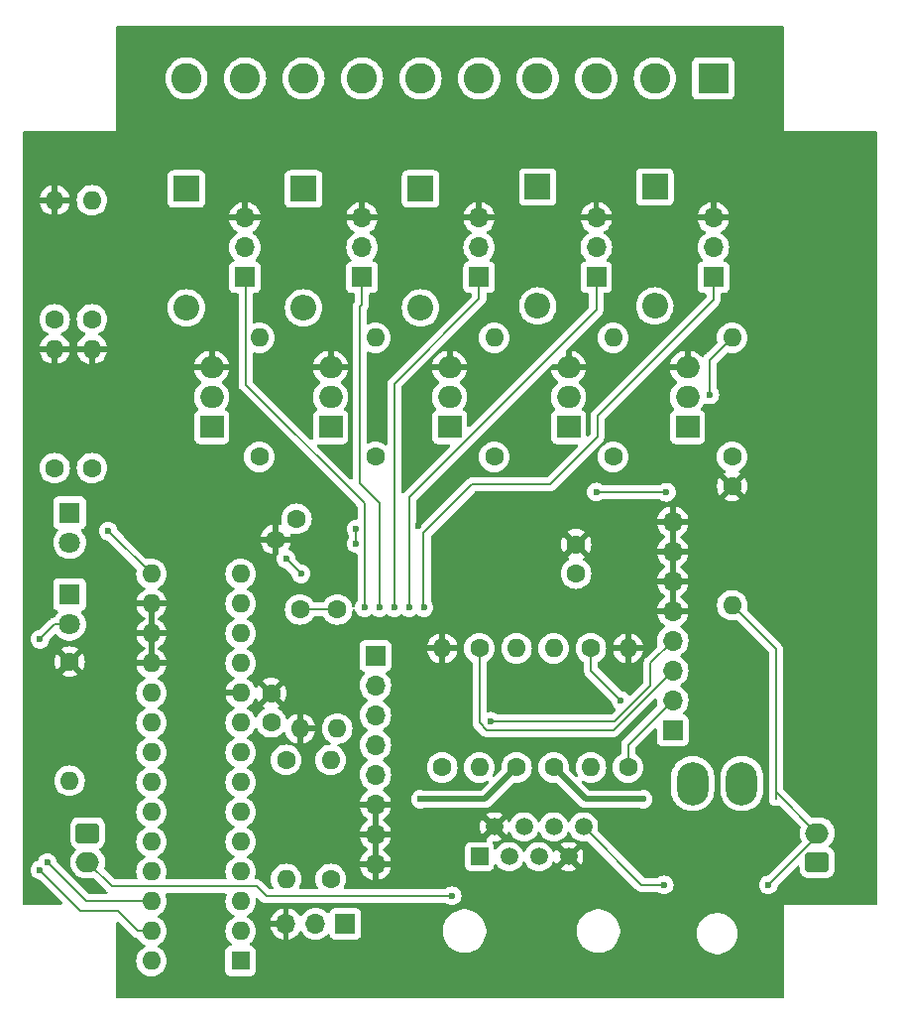
<source format=gbr>
%TF.GenerationSoftware,KiCad,Pcbnew,8.0.4*%
%TF.CreationDate,2024-12-06T03:31:41-06:00*%
%TF.ProjectId,left_hand,6c656674-5f68-4616-9e64-2e6b69636164,rev?*%
%TF.SameCoordinates,Original*%
%TF.FileFunction,Copper,L2,Bot*%
%TF.FilePolarity,Positive*%
%FSLAX46Y46*%
G04 Gerber Fmt 4.6, Leading zero omitted, Abs format (unit mm)*
G04 Created by KiCad (PCBNEW 8.0.4) date 2024-12-06 03:31:41*
%MOMM*%
%LPD*%
G01*
G04 APERTURE LIST*
G04 Aperture macros list*
%AMRoundRect*
0 Rectangle with rounded corners*
0 $1 Rounding radius*
0 $2 $3 $4 $5 $6 $7 $8 $9 X,Y pos of 4 corners*
0 Add a 4 corners polygon primitive as box body*
4,1,4,$2,$3,$4,$5,$6,$7,$8,$9,$2,$3,0*
0 Add four circle primitives for the rounded corners*
1,1,$1+$1,$2,$3*
1,1,$1+$1,$4,$5*
1,1,$1+$1,$6,$7*
1,1,$1+$1,$8,$9*
0 Add four rect primitives between the rounded corners*
20,1,$1+$1,$2,$3,$4,$5,0*
20,1,$1+$1,$4,$5,$6,$7,0*
20,1,$1+$1,$6,$7,$8,$9,0*
20,1,$1+$1,$8,$9,$2,$3,0*%
G04 Aperture macros list end*
%TA.AperFunction,ComponentPad*%
%ADD10R,1.700000X1.700000*%
%TD*%
%TA.AperFunction,ComponentPad*%
%ADD11O,1.700000X1.700000*%
%TD*%
%TA.AperFunction,ComponentPad*%
%ADD12R,2.000000X1.905000*%
%TD*%
%TA.AperFunction,ComponentPad*%
%ADD13O,2.000000X1.905000*%
%TD*%
%TA.AperFunction,ComponentPad*%
%ADD14C,1.600000*%
%TD*%
%TA.AperFunction,ComponentPad*%
%ADD15O,1.600000X1.600000*%
%TD*%
%TA.AperFunction,ComponentPad*%
%ADD16RoundRect,0.250000X-0.750000X0.600000X-0.750000X-0.600000X0.750000X-0.600000X0.750000X0.600000X0*%
%TD*%
%TA.AperFunction,ComponentPad*%
%ADD17O,2.000000X1.700000*%
%TD*%
%TA.AperFunction,ComponentPad*%
%ADD18R,2.200000X2.200000*%
%TD*%
%TA.AperFunction,ComponentPad*%
%ADD19O,2.200000X2.200000*%
%TD*%
%TA.AperFunction,ComponentPad*%
%ADD20RoundRect,0.250001X1.099999X1.599999X-1.099999X1.599999X-1.099999X-1.599999X1.099999X-1.599999X0*%
%TD*%
%TA.AperFunction,ComponentPad*%
%ADD21O,2.700000X3.700000*%
%TD*%
%TA.AperFunction,ComponentPad*%
%ADD22R,1.800000X1.800000*%
%TD*%
%TA.AperFunction,ComponentPad*%
%ADD23C,1.800000*%
%TD*%
%TA.AperFunction,ComponentPad*%
%ADD24R,2.600000X2.600000*%
%TD*%
%TA.AperFunction,ComponentPad*%
%ADD25C,2.600000*%
%TD*%
%TA.AperFunction,ComponentPad*%
%ADD26R,1.600000X1.600000*%
%TD*%
%TA.AperFunction,ComponentPad*%
%ADD27R,1.500000X1.500000*%
%TD*%
%TA.AperFunction,ComponentPad*%
%ADD28C,1.500000*%
%TD*%
%TA.AperFunction,ComponentPad*%
%ADD29RoundRect,0.250000X0.750000X-0.600000X0.750000X0.600000X-0.750000X0.600000X-0.750000X-0.600000X0*%
%TD*%
%TA.AperFunction,ViaPad*%
%ADD30C,0.600000*%
%TD*%
%TA.AperFunction,Conductor*%
%ADD31C,0.200000*%
%TD*%
%TA.AperFunction,Conductor*%
%ADD32C,0.500000*%
%TD*%
G04 APERTURE END LIST*
D10*
%TO.P,M1,1,PWM*%
%TO.N,Net-(J1-Pin_1)*%
X135000000Y-78960000D03*
D11*
%TO.P,M1,2,+*%
%TO.N,+5V*%
X135000000Y-76420000D03*
%TO.P,M1,3,-*%
%TO.N,GND*%
X135000000Y-73880000D03*
%TD*%
D12*
%TO.P,Q2,1,G*%
%TO.N,Net-(Q2-G)*%
X142320000Y-91740000D03*
D13*
%TO.P,Q2,2,D*%
%TO.N,Net-(D2-A)*%
X142320000Y-89200000D03*
%TO.P,Q2,3,S*%
%TO.N,GND*%
X142320000Y-86660000D03*
%TD*%
D10*
%TO.P,M3,1,PWM*%
%TO.N,Net-(J1-Pin_3)*%
X155000000Y-78960000D03*
D11*
%TO.P,M3,2,+*%
%TO.N,+5V*%
X155000000Y-76420000D03*
%TO.P,M3,3,-*%
%TO.N,GND*%
X155000000Y-73880000D03*
%TD*%
D14*
%TO.P,R21,1*%
%TO.N,DSCL-*%
X151845000Y-120780000D03*
D15*
%TO.P,R21,2*%
%TO.N,GND*%
X151845000Y-110620000D03*
%TD*%
D16*
%TO.P,J4,1,Pin_1*%
%TO.N,+5V*%
X121560000Y-126385000D03*
D17*
%TO.P,J4,2,Pin_2*%
%TO.N,LIMIT_SW_L*%
X121560000Y-128885000D03*
%TD*%
D18*
%TO.P,D2,1,K*%
%TO.N,+12V*%
X140000000Y-71420000D03*
D19*
%TO.P,D2,2,A*%
%TO.N,Net-(D2-A)*%
X140000000Y-81580000D03*
%TD*%
D14*
%TO.P,R5,1*%
%TO.N,Net-(U1-A0)*%
X118745000Y-82550000D03*
D15*
%TO.P,R5,2*%
%TO.N,GND*%
X118745000Y-72390000D03*
%TD*%
D20*
%TO.P,J6,1,Pin_1*%
%TO.N,GND*%
X177440000Y-127665000D03*
D21*
%TO.P,J6,2,Pin_2*%
X173240000Y-127665000D03*
%TO.P,J6,3,Pin_3*%
%TO.N,+12V*%
X177440000Y-122165000D03*
%TO.P,J6,4,Pin_4*%
%TO.N,+5V*%
X173240000Y-122165000D03*
%TD*%
D14*
%TO.P,R16,1*%
%TO.N,DSDA-*%
X167720000Y-120780000D03*
D15*
%TO.P,R16,2*%
%TO.N,GND*%
X167720000Y-110620000D03*
%TD*%
D10*
%TO.P,M4,1,PWM*%
%TO.N,Net-(J1-Pin_4)*%
X165000000Y-78960000D03*
D11*
%TO.P,M4,2,+*%
%TO.N,+5V*%
X165000000Y-76420000D03*
%TO.P,M4,3,-*%
%TO.N,GND*%
X165000000Y-73880000D03*
%TD*%
D14*
%TO.P,C1,1*%
%TO.N,+5V*%
X139393884Y-99576117D03*
%TO.P,C1,2*%
%TO.N,GND*%
X137626117Y-101343884D03*
%TD*%
%TO.P,R13,1*%
%TO.N,Net-(D7-K)*%
X121920000Y-95245000D03*
D15*
%TO.P,R13,2*%
%TO.N,GND*%
X121920000Y-85085000D03*
%TD*%
D14*
%TO.P,C2,1*%
%TO.N,+5V*%
X137240000Y-116950000D03*
%TO.P,C2,2*%
%TO.N,GND*%
X137240000Y-114450000D03*
%TD*%
%TO.P,R12,1*%
%TO.N,Net-(D6-K)*%
X118745000Y-95245000D03*
D15*
%TO.P,R12,2*%
%TO.N,GND*%
X118745000Y-85085000D03*
%TD*%
D10*
%TO.P,J1,1,Pin_1*%
%TO.N,Net-(J1-Pin_1)*%
X146130000Y-111255000D03*
D11*
%TO.P,J1,2,Pin_2*%
%TO.N,Net-(J1-Pin_2)*%
X146130000Y-113795000D03*
%TO.P,J1,3,Pin_3*%
%TO.N,Net-(J1-Pin_3)*%
X146130000Y-116335000D03*
%TO.P,J1,4,Pin_4*%
%TO.N,Net-(J1-Pin_4)*%
X146130000Y-118875000D03*
%TO.P,J1,5,Pin_5*%
%TO.N,Net-(J1-Pin_5)*%
X146130000Y-121415000D03*
%TO.P,J1,6,Pin_6*%
%TO.N,GND*%
X146130000Y-123955000D03*
%TO.P,J1,7,Pin_7*%
X146130000Y-126495000D03*
%TO.P,J1,8,Pin_8*%
X146130000Y-129035000D03*
%TD*%
D14*
%TO.P,R7,1*%
%TO.N,Net-(U1-GPA2)*%
X156290000Y-94280000D03*
D15*
%TO.P,R7,2*%
%TO.N,Net-(Q3-G)*%
X156290000Y-84120000D03*
%TD*%
D18*
%TO.P,D4,1,K*%
%TO.N,+12V*%
X160000000Y-71260000D03*
D19*
%TO.P,D4,2,A*%
%TO.N,Net-(D4-A)*%
X160000000Y-81420000D03*
%TD*%
D14*
%TO.P,C3,1*%
%TO.N,+5V*%
X163275000Y-104250000D03*
%TO.P,C3,2*%
%TO.N,GND*%
X163275000Y-101750000D03*
%TD*%
D22*
%TO.P,D6,1,K*%
%TO.N,Net-(D6-K)*%
X120015000Y-99055000D03*
D23*
%TO.P,D6,2,A*%
%TO.N,LED1*%
X120015000Y-101595000D03*
%TD*%
D22*
%TO.P,D7,1,K*%
%TO.N,Net-(D7-K)*%
X120015000Y-106040000D03*
D23*
%TO.P,D7,2,A*%
%TO.N,LED2*%
X120015000Y-108580000D03*
%TD*%
D24*
%TO.P,J2,1,Pin_1*%
%TO.N,Net-(D5-A)*%
X175000000Y-62000000D03*
D25*
%TO.P,J2,2,Pin_2*%
%TO.N,+12V*%
X170000000Y-62000000D03*
%TO.P,J2,3,Pin_3*%
%TO.N,Net-(D4-A)*%
X165000000Y-62000000D03*
%TO.P,J2,4,Pin_4*%
%TO.N,+12V*%
X160000000Y-62000000D03*
%TO.P,J2,5,Pin_5*%
%TO.N,Net-(D3-A)*%
X155000000Y-62000000D03*
%TO.P,J2,6,Pin_6*%
%TO.N,+12V*%
X150000000Y-62000000D03*
%TO.P,J2,7,Pin_7*%
%TO.N,Net-(D2-A)*%
X145000000Y-62000000D03*
%TO.P,J2,8,Pin_8*%
%TO.N,+12V*%
X140000000Y-62000000D03*
%TO.P,J2,9,Pin_9*%
%TO.N,Net-(D1-A)*%
X135000000Y-62000000D03*
%TO.P,J2,10,Pin_10*%
%TO.N,+12V*%
X130000000Y-62000000D03*
%TD*%
D10*
%TO.P,J8,1,Pin_1*%
%TO.N,SDA*%
X143575000Y-134115000D03*
D11*
%TO.P,J8,2,Pin_2*%
%TO.N,SCL*%
X141035000Y-134115000D03*
%TO.P,J8,3,Pin_3*%
%TO.N,GND*%
X138495000Y-134115000D03*
%TD*%
D10*
%TO.P,J7,1,Pin_1*%
%TO.N,DSDA+*%
X171530000Y-117605000D03*
D11*
%TO.P,J7,2,Pin_2*%
%TO.N,DSDA-*%
X171530000Y-115065000D03*
%TO.P,J7,3,Pin_3*%
%TO.N,DSCL+*%
X171530000Y-112525000D03*
%TO.P,J7,4,Pin_4*%
%TO.N,DSCL-*%
X171530000Y-109985000D03*
%TO.P,J7,5,Pin_5*%
%TO.N,GND*%
X171530000Y-107445000D03*
%TO.P,J7,6,Pin_6*%
X171530000Y-104905000D03*
%TO.P,J7,7,Pin_7*%
X171530000Y-102365000D03*
%TO.P,J7,8,Pin_8*%
X171530000Y-99825000D03*
%TD*%
D14*
%TO.P,R4,1*%
%TO.N,Net-(U2-A0)*%
X142875000Y-107315000D03*
D15*
%TO.P,R4,2*%
%TO.N,+5V*%
X142875000Y-117475000D03*
%TD*%
D18*
%TO.P,D3,1,K*%
%TO.N,+12V*%
X150000000Y-71420000D03*
D19*
%TO.P,D3,2,A*%
%TO.N,Net-(D3-A)*%
X150000000Y-81580000D03*
%TD*%
D12*
%TO.P,Q1,1,G*%
%TO.N,Net-(Q1-G)*%
X132160000Y-91740000D03*
D13*
%TO.P,Q1,2,D*%
%TO.N,Net-(D1-A)*%
X132160000Y-89200000D03*
%TO.P,Q1,3,S*%
%TO.N,GND*%
X132160000Y-86660000D03*
%TD*%
D12*
%TO.P,Q5,1,G*%
%TO.N,Net-(Q5-G)*%
X172800000Y-91740000D03*
D13*
%TO.P,Q5,2,D*%
%TO.N,Net-(D5-A)*%
X172800000Y-89200000D03*
%TO.P,Q5,3,S*%
%TO.N,GND*%
X172800000Y-86660000D03*
%TD*%
D26*
%TO.P,U1,1,GPB0*%
%TO.N,unconnected-(U1-GPB0-Pad1)*%
X134620000Y-137290000D03*
D15*
%TO.P,U1,2,GPB1*%
%TO.N,unconnected-(U1-GPB1-Pad2)*%
X134620000Y-134750000D03*
%TO.P,U1,3,GPB2*%
%TO.N,unconnected-(U1-GPB2-Pad3)*%
X134620000Y-132210000D03*
%TO.P,U1,4,GPB3*%
%TO.N,unconnected-(U1-GPB3-Pad4)*%
X134620000Y-129670000D03*
%TO.P,U1,5,GPB4*%
%TO.N,unconnected-(U1-GPB4-Pad5)*%
X134620000Y-127130000D03*
%TO.P,U1,6,GPB5*%
%TO.N,unconnected-(U1-GPB5-Pad6)*%
X134620000Y-124590000D03*
%TO.P,U1,7,GPB6*%
%TO.N,unconnected-(U1-GPB6-Pad7)*%
X134620000Y-122050000D03*
%TO.P,U1,8,GPB7*%
%TO.N,unconnected-(U1-GPB7-Pad8)*%
X134620000Y-119510000D03*
%TO.P,U1,9,VDD*%
%TO.N,+5V*%
X134620000Y-116970000D03*
%TO.P,U1,10,VSS*%
%TO.N,GND*%
X134620000Y-114430000D03*
%TO.P,U1,11,NC*%
%TO.N,unconnected-(U1-NC-Pad11)*%
X134620000Y-111890000D03*
%TO.P,U1,12,SCK*%
%TO.N,SCL*%
X134620000Y-109350000D03*
%TO.P,U1,13,SDA*%
%TO.N,SDA*%
X134620000Y-106810000D03*
%TO.P,U1,14,NC*%
%TO.N,unconnected-(U1-NC-Pad14)*%
X134620000Y-104270000D03*
%TO.P,U1,15,A0*%
%TO.N,Net-(U1-A0)*%
X127000000Y-104270000D03*
%TO.P,U1,16,A1*%
%TO.N,GND*%
X127000000Y-106810000D03*
%TO.P,U1,17,A2*%
X127000000Y-109350000D03*
%TO.P,U1,18,~{RESET}*%
X127000000Y-111890000D03*
%TO.P,U1,19,INTB*%
%TO.N,unconnected-(U1-INTB-Pad19)*%
X127000000Y-114430000D03*
%TO.P,U1,20,INTA*%
%TO.N,unconnected-(U1-INTA-Pad20)*%
X127000000Y-116970000D03*
%TO.P,U1,21,GPA0*%
%TO.N,Net-(U1-GPA0)*%
X127000000Y-119510000D03*
%TO.P,U1,22,GPA1*%
%TO.N,Net-(U1-GPA1)*%
X127000000Y-122050000D03*
%TO.P,U1,23,GPA2*%
%TO.N,Net-(U1-GPA2)*%
X127000000Y-124590000D03*
%TO.P,U1,24,GPA3*%
%TO.N,Net-(U1-GPA3)*%
X127000000Y-127130000D03*
%TO.P,U1,25,GPA4*%
%TO.N,Net-(U1-GPA4)*%
X127000000Y-129670000D03*
%TO.P,U1,26,GPA5*%
%TO.N,LED1*%
X127000000Y-132210000D03*
%TO.P,U1,27,GPA6*%
%TO.N,LED2*%
X127000000Y-134750000D03*
%TO.P,U1,28,GPA7*%
%TO.N,unconnected-(U1-GPA7-Pad28)*%
X127000000Y-137290000D03*
%TD*%
D14*
%TO.P,R10,1*%
%TO.N,Net-(U1-GPA4)*%
X176610000Y-94280000D03*
D15*
%TO.P,R10,2*%
%TO.N,Net-(Q5-G)*%
X176610000Y-84120000D03*
%TD*%
D14*
%TO.P,R18,1*%
%TO.N,SCL*%
X138510000Y-120145000D03*
D15*
%TO.P,R18,2*%
%TO.N,+5V*%
X138510000Y-130305000D03*
%TD*%
D18*
%TO.P,D1,1,K*%
%TO.N,+12V*%
X130000000Y-71420000D03*
D19*
%TO.P,D1,2,A*%
%TO.N,Net-(D1-A)*%
X130000000Y-81580000D03*
%TD*%
D14*
%TO.P,R8,1*%
%TO.N,Net-(U1-GPA3)*%
X166450000Y-94280000D03*
D15*
%TO.P,R8,2*%
%TO.N,Net-(Q4-G)*%
X166450000Y-84120000D03*
%TD*%
D12*
%TO.P,Q4,1,G*%
%TO.N,Net-(Q4-G)*%
X162640000Y-91740000D03*
D13*
%TO.P,Q4,2,D*%
%TO.N,Net-(D4-A)*%
X162640000Y-89200000D03*
%TO.P,Q4,3,S*%
%TO.N,GND*%
X162640000Y-86660000D03*
%TD*%
D14*
%TO.P,R1,1*%
%TO.N,Net-(U1-GPA0)*%
X136224000Y-94280000D03*
D15*
%TO.P,R1,2*%
%TO.N,Net-(Q1-G)*%
X136224000Y-84120000D03*
%TD*%
D14*
%TO.P,R15,1*%
%TO.N,DSDA+*%
X164545000Y-110620000D03*
D15*
%TO.P,R15,2*%
%TO.N,DSDA-*%
X164545000Y-120780000D03*
%TD*%
D10*
%TO.P,M5,1,PWM*%
%TO.N,Net-(J1-Pin_5)*%
X175000000Y-78960000D03*
D11*
%TO.P,M5,2,+*%
%TO.N,+5V*%
X175000000Y-76420000D03*
%TO.P,M5,3,-*%
%TO.N,GND*%
X175000000Y-73880000D03*
%TD*%
D14*
%TO.P,R3,1*%
%TO.N,Net-(U2-A0)*%
X139700000Y-107315000D03*
D15*
%TO.P,R3,2*%
%TO.N,GND*%
X139700000Y-117475000D03*
%TD*%
D14*
%TO.P,R11,1*%
%TO.N,GND*%
X120015000Y-111760000D03*
D15*
%TO.P,R11,2*%
%TO.N,LIMIT_SW_L*%
X120015000Y-121920000D03*
%TD*%
D14*
%TO.P,R19,1*%
%TO.N,+5V*%
X158195000Y-120780000D03*
D15*
%TO.P,R19,2*%
%TO.N,DSCL+*%
X158195000Y-110620000D03*
%TD*%
D10*
%TO.P,M2,1,PWM*%
%TO.N,Net-(J1-Pin_2)*%
X145000000Y-78960000D03*
D11*
%TO.P,M2,2,+*%
%TO.N,+5V*%
X145000000Y-76420000D03*
%TO.P,M2,3,-*%
%TO.N,GND*%
X145000000Y-73880000D03*
%TD*%
D14*
%TO.P,R20,1*%
%TO.N,DSCL+*%
X155020000Y-110620000D03*
D15*
%TO.P,R20,2*%
%TO.N,DSCL-*%
X155020000Y-120780000D03*
%TD*%
D14*
%TO.P,R9,1*%
%TO.N,GND*%
X176618465Y-96789608D03*
D15*
%TO.P,R9,2*%
%TO.N,LIMIT_SW_R*%
X176618465Y-106949608D03*
%TD*%
D18*
%TO.P,D5,1,K*%
%TO.N,+12V*%
X170000000Y-71260000D03*
D19*
%TO.P,D5,2,A*%
%TO.N,Net-(D5-A)*%
X170000000Y-81420000D03*
%TD*%
D14*
%TO.P,R14,1*%
%TO.N,+5V*%
X161370000Y-120780000D03*
D15*
%TO.P,R14,2*%
%TO.N,DSDA+*%
X161370000Y-110620000D03*
%TD*%
D14*
%TO.P,R17,1*%
%TO.N,+5V*%
X142320000Y-130305000D03*
D15*
%TO.P,R17,2*%
%TO.N,SDA*%
X142320000Y-120145000D03*
%TD*%
D12*
%TO.P,Q3,1,G*%
%TO.N,Net-(Q3-G)*%
X152480000Y-91740000D03*
D13*
%TO.P,Q3,2,D*%
%TO.N,Net-(D3-A)*%
X152480000Y-89200000D03*
%TO.P,Q3,3,S*%
%TO.N,GND*%
X152480000Y-86660000D03*
%TD*%
D27*
%TO.P,J5,1*%
%TO.N,LIMIT_SW_L*%
X155020000Y-128400000D03*
D28*
%TO.P,J5,2*%
%TO.N,GND*%
X156290000Y-125860000D03*
%TO.P,J5,3*%
%TO.N,DSCL-*%
X157560000Y-128400000D03*
%TO.P,J5,4*%
%TO.N,DSCL+*%
X158830000Y-125860000D03*
%TO.P,J5,5*%
%TO.N,DSDA+*%
X160100000Y-128400000D03*
%TO.P,J5,6*%
%TO.N,DSDA-*%
X161370000Y-125860000D03*
%TO.P,J5,7*%
%TO.N,GND*%
X162640000Y-128400000D03*
%TO.P,J5,8*%
%TO.N,LIMIT_SW_R*%
X163910000Y-125860000D03*
%TD*%
D29*
%TO.P,J3,1,Pin_1*%
%TO.N,+5V*%
X183875000Y-128885000D03*
D17*
%TO.P,J3,2,Pin_2*%
%TO.N,LIMIT_SW_R*%
X183875000Y-126385000D03*
%TD*%
D14*
%TO.P,R2,1*%
%TO.N,Net-(U1-GPA1)*%
X146130000Y-94280000D03*
D15*
%TO.P,R2,2*%
%TO.N,Net-(Q2-G)*%
X146130000Y-84120000D03*
%TD*%
D14*
%TO.P,R6,1*%
%TO.N,Net-(U1-A0)*%
X121920000Y-82550000D03*
D15*
%TO.P,R6,2*%
%TO.N,+5V*%
X121920000Y-72390000D03*
%TD*%
D30*
%TO.N,+5V*%
X169000000Y-123500000D03*
X150000000Y-123500000D03*
%TO.N,GND*%
X157000000Y-101500000D03*
X143833019Y-102867257D03*
X149836655Y-100197653D03*
X153115000Y-104905000D03*
%TO.N,DSDA+*%
X167085000Y-115065000D03*
%TO.N,DSCL-*%
X156005146Y-116840000D03*
%TO.N,SDA*%
X138510000Y-103000000D03*
X139780000Y-104270000D03*
%TO.N,SCL*%
X144473318Y-101695000D03*
X144473318Y-100460000D03*
%TO.N,Net-(J1-Pin_1)*%
X145192733Y-107140269D03*
%TO.N,Net-(J1-Pin_3)*%
X147732733Y-107140269D03*
%TO.N,Net-(J1-Pin_4)*%
X149002733Y-107140269D03*
%TO.N,Net-(J1-Pin_2)*%
X146462733Y-107140269D03*
%TO.N,Net-(J1-Pin_5)*%
X150272733Y-107140269D03*
%TO.N,Net-(Q5-G)*%
X174705000Y-89000000D03*
%TO.N,Net-(U1-GPA4)*%
X165000000Y-97285000D03*
X171000000Y-97303934D03*
%TO.N,Net-(U1-A0)*%
X123308554Y-100609336D03*
%TO.N,LED1*%
X118110000Y-128905000D03*
%TO.N,LED2*%
X117475000Y-109855000D03*
X117475000Y-129540000D03*
%TO.N,LIMIT_SW_R*%
X179705000Y-130810000D03*
X170815000Y-130810000D03*
%TO.N,LIMIT_SW_L*%
X152693982Y-131743618D03*
%TD*%
D31*
%TO.N,LIMIT_SW_R*%
X180340000Y-110671143D02*
X176618465Y-106949608D01*
X180340000Y-111125000D02*
X180340000Y-110671143D01*
X180340000Y-111125000D02*
X180340000Y-111760000D01*
X180340000Y-123485000D02*
X180340000Y-111125000D01*
X183875000Y-126385000D02*
X180340000Y-122850000D01*
%TO.N,Net-(U1-A0)*%
X123339336Y-100609336D02*
X127000000Y-104270000D01*
X123308554Y-100609336D02*
X123339336Y-100609336D01*
%TO.N,Net-(U1-GPA4)*%
X165018934Y-97303934D02*
X165000000Y-97285000D01*
X171000000Y-97303934D02*
X165018934Y-97303934D01*
D32*
%TO.N,+5V*%
X150000000Y-123500000D02*
X155475000Y-123500000D01*
X155475000Y-123500000D02*
X158195000Y-120780000D01*
X164090000Y-123500000D02*
X169000000Y-123500000D01*
X161370000Y-120780000D02*
X164090000Y-123500000D01*
D31*
%TO.N,DSDA-*%
X171530000Y-115065000D02*
X167720000Y-118875000D01*
X167720000Y-118875000D02*
X167720000Y-120780000D01*
%TO.N,DSCL+*%
X155020000Y-116970000D02*
X155020000Y-110620000D01*
X155655000Y-117605000D02*
X155020000Y-116970000D01*
X166450000Y-117605000D02*
X155655000Y-117605000D01*
X171530000Y-112525000D02*
X166450000Y-117605000D01*
%TO.N,DSDA+*%
X167085000Y-115065000D02*
X164545000Y-112525000D01*
X164545000Y-112525000D02*
X164545000Y-110620000D01*
%TO.N,DSCL-*%
X169625000Y-113795000D02*
X169625000Y-111890000D01*
X156005146Y-116840000D02*
X166580000Y-116840000D01*
X169625000Y-111890000D02*
X171530000Y-109985000D01*
X166580000Y-116840000D02*
X169625000Y-113795000D01*
%TO.N,SDA*%
X139780000Y-104270000D02*
X138510000Y-103000000D01*
%TO.N,SCL*%
X144473318Y-101695000D02*
X144473318Y-100460000D01*
%TO.N,Net-(J1-Pin_1)*%
X145192733Y-98252733D02*
X135059778Y-88119778D01*
X145192733Y-107140269D02*
X145192733Y-98252733D01*
X135059778Y-79019778D02*
X135000000Y-78960000D01*
X135059778Y-88119778D02*
X135059778Y-79019778D01*
%TO.N,Net-(J1-Pin_3)*%
X147732733Y-107140269D02*
X147732733Y-88062267D01*
X155000000Y-80795000D02*
X155000000Y-78960000D01*
X147732733Y-88062267D02*
X155000000Y-80795000D01*
%TO.N,Net-(J1-Pin_4)*%
X149002733Y-97747774D02*
X165000000Y-81750507D01*
X165000000Y-81750507D02*
X165000000Y-78960000D01*
X149002733Y-107140269D02*
X149002733Y-97747774D01*
%TO.N,Net-(J1-Pin_2)*%
X145000000Y-81270000D02*
X145000000Y-78960000D01*
X144780000Y-96570000D02*
X144780000Y-81490000D01*
X146462733Y-98252733D02*
X144780000Y-96570000D01*
X144780000Y-81490000D02*
X145000000Y-81270000D01*
X146462733Y-107140269D02*
X146462733Y-98252733D01*
%TO.N,Net-(J1-Pin_5)*%
X161038750Y-96650000D02*
X165100000Y-92588750D01*
X165100000Y-92588750D02*
X165100000Y-90805000D01*
X150261016Y-100773984D02*
X154385000Y-96650000D01*
X150272733Y-107140269D02*
X150261016Y-107128552D01*
X175000000Y-80905000D02*
X175000000Y-78960000D01*
X150261016Y-107128552D02*
X150261016Y-100773984D01*
X165100000Y-90805000D02*
X175000000Y-80905000D01*
X154385000Y-96650000D02*
X161038750Y-96650000D01*
%TO.N,Net-(Q5-G)*%
X174705000Y-89000000D02*
X174705000Y-86023848D01*
X174844680Y-85884168D02*
X174845832Y-85884168D01*
X174705000Y-86023848D02*
X174844680Y-85884168D01*
X174845832Y-85884168D02*
X176610000Y-84120000D01*
%TO.N,Net-(U2-A0)*%
X139700000Y-107315000D02*
X142875000Y-107315000D01*
%TO.N,LED1*%
X127000000Y-132210000D02*
X121415000Y-132210000D01*
X121415000Y-132210000D02*
X118110000Y-128905000D01*
%TO.N,LED2*%
X118750000Y-108580000D02*
X120015000Y-108580000D01*
X127000000Y-134750000D02*
X125860000Y-134750000D01*
X125860000Y-134750000D02*
X124135577Y-133025577D01*
X124135577Y-133025577D02*
X120960577Y-133025577D01*
X117475000Y-109855000D02*
X118750000Y-108580000D01*
X120960577Y-133025577D02*
X117475000Y-129540000D01*
%TO.N,LIMIT_SW_R*%
X170815000Y-130810000D02*
X168860000Y-130810000D01*
X168860000Y-130810000D02*
X163910000Y-125860000D01*
X184150000Y-126365000D02*
X179705000Y-130810000D01*
X183875000Y-126385000D02*
X184130000Y-126385000D01*
X184130000Y-126385000D02*
X184150000Y-126365000D01*
%TO.N,LIMIT_SW_L*%
X152700850Y-131779150D02*
X152693982Y-131786018D01*
X136825850Y-131779150D02*
X152700850Y-131779150D01*
X121560000Y-128885000D02*
X123610141Y-130935141D01*
X135981841Y-130935141D02*
X136825850Y-131779150D01*
X123610141Y-130935141D02*
X135981841Y-130935141D01*
X152693982Y-131786018D02*
X152693982Y-131743618D01*
%TD*%
%TA.AperFunction,Conductor*%
%TO.N,GND*%
G36*
X146380000Y-128601988D02*
G01*
X146322993Y-128569075D01*
X146195826Y-128535000D01*
X146064174Y-128535000D01*
X145937007Y-128569075D01*
X145880000Y-128601988D01*
X145880000Y-126928012D01*
X145937007Y-126960925D01*
X146064174Y-126995000D01*
X146195826Y-126995000D01*
X146322993Y-126960925D01*
X146380000Y-126928012D01*
X146380000Y-128601988D01*
G37*
%TD.AperFunction*%
%TA.AperFunction,Conductor*%
G36*
X146380000Y-126061988D02*
G01*
X146322993Y-126029075D01*
X146195826Y-125995000D01*
X146064174Y-125995000D01*
X145937007Y-126029075D01*
X145880000Y-126061988D01*
X145880000Y-124388012D01*
X145937007Y-124420925D01*
X146064174Y-124455000D01*
X146195826Y-124455000D01*
X146322993Y-124420925D01*
X146380000Y-124388012D01*
X146380000Y-126061988D01*
G37*
%TD.AperFunction*%
%TA.AperFunction,Conductor*%
G36*
X171780000Y-107011988D02*
G01*
X171722993Y-106979075D01*
X171595826Y-106945000D01*
X171464174Y-106945000D01*
X171337007Y-106979075D01*
X171280000Y-107011988D01*
X171280000Y-105338012D01*
X171337007Y-105370925D01*
X171464174Y-105405000D01*
X171595826Y-105405000D01*
X171722993Y-105370925D01*
X171780000Y-105338012D01*
X171780000Y-107011988D01*
G37*
%TD.AperFunction*%
%TA.AperFunction,Conductor*%
G36*
X171780000Y-104471988D02*
G01*
X171722993Y-104439075D01*
X171595826Y-104405000D01*
X171464174Y-104405000D01*
X171337007Y-104439075D01*
X171280000Y-104471988D01*
X171280000Y-102798012D01*
X171337007Y-102830925D01*
X171464174Y-102865000D01*
X171595826Y-102865000D01*
X171722993Y-102830925D01*
X171780000Y-102798012D01*
X171780000Y-104471988D01*
G37*
%TD.AperFunction*%
%TA.AperFunction,Conductor*%
G36*
X171780000Y-101931988D02*
G01*
X171722993Y-101899075D01*
X171595826Y-101865000D01*
X171464174Y-101865000D01*
X171337007Y-101899075D01*
X171280000Y-101931988D01*
X171280000Y-100258012D01*
X171337007Y-100290925D01*
X171464174Y-100325000D01*
X171595826Y-100325000D01*
X171722993Y-100290925D01*
X171780000Y-100258012D01*
X171780000Y-101931988D01*
G37*
%TD.AperFunction*%
%TA.AperFunction,Conductor*%
G36*
X162127482Y-86447708D02*
G01*
X162090000Y-86587591D01*
X162090000Y-86732409D01*
X162127482Y-86872292D01*
X162149252Y-86910000D01*
X161161491Y-86910000D01*
X161175765Y-87000128D01*
X161246417Y-87217570D01*
X161350211Y-87421276D01*
X161484597Y-87606242D01*
X161646257Y-87767902D01*
X161646263Y-87767907D01*
X161730863Y-87829372D01*
X161773529Y-87884701D01*
X161779508Y-87954315D01*
X161746903Y-88016110D01*
X161730864Y-88030007D01*
X161645940Y-88091709D01*
X161645931Y-88091716D01*
X161484216Y-88253431D01*
X161484216Y-88253432D01*
X161484214Y-88253434D01*
X161442388Y-88311002D01*
X161349783Y-88438461D01*
X161245950Y-88642244D01*
X161175278Y-88859750D01*
X161175278Y-88859753D01*
X161139500Y-89085646D01*
X161139500Y-89314353D01*
X161175278Y-89540246D01*
X161175278Y-89540249D01*
X161245950Y-89757755D01*
X161349783Y-89961538D01*
X161482525Y-90144242D01*
X161506005Y-90210046D01*
X161490180Y-90278100D01*
X161440074Y-90326795D01*
X161425541Y-90333308D01*
X161397670Y-90343703D01*
X161397664Y-90343706D01*
X161282455Y-90429952D01*
X161282452Y-90429955D01*
X161196206Y-90545164D01*
X161196202Y-90545171D01*
X161145908Y-90680017D01*
X161140971Y-90725943D01*
X161139501Y-90739623D01*
X161139500Y-90739635D01*
X161139500Y-92740370D01*
X161139501Y-92740376D01*
X161145908Y-92799983D01*
X161196202Y-92934828D01*
X161196206Y-92934835D01*
X161282452Y-93050044D01*
X161282455Y-93050047D01*
X161397664Y-93136293D01*
X161397671Y-93136297D01*
X161532517Y-93186591D01*
X161532516Y-93186591D01*
X161539444Y-93187335D01*
X161592127Y-93193000D01*
X163347152Y-93192999D01*
X163414191Y-93212684D01*
X163459946Y-93265487D01*
X163469890Y-93334646D01*
X163440865Y-93398202D01*
X163434833Y-93404680D01*
X160826334Y-96013181D01*
X160765011Y-96046666D01*
X160738653Y-96049500D01*
X154464057Y-96049500D01*
X154305943Y-96049500D01*
X154153215Y-96090423D01*
X154125251Y-96106568D01*
X154117757Y-96110895D01*
X154117756Y-96110894D01*
X154016287Y-96169477D01*
X154016282Y-96169481D01*
X149814914Y-100370850D01*
X149753591Y-100404335D01*
X149683899Y-100399351D01*
X149627966Y-100357479D01*
X149603549Y-100292015D01*
X149603233Y-100283169D01*
X149603233Y-98047870D01*
X149622918Y-97980831D01*
X149639547Y-97960194D01*
X153319743Y-94279998D01*
X154984532Y-94279998D01*
X154984532Y-94280001D01*
X155004364Y-94506686D01*
X155004366Y-94506697D01*
X155063258Y-94726488D01*
X155063261Y-94726497D01*
X155159431Y-94932732D01*
X155159432Y-94932734D01*
X155289954Y-95119141D01*
X155450858Y-95280045D01*
X155450861Y-95280047D01*
X155637266Y-95410568D01*
X155843504Y-95506739D01*
X156063308Y-95565635D01*
X156225230Y-95579801D01*
X156289998Y-95585468D01*
X156290000Y-95585468D01*
X156290002Y-95585468D01*
X156346673Y-95580509D01*
X156516692Y-95565635D01*
X156736496Y-95506739D01*
X156942734Y-95410568D01*
X157129139Y-95280047D01*
X157290047Y-95119139D01*
X157420568Y-94932734D01*
X157516739Y-94726496D01*
X157575635Y-94506692D01*
X157595468Y-94280000D01*
X157575635Y-94053308D01*
X157516739Y-93833504D01*
X157420568Y-93627266D01*
X157290047Y-93440861D01*
X157290045Y-93440858D01*
X157129141Y-93279954D01*
X156942734Y-93149432D01*
X156942732Y-93149431D01*
X156736497Y-93053261D01*
X156736488Y-93053258D01*
X156516697Y-92994366D01*
X156516693Y-92994365D01*
X156516692Y-92994365D01*
X156516691Y-92994364D01*
X156516686Y-92994364D01*
X156290002Y-92974532D01*
X156289998Y-92974532D01*
X156063313Y-92994364D01*
X156063302Y-92994366D01*
X155843511Y-93053258D01*
X155843502Y-93053261D01*
X155637267Y-93149431D01*
X155637265Y-93149432D01*
X155450858Y-93279954D01*
X155289954Y-93440858D01*
X155159432Y-93627265D01*
X155159431Y-93627267D01*
X155063261Y-93833502D01*
X155063258Y-93833511D01*
X155004366Y-94053302D01*
X155004364Y-94053313D01*
X154984532Y-94279998D01*
X153319743Y-94279998D01*
X161153422Y-86446318D01*
X161214745Y-86412834D01*
X161241103Y-86410000D01*
X162149252Y-86410000D01*
X162127482Y-86447708D01*
G37*
%TD.AperFunction*%
%TA.AperFunction,Conductor*%
G36*
X180943039Y-57519685D02*
G01*
X180988794Y-57572489D01*
X181000000Y-57624000D01*
X181000000Y-66500000D01*
X188876000Y-66500000D01*
X188943039Y-66519685D01*
X188988794Y-66572489D01*
X189000000Y-66624000D01*
X189000000Y-132376000D01*
X188980315Y-132443039D01*
X188927511Y-132488794D01*
X188876000Y-132500000D01*
X181000000Y-132500000D01*
X181000000Y-140376000D01*
X180980315Y-140443039D01*
X180927511Y-140488794D01*
X180876000Y-140500000D01*
X124124000Y-140500000D01*
X124056961Y-140480315D01*
X124011206Y-140427511D01*
X124000000Y-140376000D01*
X124000000Y-134038597D01*
X124019685Y-133971558D01*
X124072489Y-133925803D01*
X124141647Y-133915859D01*
X124205203Y-133944884D01*
X124211681Y-133950916D01*
X125375139Y-135114374D01*
X125375149Y-135114385D01*
X125379479Y-135118715D01*
X125379480Y-135118716D01*
X125491284Y-135230520D01*
X125491286Y-135230521D01*
X125491290Y-135230524D01*
X125592634Y-135289034D01*
X125628216Y-135309577D01*
X125729724Y-135336776D01*
X125729723Y-135336776D01*
X125740546Y-135339676D01*
X125780942Y-135350500D01*
X125780943Y-135350500D01*
X125780950Y-135350500D01*
X125784035Y-135350907D01*
X125786450Y-135351975D01*
X125788792Y-135352603D01*
X125788694Y-135352968D01*
X125847931Y-135379174D01*
X125869424Y-135402723D01*
X125999954Y-135589141D01*
X126160858Y-135750045D01*
X126199728Y-135777262D01*
X126347266Y-135880568D01*
X126370384Y-135891348D01*
X126405275Y-135907618D01*
X126457714Y-135953791D01*
X126476866Y-136020984D01*
X126456650Y-136087865D01*
X126405275Y-136132381D01*
X126405118Y-136132455D01*
X126347267Y-136159431D01*
X126347265Y-136159432D01*
X126160858Y-136289954D01*
X125999954Y-136450858D01*
X125869432Y-136637265D01*
X125869431Y-136637267D01*
X125773261Y-136843502D01*
X125773258Y-136843511D01*
X125714366Y-137063302D01*
X125714364Y-137063313D01*
X125694532Y-137289998D01*
X125694532Y-137290001D01*
X125714364Y-137516686D01*
X125714366Y-137516697D01*
X125773258Y-137736488D01*
X125773261Y-137736497D01*
X125869431Y-137942732D01*
X125869432Y-137942734D01*
X125999954Y-138129141D01*
X126160858Y-138290045D01*
X126160861Y-138290047D01*
X126347266Y-138420568D01*
X126553504Y-138516739D01*
X126773308Y-138575635D01*
X126935230Y-138589801D01*
X126999998Y-138595468D01*
X127000000Y-138595468D01*
X127000002Y-138595468D01*
X127056807Y-138590498D01*
X127226692Y-138575635D01*
X127446496Y-138516739D01*
X127652734Y-138420568D01*
X127839139Y-138290047D01*
X128000047Y-138129139D01*
X128130568Y-137942734D01*
X128226739Y-137736496D01*
X128285635Y-137516692D01*
X128305468Y-137290000D01*
X128285635Y-137063308D01*
X128226739Y-136843504D01*
X128130568Y-136637266D01*
X128000047Y-136450861D01*
X128000045Y-136450858D01*
X127839141Y-136289954D01*
X127652734Y-136159432D01*
X127652728Y-136159429D01*
X127594882Y-136132455D01*
X127594724Y-136132381D01*
X127542285Y-136086210D01*
X127523133Y-136019017D01*
X127543348Y-135952135D01*
X127594725Y-135907618D01*
X127652734Y-135880568D01*
X127839139Y-135750047D01*
X128000047Y-135589139D01*
X128130568Y-135402734D01*
X128226739Y-135196496D01*
X128285635Y-134976692D01*
X128305468Y-134750000D01*
X128285635Y-134523308D01*
X128226739Y-134303504D01*
X128130568Y-134097266D01*
X128010509Y-133925803D01*
X128000045Y-133910858D01*
X127839141Y-133749954D01*
X127652734Y-133619432D01*
X127652728Y-133619429D01*
X127594725Y-133592382D01*
X127542285Y-133546210D01*
X127523133Y-133479017D01*
X127543348Y-133412135D01*
X127594725Y-133367618D01*
X127652734Y-133340568D01*
X127839139Y-133210047D01*
X128000047Y-133049139D01*
X128130568Y-132862734D01*
X128226739Y-132656496D01*
X128285635Y-132436692D01*
X128305468Y-132210000D01*
X128285635Y-131983308D01*
X128226739Y-131763504D01*
X128202742Y-131712043D01*
X128192251Y-131642969D01*
X128220770Y-131579185D01*
X128279246Y-131540945D01*
X128315125Y-131535641D01*
X133304875Y-131535641D01*
X133371914Y-131555326D01*
X133417669Y-131608130D01*
X133427613Y-131677288D01*
X133417258Y-131712040D01*
X133402533Y-131743621D01*
X133393260Y-131763507D01*
X133393258Y-131763511D01*
X133334366Y-131983302D01*
X133334364Y-131983313D01*
X133314532Y-132209998D01*
X133314532Y-132210001D01*
X133334364Y-132436686D01*
X133334366Y-132436697D01*
X133393258Y-132656488D01*
X133393261Y-132656497D01*
X133489431Y-132862732D01*
X133489432Y-132862734D01*
X133619954Y-133049141D01*
X133780858Y-133210045D01*
X133790967Y-133217123D01*
X133967266Y-133340568D01*
X134025275Y-133367618D01*
X134077714Y-133413791D01*
X134096866Y-133480984D01*
X134076650Y-133547865D01*
X134025275Y-133592382D01*
X133967267Y-133619431D01*
X133967265Y-133619432D01*
X133780858Y-133749954D01*
X133619954Y-133910858D01*
X133489432Y-134097265D01*
X133489431Y-134097267D01*
X133393261Y-134303502D01*
X133393258Y-134303511D01*
X133334366Y-134523302D01*
X133334364Y-134523313D01*
X133314532Y-134749998D01*
X133314532Y-134750001D01*
X133334364Y-134976686D01*
X133334366Y-134976697D01*
X133393258Y-135196488D01*
X133393261Y-135196497D01*
X133489431Y-135402732D01*
X133489432Y-135402734D01*
X133619954Y-135589141D01*
X133780858Y-135750045D01*
X133805462Y-135767273D01*
X133849087Y-135821849D01*
X133856281Y-135891348D01*
X133824758Y-135953703D01*
X133764529Y-135989117D01*
X133747593Y-135992138D01*
X133712516Y-135995908D01*
X133577671Y-136046202D01*
X133577664Y-136046206D01*
X133462455Y-136132452D01*
X133462452Y-136132455D01*
X133376206Y-136247664D01*
X133376202Y-136247671D01*
X133325908Y-136382517D01*
X133319501Y-136442116D01*
X133319501Y-136442123D01*
X133319500Y-136442135D01*
X133319500Y-138137870D01*
X133319501Y-138137876D01*
X133325908Y-138197483D01*
X133376202Y-138332328D01*
X133376206Y-138332335D01*
X133462452Y-138447544D01*
X133462455Y-138447547D01*
X133577664Y-138533793D01*
X133577671Y-138533797D01*
X133712517Y-138584091D01*
X133712516Y-138584091D01*
X133719444Y-138584835D01*
X133772127Y-138590500D01*
X135467872Y-138590499D01*
X135527483Y-138584091D01*
X135662331Y-138533796D01*
X135777546Y-138447546D01*
X135863796Y-138332331D01*
X135914091Y-138197483D01*
X135920500Y-138137873D01*
X135920499Y-136442128D01*
X135914091Y-136382517D01*
X135879567Y-136289954D01*
X135863797Y-136247671D01*
X135863793Y-136247664D01*
X135777547Y-136132455D01*
X135777544Y-136132452D01*
X135662335Y-136046206D01*
X135662328Y-136046202D01*
X135527482Y-135995908D01*
X135527483Y-135995908D01*
X135492404Y-135992137D01*
X135427853Y-135965399D01*
X135388005Y-135908006D01*
X135385512Y-135838181D01*
X135421165Y-135778092D01*
X135434539Y-135767272D01*
X135459140Y-135750046D01*
X135620045Y-135589141D01*
X135620047Y-135589139D01*
X135750568Y-135402734D01*
X135846739Y-135196496D01*
X135905635Y-134976692D01*
X135925468Y-134750000D01*
X135905635Y-134523308D01*
X135846739Y-134303504D01*
X135750568Y-134097266D01*
X135630509Y-133925803D01*
X135620045Y-133910858D01*
X135574186Y-133864999D01*
X137164364Y-133864999D01*
X137164364Y-133865000D01*
X138061988Y-133865000D01*
X138029075Y-133922007D01*
X137995000Y-134049174D01*
X137995000Y-134180826D01*
X138029075Y-134307993D01*
X138061988Y-134365000D01*
X137164364Y-134365000D01*
X137221567Y-134578486D01*
X137221570Y-134578492D01*
X137321399Y-134792578D01*
X137456894Y-134986082D01*
X137623917Y-135153105D01*
X137817421Y-135288600D01*
X138031507Y-135388429D01*
X138031516Y-135388433D01*
X138245000Y-135445634D01*
X138245000Y-134548012D01*
X138302007Y-134580925D01*
X138429174Y-134615000D01*
X138560826Y-134615000D01*
X138687993Y-134580925D01*
X138745000Y-134548012D01*
X138745000Y-135445633D01*
X138958483Y-135388433D01*
X138958492Y-135388429D01*
X139172578Y-135288600D01*
X139366082Y-135153105D01*
X139533105Y-134986082D01*
X139663119Y-134800405D01*
X139717696Y-134756781D01*
X139787195Y-134749588D01*
X139849549Y-134781110D01*
X139866269Y-134800405D01*
X139996505Y-134986401D01*
X140163599Y-135153495D01*
X140260384Y-135221265D01*
X140357165Y-135289032D01*
X140357167Y-135289033D01*
X140357170Y-135289035D01*
X140571337Y-135388903D01*
X140799592Y-135450063D01*
X140976034Y-135465500D01*
X141034999Y-135470659D01*
X141035000Y-135470659D01*
X141035001Y-135470659D01*
X141093966Y-135465500D01*
X141270408Y-135450063D01*
X141498663Y-135388903D01*
X141712830Y-135289035D01*
X141906401Y-135153495D01*
X142028329Y-135031566D01*
X142089648Y-134998084D01*
X142159340Y-135003068D01*
X142215274Y-135044939D01*
X142232189Y-135075917D01*
X142281202Y-135207328D01*
X142281206Y-135207335D01*
X142367452Y-135322544D01*
X142367455Y-135322547D01*
X142482664Y-135408793D01*
X142482671Y-135408797D01*
X142617517Y-135459091D01*
X142617516Y-135459091D01*
X142624444Y-135459835D01*
X142677127Y-135465500D01*
X144472872Y-135465499D01*
X144532483Y-135459091D01*
X144667331Y-135408796D01*
X144782546Y-135322546D01*
X144868796Y-135207331D01*
X144919091Y-135072483D01*
X144925500Y-135012873D01*
X144925500Y-134628711D01*
X151899500Y-134628711D01*
X151899500Y-134871288D01*
X151931161Y-135111785D01*
X151993947Y-135346104D01*
X152086773Y-135570205D01*
X152086777Y-135570214D01*
X152097705Y-135589141D01*
X152208064Y-135780289D01*
X152208066Y-135780292D01*
X152208067Y-135780293D01*
X152355733Y-135972736D01*
X152355739Y-135972743D01*
X152527256Y-136144260D01*
X152527263Y-136144266D01*
X152640321Y-136231018D01*
X152719711Y-136291936D01*
X152929788Y-136413224D01*
X153153900Y-136506054D01*
X153388211Y-136568838D01*
X153568586Y-136592584D01*
X153628711Y-136600500D01*
X153628712Y-136600500D01*
X153871289Y-136600500D01*
X153919388Y-136594167D01*
X154111789Y-136568838D01*
X154346100Y-136506054D01*
X154570212Y-136413224D01*
X154780289Y-136291936D01*
X154972738Y-136144265D01*
X155144265Y-135972738D01*
X155291936Y-135780289D01*
X155413224Y-135570212D01*
X155506054Y-135346100D01*
X155568838Y-135111789D01*
X155600500Y-134871288D01*
X155600500Y-134628712D01*
X155600500Y-134628711D01*
X163329500Y-134628711D01*
X163329500Y-134871288D01*
X163361161Y-135111785D01*
X163423947Y-135346104D01*
X163516773Y-135570205D01*
X163516777Y-135570214D01*
X163527705Y-135589141D01*
X163638064Y-135780289D01*
X163638066Y-135780292D01*
X163638067Y-135780293D01*
X163785733Y-135972736D01*
X163785739Y-135972743D01*
X163957256Y-136144260D01*
X163957263Y-136144266D01*
X164070321Y-136231018D01*
X164149711Y-136291936D01*
X164359788Y-136413224D01*
X164583900Y-136506054D01*
X164818211Y-136568838D01*
X164998586Y-136592584D01*
X165058711Y-136600500D01*
X165058712Y-136600500D01*
X165301289Y-136600500D01*
X165349388Y-136594167D01*
X165541789Y-136568838D01*
X165776100Y-136506054D01*
X166000212Y-136413224D01*
X166210289Y-136291936D01*
X166402738Y-136144265D01*
X166574265Y-135972738D01*
X166721936Y-135780289D01*
X166843224Y-135570212D01*
X166936054Y-135346100D01*
X166998838Y-135111789D01*
X167030500Y-134871288D01*
X167030500Y-134850258D01*
X173589500Y-134850258D01*
X173589500Y-135079741D01*
X173606299Y-135207335D01*
X173619452Y-135307238D01*
X173661858Y-135465500D01*
X173678842Y-135528887D01*
X173766650Y-135740876D01*
X173766657Y-135740890D01*
X173881392Y-135939617D01*
X174021081Y-136121661D01*
X174021089Y-136121670D01*
X174183330Y-136283911D01*
X174183338Y-136283918D01*
X174365382Y-136423607D01*
X174365385Y-136423608D01*
X174365388Y-136423611D01*
X174564112Y-136538344D01*
X174564117Y-136538346D01*
X174564123Y-136538349D01*
X174637731Y-136568838D01*
X174776113Y-136626158D01*
X174997762Y-136685548D01*
X175225266Y-136715500D01*
X175225273Y-136715500D01*
X175454727Y-136715500D01*
X175454734Y-136715500D01*
X175682238Y-136685548D01*
X175903887Y-136626158D01*
X176115888Y-136538344D01*
X176314612Y-136423611D01*
X176496661Y-136283919D01*
X176496665Y-136283914D01*
X176496670Y-136283911D01*
X176658911Y-136121670D01*
X176658914Y-136121665D01*
X176658919Y-136121661D01*
X176798611Y-135939612D01*
X176913344Y-135740888D01*
X177001158Y-135528887D01*
X177060548Y-135307238D01*
X177090500Y-135079734D01*
X177090500Y-134850266D01*
X177060548Y-134622762D01*
X177001158Y-134401113D01*
X176913344Y-134189112D01*
X176798611Y-133990388D01*
X176798608Y-133990385D01*
X176798607Y-133990382D01*
X176658918Y-133808338D01*
X176658911Y-133808330D01*
X176496670Y-133646089D01*
X176496661Y-133646081D01*
X176314617Y-133506392D01*
X176115890Y-133391657D01*
X176115876Y-133391650D01*
X175903887Y-133303842D01*
X175682238Y-133244452D01*
X175644215Y-133239446D01*
X175454741Y-133214500D01*
X175454734Y-133214500D01*
X175225266Y-133214500D01*
X175225258Y-133214500D01*
X175008715Y-133243009D01*
X174997762Y-133244452D01*
X174904076Y-133269554D01*
X174776112Y-133303842D01*
X174564123Y-133391650D01*
X174564109Y-133391657D01*
X174365382Y-133506392D01*
X174183338Y-133646081D01*
X174021081Y-133808338D01*
X173881392Y-133990382D01*
X173766657Y-134189109D01*
X173766650Y-134189123D01*
X173678842Y-134401112D01*
X173619453Y-134622759D01*
X173619451Y-134622770D01*
X173589500Y-134850258D01*
X167030500Y-134850258D01*
X167030500Y-134628712D01*
X166998838Y-134388211D01*
X166936054Y-134153900D01*
X166843224Y-133929788D01*
X166721936Y-133719711D01*
X166574265Y-133527262D01*
X166574260Y-133527256D01*
X166402743Y-133355739D01*
X166402736Y-133355733D01*
X166210293Y-133208067D01*
X166210292Y-133208066D01*
X166210289Y-133208064D01*
X166000212Y-133086776D01*
X165976355Y-133076894D01*
X165776104Y-132993947D01*
X165579997Y-132941400D01*
X165541789Y-132931162D01*
X165541788Y-132931161D01*
X165541785Y-132931161D01*
X165301289Y-132899500D01*
X165301288Y-132899500D01*
X165058712Y-132899500D01*
X165058711Y-132899500D01*
X164818214Y-132931161D01*
X164583895Y-132993947D01*
X164359794Y-133086773D01*
X164359785Y-133086777D01*
X164149706Y-133208067D01*
X163957263Y-133355733D01*
X163957256Y-133355739D01*
X163785739Y-133527256D01*
X163785733Y-133527263D01*
X163638067Y-133719706D01*
X163516777Y-133929785D01*
X163516773Y-133929794D01*
X163423947Y-134153895D01*
X163361161Y-134388214D01*
X163329500Y-134628711D01*
X155600500Y-134628711D01*
X155568838Y-134388211D01*
X155506054Y-134153900D01*
X155413224Y-133929788D01*
X155291936Y-133719711D01*
X155144265Y-133527262D01*
X155144260Y-133527256D01*
X154972743Y-133355739D01*
X154972736Y-133355733D01*
X154780293Y-133208067D01*
X154780292Y-133208066D01*
X154780289Y-133208064D01*
X154570212Y-133086776D01*
X154546355Y-133076894D01*
X154346104Y-132993947D01*
X154149997Y-132941400D01*
X154111789Y-132931162D01*
X154111788Y-132931161D01*
X154111785Y-132931161D01*
X153871289Y-132899500D01*
X153871288Y-132899500D01*
X153628712Y-132899500D01*
X153628711Y-132899500D01*
X153388214Y-132931161D01*
X153153895Y-132993947D01*
X152929794Y-133086773D01*
X152929785Y-133086777D01*
X152719706Y-133208067D01*
X152527263Y-133355733D01*
X152527256Y-133355739D01*
X152355739Y-133527256D01*
X152355733Y-133527263D01*
X152208067Y-133719706D01*
X152086777Y-133929785D01*
X152086773Y-133929794D01*
X151993947Y-134153895D01*
X151931161Y-134388214D01*
X151899500Y-134628711D01*
X144925500Y-134628711D01*
X144925499Y-133217128D01*
X144919091Y-133157517D01*
X144917810Y-133154083D01*
X144868797Y-133022671D01*
X144868793Y-133022664D01*
X144782547Y-132907455D01*
X144782544Y-132907452D01*
X144667335Y-132821206D01*
X144667328Y-132821202D01*
X144532482Y-132770908D01*
X144532483Y-132770908D01*
X144472883Y-132764501D01*
X144472881Y-132764500D01*
X144472873Y-132764500D01*
X144472864Y-132764500D01*
X142677129Y-132764500D01*
X142677123Y-132764501D01*
X142617516Y-132770908D01*
X142482671Y-132821202D01*
X142482664Y-132821206D01*
X142367455Y-132907452D01*
X142367452Y-132907455D01*
X142281206Y-133022664D01*
X142281203Y-133022669D01*
X142232189Y-133154083D01*
X142190317Y-133210016D01*
X142124853Y-133234433D01*
X142056580Y-133219581D01*
X142028326Y-133198430D01*
X141906402Y-133076506D01*
X141906395Y-133076501D01*
X141712834Y-132940967D01*
X141712830Y-132940965D01*
X141691805Y-132931161D01*
X141498663Y-132841097D01*
X141498659Y-132841096D01*
X141498655Y-132841094D01*
X141270413Y-132779938D01*
X141270403Y-132779936D01*
X141035001Y-132759341D01*
X141034999Y-132759341D01*
X140799596Y-132779936D01*
X140799586Y-132779938D01*
X140571344Y-132841094D01*
X140571335Y-132841098D01*
X140357171Y-132940964D01*
X140357169Y-132940965D01*
X140163597Y-133076505D01*
X139996508Y-133243594D01*
X139866269Y-133429595D01*
X139811692Y-133473219D01*
X139742193Y-133480412D01*
X139679839Y-133448890D01*
X139663119Y-133429594D01*
X139533113Y-133243926D01*
X139533108Y-133243920D01*
X139366082Y-133076894D01*
X139172578Y-132941399D01*
X138958492Y-132841570D01*
X138958486Y-132841567D01*
X138745000Y-132784364D01*
X138745000Y-133681988D01*
X138687993Y-133649075D01*
X138560826Y-133615000D01*
X138429174Y-133615000D01*
X138302007Y-133649075D01*
X138245000Y-133681988D01*
X138245000Y-132784364D01*
X138244999Y-132784364D01*
X138031513Y-132841567D01*
X138031507Y-132841570D01*
X137817422Y-132941399D01*
X137817420Y-132941400D01*
X137623926Y-133076886D01*
X137623920Y-133076891D01*
X137456891Y-133243920D01*
X137456886Y-133243926D01*
X137321400Y-133437420D01*
X137321399Y-133437422D01*
X137221570Y-133651507D01*
X137221567Y-133651513D01*
X137164364Y-133864999D01*
X135574186Y-133864999D01*
X135459141Y-133749954D01*
X135272734Y-133619432D01*
X135272728Y-133619429D01*
X135214725Y-133592382D01*
X135162285Y-133546210D01*
X135143133Y-133479017D01*
X135163348Y-133412135D01*
X135214725Y-133367618D01*
X135272734Y-133340568D01*
X135459139Y-133210047D01*
X135620047Y-133049139D01*
X135750568Y-132862734D01*
X135846739Y-132656496D01*
X135905635Y-132436692D01*
X135925468Y-132210000D01*
X135908948Y-132021179D01*
X135922714Y-131952681D01*
X135971330Y-131902498D01*
X136039358Y-131886564D01*
X136105202Y-131909939D01*
X136120157Y-131922692D01*
X136340989Y-132143524D01*
X136340999Y-132143535D01*
X136345329Y-132147865D01*
X136345330Y-132147866D01*
X136457134Y-132259670D01*
X136524721Y-132298691D01*
X136594065Y-132338727D01*
X136746793Y-132379651D01*
X136746796Y-132379651D01*
X136912503Y-132379651D01*
X136912519Y-132379650D01*
X152165889Y-132379650D01*
X152231860Y-132398655D01*
X152344460Y-132469407D01*
X152514727Y-132528986D01*
X152514732Y-132528987D01*
X152693978Y-132549183D01*
X152693982Y-132549183D01*
X152693986Y-132549183D01*
X152873231Y-132528987D01*
X152873234Y-132528986D01*
X152873237Y-132528986D01*
X153043504Y-132469407D01*
X153196244Y-132373434D01*
X153323798Y-132245880D01*
X153419771Y-132093140D01*
X153479350Y-131922873D01*
X153479351Y-131922867D01*
X153499547Y-131743621D01*
X153499547Y-131743614D01*
X153479351Y-131564368D01*
X153479350Y-131564363D01*
X153471156Y-131540945D01*
X153419771Y-131394096D01*
X153404363Y-131369575D01*
X153323797Y-131241355D01*
X153196244Y-131113802D01*
X153043505Y-131017829D01*
X152873236Y-130958249D01*
X152873231Y-130958248D01*
X152693986Y-130938053D01*
X152693978Y-130938053D01*
X152514732Y-130958248D01*
X152514727Y-130958249D01*
X152344458Y-131017829D01*
X152191719Y-131113802D01*
X152163191Y-131142331D01*
X152101868Y-131175816D01*
X152075510Y-131178650D01*
X143534082Y-131178650D01*
X143467043Y-131158965D01*
X143421288Y-131106161D01*
X143411344Y-131037003D01*
X143432505Y-130983530D01*
X143450568Y-130957734D01*
X143546739Y-130751496D01*
X143605635Y-130531692D01*
X143623686Y-130325367D01*
X143625468Y-130305001D01*
X143625468Y-130304998D01*
X143615669Y-130192993D01*
X143605635Y-130078308D01*
X143556970Y-129896686D01*
X143546741Y-129858511D01*
X143546738Y-129858502D01*
X143521479Y-129804334D01*
X143450568Y-129652266D01*
X143320047Y-129465861D01*
X143320045Y-129465858D01*
X143159141Y-129304954D01*
X142972734Y-129174432D01*
X142972732Y-129174431D01*
X142766497Y-129078261D01*
X142766488Y-129078258D01*
X142546697Y-129019366D01*
X142546693Y-129019365D01*
X142546692Y-129019365D01*
X142546691Y-129019364D01*
X142546686Y-129019364D01*
X142320002Y-128999532D01*
X142319998Y-128999532D01*
X142093313Y-129019364D01*
X142093302Y-129019366D01*
X141873511Y-129078258D01*
X141873502Y-129078261D01*
X141667267Y-129174431D01*
X141667265Y-129174432D01*
X141480858Y-129304954D01*
X141319954Y-129465858D01*
X141189432Y-129652265D01*
X141189431Y-129652267D01*
X141093261Y-129858502D01*
X141093258Y-129858511D01*
X141034366Y-130078302D01*
X141034364Y-130078313D01*
X141014532Y-130304998D01*
X141014532Y-130305001D01*
X141034364Y-130531686D01*
X141034366Y-130531697D01*
X141093258Y-130751488D01*
X141093261Y-130751497D01*
X141189430Y-130957730D01*
X141189432Y-130957734D01*
X141207494Y-130983529D01*
X141229820Y-131049732D01*
X141212810Y-131117500D01*
X141161862Y-131165313D01*
X141105918Y-131178650D01*
X139724082Y-131178650D01*
X139657043Y-131158965D01*
X139611288Y-131106161D01*
X139601344Y-131037003D01*
X139622505Y-130983530D01*
X139640568Y-130957734D01*
X139736739Y-130751496D01*
X139795635Y-130531692D01*
X139813686Y-130325367D01*
X139815468Y-130305001D01*
X139815468Y-130304998D01*
X139805669Y-130192993D01*
X139795635Y-130078308D01*
X139746970Y-129896686D01*
X139736741Y-129858511D01*
X139736738Y-129858502D01*
X139711479Y-129804334D01*
X139640568Y-129652266D01*
X139510047Y-129465861D01*
X139510045Y-129465858D01*
X139349141Y-129304954D01*
X139162734Y-129174432D01*
X139162732Y-129174431D01*
X138956497Y-129078261D01*
X138956488Y-129078258D01*
X138736697Y-129019366D01*
X138736693Y-129019365D01*
X138736692Y-129019365D01*
X138736691Y-129019364D01*
X138736686Y-129019364D01*
X138510002Y-128999532D01*
X138509998Y-128999532D01*
X138283313Y-129019364D01*
X138283302Y-129019366D01*
X138063511Y-129078258D01*
X138063502Y-129078261D01*
X137857267Y-129174431D01*
X137857265Y-129174432D01*
X137670858Y-129304954D01*
X137509954Y-129465858D01*
X137379432Y-129652265D01*
X137379431Y-129652267D01*
X137283261Y-129858502D01*
X137283258Y-129858511D01*
X137224366Y-130078302D01*
X137224364Y-130078313D01*
X137204532Y-130304998D01*
X137204532Y-130305001D01*
X137224364Y-130531686D01*
X137224366Y-130531697D01*
X137283258Y-130751488D01*
X137283261Y-130751497D01*
X137379430Y-130957730D01*
X137379432Y-130957734D01*
X137397494Y-130983529D01*
X137419820Y-131049732D01*
X137402810Y-131117500D01*
X137351862Y-131165313D01*
X137295918Y-131178650D01*
X137125947Y-131178650D01*
X137058908Y-131158965D01*
X137038266Y-131142331D01*
X136469431Y-130573496D01*
X136469429Y-130573493D01*
X136350558Y-130454622D01*
X136350557Y-130454621D01*
X136263745Y-130404501D01*
X136263745Y-130404500D01*
X136263741Y-130404499D01*
X136213626Y-130375564D01*
X136060898Y-130334640D01*
X135939657Y-130334640D01*
X135872618Y-130314955D01*
X135826863Y-130262151D01*
X135816919Y-130192993D01*
X135827273Y-130158240D01*
X135846739Y-130116496D01*
X135905635Y-129896692D01*
X135925468Y-129670000D01*
X135923916Y-129652266D01*
X135914094Y-129539996D01*
X135905635Y-129443308D01*
X135846739Y-129223504D01*
X135750568Y-129017266D01*
X135637498Y-128855784D01*
X135620045Y-128830858D01*
X135459141Y-128669954D01*
X135272734Y-128539432D01*
X135272728Y-128539429D01*
X135214725Y-128512382D01*
X135162285Y-128466210D01*
X135143133Y-128399017D01*
X135163348Y-128332135D01*
X135214725Y-128287618D01*
X135272734Y-128260568D01*
X135459139Y-128130047D01*
X135620047Y-127969139D01*
X135750568Y-127782734D01*
X135846739Y-127576496D01*
X135905635Y-127356692D01*
X135925468Y-127130000D01*
X135925116Y-127125981D01*
X135913657Y-126995000D01*
X135905635Y-126903308D01*
X135846739Y-126683504D01*
X135750568Y-126477266D01*
X135651530Y-126335824D01*
X135620045Y-126290858D01*
X135459141Y-126129954D01*
X135272734Y-125999432D01*
X135272728Y-125999429D01*
X135214725Y-125972382D01*
X135162285Y-125926210D01*
X135143133Y-125859017D01*
X135163348Y-125792135D01*
X135214725Y-125747618D01*
X135272734Y-125720568D01*
X135459139Y-125590047D01*
X135620047Y-125429139D01*
X135750568Y-125242734D01*
X135846739Y-125036496D01*
X135905635Y-124816692D01*
X135925468Y-124590000D01*
X135905635Y-124363308D01*
X135846739Y-124143504D01*
X135750568Y-123937266D01*
X135652839Y-123797693D01*
X135620045Y-123750858D01*
X135459141Y-123589954D01*
X135272734Y-123459432D01*
X135272728Y-123459429D01*
X135214725Y-123432382D01*
X135162285Y-123386210D01*
X135143133Y-123319017D01*
X135163348Y-123252135D01*
X135214725Y-123207618D01*
X135272734Y-123180568D01*
X135459139Y-123050047D01*
X135620047Y-122889139D01*
X135750568Y-122702734D01*
X135846739Y-122496496D01*
X135905635Y-122276692D01*
X135925468Y-122050000D01*
X135905635Y-121823308D01*
X135846739Y-121603504D01*
X135750568Y-121397266D01*
X135620047Y-121210861D01*
X135620045Y-121210858D01*
X135459141Y-121049954D01*
X135272734Y-120919432D01*
X135272728Y-120919429D01*
X135214725Y-120892382D01*
X135162285Y-120846210D01*
X135143133Y-120779017D01*
X135163348Y-120712135D01*
X135214725Y-120667618D01*
X135272734Y-120640568D01*
X135459139Y-120510047D01*
X135620047Y-120349139D01*
X135750568Y-120162734D01*
X135758838Y-120144998D01*
X137204532Y-120144998D01*
X137204532Y-120145001D01*
X137224364Y-120371686D01*
X137224366Y-120371697D01*
X137283258Y-120591488D01*
X137283261Y-120591497D01*
X137379431Y-120797732D01*
X137379432Y-120797734D01*
X137509954Y-120984141D01*
X137670858Y-121145045D01*
X137670861Y-121145047D01*
X137857266Y-121275568D01*
X138063504Y-121371739D01*
X138283308Y-121430635D01*
X138445230Y-121444801D01*
X138509998Y-121450468D01*
X138510000Y-121450468D01*
X138510002Y-121450468D01*
X138566673Y-121445509D01*
X138736692Y-121430635D01*
X138956496Y-121371739D01*
X139162734Y-121275568D01*
X139349139Y-121145047D01*
X139510047Y-120984139D01*
X139640568Y-120797734D01*
X139736739Y-120591496D01*
X139795635Y-120371692D01*
X139813500Y-120167500D01*
X139815468Y-120145001D01*
X139815468Y-120144998D01*
X141014532Y-120144998D01*
X141014532Y-120145001D01*
X141034364Y-120371686D01*
X141034366Y-120371697D01*
X141093258Y-120591488D01*
X141093261Y-120591497D01*
X141189431Y-120797732D01*
X141189432Y-120797734D01*
X141319954Y-120984141D01*
X141480858Y-121145045D01*
X141480861Y-121145047D01*
X141667266Y-121275568D01*
X141873504Y-121371739D01*
X142093308Y-121430635D01*
X142255230Y-121444801D01*
X142319998Y-121450468D01*
X142320000Y-121450468D01*
X142320002Y-121450468D01*
X142376673Y-121445509D01*
X142546692Y-121430635D01*
X142766496Y-121371739D01*
X142972734Y-121275568D01*
X143159139Y-121145047D01*
X143320047Y-120984139D01*
X143450568Y-120797734D01*
X143546739Y-120591496D01*
X143605635Y-120371692D01*
X143623500Y-120167500D01*
X143625468Y-120145001D01*
X143625468Y-120144998D01*
X143616581Y-120043425D01*
X143605635Y-119918308D01*
X143546739Y-119698504D01*
X143450568Y-119492266D01*
X143320047Y-119305861D01*
X143320045Y-119305858D01*
X143159141Y-119144954D01*
X142972734Y-119014432D01*
X142972732Y-119014431D01*
X142969173Y-119012771D01*
X142954234Y-119005805D01*
X142901796Y-118959634D01*
X142882644Y-118892440D01*
X142902860Y-118825559D01*
X142956025Y-118780224D01*
X142995830Y-118769896D01*
X143101692Y-118760635D01*
X143321496Y-118701739D01*
X143527734Y-118605568D01*
X143714139Y-118475047D01*
X143875047Y-118314139D01*
X144005568Y-118127734D01*
X144101739Y-117921496D01*
X144160635Y-117701692D01*
X144180468Y-117475000D01*
X144178944Y-117457585D01*
X144168545Y-117338717D01*
X144160635Y-117248308D01*
X144101739Y-117028504D01*
X144005568Y-116822266D01*
X143875047Y-116635861D01*
X143875045Y-116635858D01*
X143714141Y-116474954D01*
X143527734Y-116344432D01*
X143527732Y-116344431D01*
X143321497Y-116248261D01*
X143321488Y-116248258D01*
X143101697Y-116189366D01*
X143101693Y-116189365D01*
X143101692Y-116189365D01*
X143101691Y-116189364D01*
X143101686Y-116189364D01*
X142875002Y-116169532D01*
X142874998Y-116169532D01*
X142648313Y-116189364D01*
X142648302Y-116189366D01*
X142428511Y-116248258D01*
X142428502Y-116248261D01*
X142222267Y-116344431D01*
X142222265Y-116344432D01*
X142035858Y-116474954D01*
X141874954Y-116635858D01*
X141744432Y-116822265D01*
X141744431Y-116822267D01*
X141648261Y-117028502D01*
X141648258Y-117028511D01*
X141589366Y-117248302D01*
X141589364Y-117248313D01*
X141569532Y-117474998D01*
X141569532Y-117475001D01*
X141589364Y-117701686D01*
X141589366Y-117701697D01*
X141648258Y-117921488D01*
X141648261Y-117921497D01*
X141744431Y-118127732D01*
X141744432Y-118127734D01*
X141874954Y-118314141D01*
X142035858Y-118475045D01*
X142035861Y-118475047D01*
X142222266Y-118605568D01*
X142240764Y-118614193D01*
X142293202Y-118660363D01*
X142312355Y-118727557D01*
X142292140Y-118794438D01*
X142238976Y-118839774D01*
X142199167Y-118850103D01*
X142093312Y-118859364D01*
X142093302Y-118859366D01*
X141873511Y-118918258D01*
X141873502Y-118918261D01*
X141667267Y-119014431D01*
X141667265Y-119014432D01*
X141480858Y-119144954D01*
X141319954Y-119305858D01*
X141189432Y-119492265D01*
X141189431Y-119492267D01*
X141093261Y-119698502D01*
X141093258Y-119698511D01*
X141034366Y-119918302D01*
X141034364Y-119918313D01*
X141014532Y-120144998D01*
X139815468Y-120144998D01*
X139806581Y-120043425D01*
X139795635Y-119918308D01*
X139736739Y-119698504D01*
X139640568Y-119492266D01*
X139510047Y-119305861D01*
X139510045Y-119305858D01*
X139349141Y-119144954D01*
X139162734Y-119014432D01*
X139162732Y-119014431D01*
X138956497Y-118918261D01*
X138956488Y-118918258D01*
X138736697Y-118859366D01*
X138736693Y-118859365D01*
X138736692Y-118859365D01*
X138736691Y-118859364D01*
X138736686Y-118859364D01*
X138510002Y-118839532D01*
X138509998Y-118839532D01*
X138283313Y-118859364D01*
X138283302Y-118859366D01*
X138063511Y-118918258D01*
X138063502Y-118918261D01*
X137857267Y-119014431D01*
X137857265Y-119014432D01*
X137670858Y-119144954D01*
X137509954Y-119305858D01*
X137379432Y-119492265D01*
X137379431Y-119492267D01*
X137283261Y-119698502D01*
X137283258Y-119698511D01*
X137224366Y-119918302D01*
X137224364Y-119918313D01*
X137204532Y-120144998D01*
X135758838Y-120144998D01*
X135846739Y-119956496D01*
X135905635Y-119736692D01*
X135925468Y-119510000D01*
X135923916Y-119492266D01*
X135907608Y-119305861D01*
X135905635Y-119283308D01*
X135846739Y-119063504D01*
X135750568Y-118857266D01*
X135620047Y-118670861D01*
X135620045Y-118670858D01*
X135459141Y-118509954D01*
X135272734Y-118379432D01*
X135272728Y-118379429D01*
X135214725Y-118352382D01*
X135162285Y-118306210D01*
X135143133Y-118239017D01*
X135163348Y-118172135D01*
X135214725Y-118127618D01*
X135215017Y-118127482D01*
X135272734Y-118100568D01*
X135459139Y-117970047D01*
X135620047Y-117809139D01*
X135750568Y-117622734D01*
X135822281Y-117468943D01*
X135868453Y-117416506D01*
X135935647Y-117397354D01*
X136002528Y-117417570D01*
X136047044Y-117468944D01*
X136049868Y-117475000D01*
X136109431Y-117602732D01*
X136109432Y-117602734D01*
X136239954Y-117789141D01*
X136400858Y-117950045D01*
X136400861Y-117950047D01*
X136587266Y-118080568D01*
X136793504Y-118176739D01*
X137013308Y-118235635D01*
X137175230Y-118249801D01*
X137239998Y-118255468D01*
X137240000Y-118255468D01*
X137240002Y-118255468D01*
X137296673Y-118250509D01*
X137466692Y-118235635D01*
X137686496Y-118176739D01*
X137892734Y-118080568D01*
X138079139Y-117950047D01*
X138154186Y-117875000D01*
X138243876Y-117785311D01*
X138245557Y-117786992D01*
X138295268Y-117753851D01*
X138365128Y-117752675D01*
X138424534Y-117789454D01*
X138451976Y-117840129D01*
X138473731Y-117921319D01*
X138473734Y-117921326D01*
X138569865Y-118127482D01*
X138700342Y-118313820D01*
X138861179Y-118474657D01*
X139047517Y-118605134D01*
X139253673Y-118701265D01*
X139253682Y-118701269D01*
X139449999Y-118753872D01*
X139450000Y-118753871D01*
X139450000Y-117790686D01*
X139454394Y-117795080D01*
X139545606Y-117847741D01*
X139647339Y-117875000D01*
X139752661Y-117875000D01*
X139854394Y-117847741D01*
X139945606Y-117795080D01*
X139950000Y-117790686D01*
X139950000Y-118753872D01*
X140146317Y-118701269D01*
X140146326Y-118701265D01*
X140352482Y-118605134D01*
X140538820Y-118474657D01*
X140699657Y-118313820D01*
X140830134Y-118127482D01*
X140926265Y-117921326D01*
X140926269Y-117921317D01*
X140978872Y-117725000D01*
X140015686Y-117725000D01*
X140020080Y-117720606D01*
X140072741Y-117629394D01*
X140100000Y-117527661D01*
X140100000Y-117422339D01*
X140072741Y-117320606D01*
X140020080Y-117229394D01*
X140015686Y-117225000D01*
X140978872Y-117225000D01*
X140978872Y-117224999D01*
X140926269Y-117028682D01*
X140926265Y-117028673D01*
X140830134Y-116822517D01*
X140699657Y-116636179D01*
X140538820Y-116475342D01*
X140352482Y-116344865D01*
X140146328Y-116248734D01*
X139950000Y-116196127D01*
X139950000Y-117159314D01*
X139945606Y-117154920D01*
X139854394Y-117102259D01*
X139752661Y-117075000D01*
X139647339Y-117075000D01*
X139545606Y-117102259D01*
X139454394Y-117154920D01*
X139450000Y-117159314D01*
X139450000Y-116196127D01*
X139253671Y-116248734D01*
X139047517Y-116344865D01*
X138861179Y-116475342D01*
X138696510Y-116640012D01*
X138694807Y-116638309D01*
X138645061Y-116671343D01*
X138575199Y-116672389D01*
X138515862Y-116635498D01*
X138488574Y-116584995D01*
X138466741Y-116503511D01*
X138466738Y-116503502D01*
X138417287Y-116397455D01*
X138370568Y-116297266D01*
X138240047Y-116110861D01*
X138240045Y-116110858D01*
X138079141Y-115949954D01*
X137892734Y-115819432D01*
X137892730Y-115819430D01*
X137877022Y-115812105D01*
X137824583Y-115765931D01*
X137805433Y-115698737D01*
X137825650Y-115631857D01*
X137877028Y-115587340D01*
X137892481Y-115580134D01*
X137965471Y-115529024D01*
X137286447Y-114850000D01*
X137292661Y-114850000D01*
X137394394Y-114822741D01*
X137485606Y-114770080D01*
X137560080Y-114695606D01*
X137612741Y-114604394D01*
X137640000Y-114502661D01*
X137640000Y-114496447D01*
X138319024Y-115175471D01*
X138370136Y-115102478D01*
X138466264Y-114896331D01*
X138466269Y-114896317D01*
X138525139Y-114676610D01*
X138525141Y-114676599D01*
X138544966Y-114450002D01*
X138544966Y-114449997D01*
X138525141Y-114223400D01*
X138525139Y-114223389D01*
X138466269Y-114003682D01*
X138466264Y-114003668D01*
X138370136Y-113797521D01*
X138370132Y-113797513D01*
X138368372Y-113794999D01*
X144774341Y-113794999D01*
X144774341Y-113795000D01*
X144794936Y-114030403D01*
X144794938Y-114030413D01*
X144856094Y-114258655D01*
X144856096Y-114258659D01*
X144856097Y-114258663D01*
X144938410Y-114435184D01*
X144955965Y-114472830D01*
X144955967Y-114472834D01*
X145048087Y-114604394D01*
X145087972Y-114661356D01*
X145091501Y-114666395D01*
X145091506Y-114666402D01*
X145258597Y-114833493D01*
X145258603Y-114833498D01*
X145444158Y-114963425D01*
X145487783Y-115018002D01*
X145494977Y-115087500D01*
X145463454Y-115149855D01*
X145444158Y-115166575D01*
X145258597Y-115296505D01*
X145091505Y-115463597D01*
X144955965Y-115657169D01*
X144955964Y-115657171D01*
X144856098Y-115871335D01*
X144856094Y-115871344D01*
X144794938Y-116099586D01*
X144794936Y-116099596D01*
X144774341Y-116334999D01*
X144774341Y-116335000D01*
X144794936Y-116570403D01*
X144794938Y-116570413D01*
X144856094Y-116798655D01*
X144856096Y-116798659D01*
X144856097Y-116798663D01*
X144955965Y-117012830D01*
X144955967Y-117012834D01*
X145018584Y-117102259D01*
X145088276Y-117201790D01*
X145091501Y-117206395D01*
X145091506Y-117206402D01*
X145258597Y-117373493D01*
X145258603Y-117373498D01*
X145444158Y-117503425D01*
X145487783Y-117558002D01*
X145494977Y-117627500D01*
X145463454Y-117689855D01*
X145444158Y-117706575D01*
X145258597Y-117836505D01*
X145091505Y-118003597D01*
X144955965Y-118197169D01*
X144955964Y-118197171D01*
X144856098Y-118411335D01*
X144856094Y-118411344D01*
X144794938Y-118639586D01*
X144794936Y-118639596D01*
X144774341Y-118874999D01*
X144774341Y-118875000D01*
X144794936Y-119110403D01*
X144794938Y-119110413D01*
X144856094Y-119338655D01*
X144856096Y-119338659D01*
X144856097Y-119338663D01*
X144953855Y-119548306D01*
X144955965Y-119552830D01*
X144955967Y-119552834D01*
X145023921Y-119649881D01*
X145084702Y-119736686D01*
X145091501Y-119746395D01*
X145091506Y-119746402D01*
X145258597Y-119913493D01*
X145258603Y-119913498D01*
X145444158Y-120043425D01*
X145487783Y-120098002D01*
X145494977Y-120167500D01*
X145463454Y-120229855D01*
X145444158Y-120246575D01*
X145258597Y-120376505D01*
X145091505Y-120543597D01*
X144955965Y-120737169D01*
X144955964Y-120737171D01*
X144856098Y-120951335D01*
X144856094Y-120951344D01*
X144794938Y-121179586D01*
X144794936Y-121179596D01*
X144774341Y-121414999D01*
X144774341Y-121415000D01*
X144794936Y-121650403D01*
X144794938Y-121650413D01*
X144856094Y-121878655D01*
X144856096Y-121878659D01*
X144856097Y-121878663D01*
X144939670Y-122057886D01*
X144955965Y-122092830D01*
X144955967Y-122092834D01*
X144993683Y-122146697D01*
X145084702Y-122276686D01*
X145091501Y-122286395D01*
X145091506Y-122286402D01*
X145258597Y-122453493D01*
X145258603Y-122453498D01*
X145444594Y-122583730D01*
X145488219Y-122638307D01*
X145495413Y-122707805D01*
X145463890Y-122770160D01*
X145444595Y-122786880D01*
X145258922Y-122916890D01*
X145258920Y-122916891D01*
X145091891Y-123083920D01*
X145091886Y-123083926D01*
X144956400Y-123277420D01*
X144956399Y-123277422D01*
X144856570Y-123491507D01*
X144856567Y-123491513D01*
X144799364Y-123704999D01*
X144799364Y-123705000D01*
X145696988Y-123705000D01*
X145664075Y-123762007D01*
X145630000Y-123889174D01*
X145630000Y-124020826D01*
X145664075Y-124147993D01*
X145696988Y-124205000D01*
X144799364Y-124205000D01*
X144856567Y-124418486D01*
X144856570Y-124418492D01*
X144956399Y-124632578D01*
X145091894Y-124826082D01*
X145258917Y-124993105D01*
X145445031Y-125123425D01*
X145488656Y-125178003D01*
X145495848Y-125247501D01*
X145464326Y-125309856D01*
X145445031Y-125326575D01*
X145258922Y-125456890D01*
X145258920Y-125456891D01*
X145091891Y-125623920D01*
X145091886Y-125623926D01*
X144956400Y-125817420D01*
X144956399Y-125817422D01*
X144856570Y-126031507D01*
X144856567Y-126031513D01*
X144799364Y-126244999D01*
X144799364Y-126245000D01*
X145696988Y-126245000D01*
X145664075Y-126302007D01*
X145630000Y-126429174D01*
X145630000Y-126560826D01*
X145664075Y-126687993D01*
X145696988Y-126745000D01*
X144799364Y-126745000D01*
X144856567Y-126958486D01*
X144856570Y-126958492D01*
X144956399Y-127172578D01*
X145091894Y-127366082D01*
X145258917Y-127533105D01*
X145445031Y-127663425D01*
X145488656Y-127718003D01*
X145495848Y-127787501D01*
X145464326Y-127849856D01*
X145445031Y-127866575D01*
X145258922Y-127996890D01*
X145258920Y-127996891D01*
X145091891Y-128163920D01*
X145091886Y-128163926D01*
X144956400Y-128357420D01*
X144956399Y-128357422D01*
X144856570Y-128571507D01*
X144856567Y-128571513D01*
X144799364Y-128784999D01*
X144799364Y-128785000D01*
X145696988Y-128785000D01*
X145664075Y-128842007D01*
X145630000Y-128969174D01*
X145630000Y-129100826D01*
X145664075Y-129227993D01*
X145696988Y-129285000D01*
X144799364Y-129285000D01*
X144856567Y-129498486D01*
X144856570Y-129498492D01*
X144956399Y-129712578D01*
X145091894Y-129906082D01*
X145258917Y-130073105D01*
X145452421Y-130208600D01*
X145666507Y-130308429D01*
X145666516Y-130308433D01*
X145880000Y-130365634D01*
X145880000Y-129468012D01*
X145937007Y-129500925D01*
X146064174Y-129535000D01*
X146195826Y-129535000D01*
X146322993Y-129500925D01*
X146380000Y-129468012D01*
X146380000Y-130365633D01*
X146593483Y-130308433D01*
X146593492Y-130308429D01*
X146807578Y-130208600D01*
X147001082Y-130073105D01*
X147168105Y-129906082D01*
X147303600Y-129712578D01*
X147403429Y-129498492D01*
X147403432Y-129498486D01*
X147460636Y-129285000D01*
X146563012Y-129285000D01*
X146595925Y-129227993D01*
X146630000Y-129100826D01*
X146630000Y-128969174D01*
X146595925Y-128842007D01*
X146563012Y-128785000D01*
X147460636Y-128785000D01*
X147460635Y-128784999D01*
X147403432Y-128571513D01*
X147403429Y-128571507D01*
X147303600Y-128357422D01*
X147303599Y-128357420D01*
X147168113Y-128163926D01*
X147168108Y-128163920D01*
X147001082Y-127996894D01*
X146814968Y-127866575D01*
X146771344Y-127811998D01*
X146764151Y-127742499D01*
X146795673Y-127680145D01*
X146814968Y-127663425D01*
X146902498Y-127602135D01*
X153769500Y-127602135D01*
X153769500Y-129197870D01*
X153769501Y-129197876D01*
X153775908Y-129257483D01*
X153826202Y-129392328D01*
X153826206Y-129392335D01*
X153912452Y-129507544D01*
X153912455Y-129507547D01*
X154027664Y-129593793D01*
X154027671Y-129593797D01*
X154162517Y-129644091D01*
X154162516Y-129644091D01*
X154169444Y-129644835D01*
X154222127Y-129650500D01*
X155817872Y-129650499D01*
X155877483Y-129644091D01*
X156012331Y-129593796D01*
X156127546Y-129507546D01*
X156213796Y-129392331D01*
X156264091Y-129257483D01*
X156270500Y-129197873D01*
X156270499Y-129131860D01*
X156290183Y-129064824D01*
X156342986Y-129019068D01*
X156412144Y-129009124D01*
X156475700Y-129038148D01*
X156496073Y-129060738D01*
X156586918Y-129190476D01*
X156598402Y-129206877D01*
X156753123Y-129361598D01*
X156932361Y-129487102D01*
X157130670Y-129579575D01*
X157342023Y-129636207D01*
X157524926Y-129652208D01*
X157559998Y-129655277D01*
X157560000Y-129655277D01*
X157560002Y-129655277D01*
X157594405Y-129652267D01*
X157777977Y-129636207D01*
X157989330Y-129579575D01*
X158187639Y-129487102D01*
X158366877Y-129361598D01*
X158521598Y-129206877D01*
X158647102Y-129027639D01*
X158717618Y-128876414D01*
X158763790Y-128823977D01*
X158830984Y-128804825D01*
X158897865Y-128825041D01*
X158942381Y-128876414D01*
X159012898Y-129027639D01*
X159138402Y-129206877D01*
X159293123Y-129361598D01*
X159472361Y-129487102D01*
X159670670Y-129579575D01*
X159882023Y-129636207D01*
X160064926Y-129652208D01*
X160099998Y-129655277D01*
X160100000Y-129655277D01*
X160100002Y-129655277D01*
X160134405Y-129652267D01*
X160317977Y-129636207D01*
X160529330Y-129579575D01*
X160727639Y-129487102D01*
X160906877Y-129361598D01*
X161061598Y-129206877D01*
X161187102Y-129027639D01*
X161257895Y-128875822D01*
X161304066Y-128823385D01*
X161371260Y-128804233D01*
X161438141Y-128824449D01*
X161482658Y-128875824D01*
X161553333Y-129027387D01*
X161596874Y-129089571D01*
X162260000Y-128426445D01*
X162260000Y-128450028D01*
X162285896Y-128546675D01*
X162335924Y-128633325D01*
X162406675Y-128704076D01*
X162493325Y-128754104D01*
X162589972Y-128780000D01*
X162613553Y-128780000D01*
X161950427Y-129443124D01*
X162012612Y-129486666D01*
X162210840Y-129579101D01*
X162210849Y-129579105D01*
X162422105Y-129635710D01*
X162422115Y-129635712D01*
X162639999Y-129654775D01*
X162640001Y-129654775D01*
X162857884Y-129635712D01*
X162857894Y-129635710D01*
X163069150Y-129579105D01*
X163069164Y-129579100D01*
X163267383Y-129486669D01*
X163267385Y-129486668D01*
X163329571Y-129443124D01*
X162666448Y-128780000D01*
X162690028Y-128780000D01*
X162786675Y-128754104D01*
X162873325Y-128704076D01*
X162944076Y-128633325D01*
X162994104Y-128546675D01*
X163020000Y-128450028D01*
X163020000Y-128426446D01*
X163683124Y-129089570D01*
X163726668Y-129027385D01*
X163726669Y-129027383D01*
X163819100Y-128829164D01*
X163819105Y-128829150D01*
X163875710Y-128617894D01*
X163875712Y-128617884D01*
X163894775Y-128400000D01*
X163894775Y-128399999D01*
X163875712Y-128182115D01*
X163875710Y-128182105D01*
X163819105Y-127970849D01*
X163819101Y-127970840D01*
X163726667Y-127772614D01*
X163726666Y-127772612D01*
X163683124Y-127710428D01*
X163683124Y-127710427D01*
X163020000Y-128373551D01*
X163020000Y-128349972D01*
X162994104Y-128253325D01*
X162944076Y-128166675D01*
X162873325Y-128095924D01*
X162786675Y-128045896D01*
X162690028Y-128020000D01*
X162666447Y-128020000D01*
X163329571Y-127356874D01*
X163267387Y-127313333D01*
X163069159Y-127220898D01*
X163069150Y-127220894D01*
X162857894Y-127164289D01*
X162857884Y-127164287D01*
X162640001Y-127145225D01*
X162639999Y-127145225D01*
X162422115Y-127164287D01*
X162422105Y-127164289D01*
X162210849Y-127220894D01*
X162210840Y-127220898D01*
X162012613Y-127313333D01*
X161950428Y-127356874D01*
X162613554Y-128020000D01*
X162589972Y-128020000D01*
X162493325Y-128045896D01*
X162406675Y-128095924D01*
X162335924Y-128166675D01*
X162285896Y-128253325D01*
X162260000Y-128349972D01*
X162260000Y-128373554D01*
X161596874Y-127710428D01*
X161553333Y-127772613D01*
X161482658Y-127924175D01*
X161436485Y-127976614D01*
X161369292Y-127995766D01*
X161302411Y-127975550D01*
X161257894Y-127924175D01*
X161230952Y-127866398D01*
X161187102Y-127772362D01*
X161187100Y-127772359D01*
X161187099Y-127772357D01*
X161061599Y-127593124D01*
X161001580Y-127533105D01*
X160906877Y-127438402D01*
X160768978Y-127341844D01*
X160727638Y-127312897D01*
X160624458Y-127264784D01*
X160529330Y-127220425D01*
X160529326Y-127220424D01*
X160529322Y-127220422D01*
X160317977Y-127163793D01*
X160100002Y-127144723D01*
X160099998Y-127144723D01*
X159972151Y-127155908D01*
X159882023Y-127163793D01*
X159882020Y-127163793D01*
X159670677Y-127220422D01*
X159670668Y-127220426D01*
X159472361Y-127312898D01*
X159472357Y-127312900D01*
X159293121Y-127438402D01*
X159138402Y-127593121D01*
X159012900Y-127772357D01*
X159012898Y-127772361D01*
X158942382Y-127923583D01*
X158896209Y-127976022D01*
X158829016Y-127995174D01*
X158762135Y-127974958D01*
X158717618Y-127923583D01*
X158690952Y-127866398D01*
X158647102Y-127772362D01*
X158647100Y-127772359D01*
X158647099Y-127772357D01*
X158521599Y-127593124D01*
X158461580Y-127533105D01*
X158366877Y-127438402D01*
X158228978Y-127341844D01*
X158187638Y-127312897D01*
X158084458Y-127264784D01*
X157989330Y-127220425D01*
X157989326Y-127220424D01*
X157989322Y-127220422D01*
X157777977Y-127163793D01*
X157560002Y-127144723D01*
X157559998Y-127144723D01*
X157432151Y-127155908D01*
X157342023Y-127163793D01*
X157342020Y-127163793D01*
X157130677Y-127220422D01*
X157130668Y-127220426D01*
X156932361Y-127312898D01*
X156932357Y-127312900D01*
X156753121Y-127438402D01*
X156598402Y-127593121D01*
X156496074Y-127739262D01*
X156441497Y-127782887D01*
X156371999Y-127790081D01*
X156309644Y-127758558D01*
X156274230Y-127698328D01*
X156270499Y-127668139D01*
X156270499Y-127602129D01*
X156270498Y-127602123D01*
X156270497Y-127602116D01*
X156264091Y-127542517D01*
X156263281Y-127540346D01*
X156213797Y-127407671D01*
X156213795Y-127407668D01*
X156210750Y-127403600D01*
X156140022Y-127309120D01*
X156115606Y-127243660D01*
X156130457Y-127175387D01*
X156179862Y-127125981D01*
X156248134Y-127111128D01*
X156250098Y-127111284D01*
X156289999Y-127114775D01*
X156290001Y-127114775D01*
X156507884Y-127095712D01*
X156507894Y-127095710D01*
X156719150Y-127039105D01*
X156719164Y-127039100D01*
X156917383Y-126946669D01*
X156917385Y-126946668D01*
X156979571Y-126903124D01*
X156316448Y-126240000D01*
X156340028Y-126240000D01*
X156436675Y-126214104D01*
X156523325Y-126164076D01*
X156594076Y-126093325D01*
X156644104Y-126006675D01*
X156670000Y-125910028D01*
X156670000Y-125886446D01*
X157333124Y-126549570D01*
X157376666Y-126487388D01*
X157447340Y-126335825D01*
X157493512Y-126283386D01*
X157560706Y-126264233D01*
X157627587Y-126284448D01*
X157672105Y-126335824D01*
X157742897Y-126487638D01*
X157745452Y-126491287D01*
X157868402Y-126666877D01*
X158023123Y-126821598D01*
X158202361Y-126947102D01*
X158400670Y-127039575D01*
X158612023Y-127096207D01*
X158784359Y-127111284D01*
X158829998Y-127115277D01*
X158830000Y-127115277D01*
X158830002Y-127115277D01*
X158858254Y-127112805D01*
X159047977Y-127096207D01*
X159259330Y-127039575D01*
X159457639Y-126947102D01*
X159636877Y-126821598D01*
X159791598Y-126666877D01*
X159917102Y-126487639D01*
X159987618Y-126336414D01*
X160033790Y-126283977D01*
X160100984Y-126264825D01*
X160167865Y-126285041D01*
X160212381Y-126336414D01*
X160282898Y-126487639D01*
X160408402Y-126666877D01*
X160563123Y-126821598D01*
X160742361Y-126947102D01*
X160940670Y-127039575D01*
X161152023Y-127096207D01*
X161324359Y-127111284D01*
X161369998Y-127115277D01*
X161370000Y-127115277D01*
X161370002Y-127115277D01*
X161398254Y-127112805D01*
X161587977Y-127096207D01*
X161799330Y-127039575D01*
X161997639Y-126947102D01*
X162176877Y-126821598D01*
X162331598Y-126666877D01*
X162457102Y-126487639D01*
X162527618Y-126336414D01*
X162573790Y-126283977D01*
X162640984Y-126264825D01*
X162707865Y-126285041D01*
X162752381Y-126336414D01*
X162822898Y-126487639D01*
X162948402Y-126666877D01*
X163103123Y-126821598D01*
X163282361Y-126947102D01*
X163480670Y-127039575D01*
X163692023Y-127096207D01*
X163864359Y-127111284D01*
X163909998Y-127115277D01*
X163910000Y-127115277D01*
X163910002Y-127115277D01*
X163938254Y-127112805D01*
X164127977Y-127096207D01*
X164192108Y-127079023D01*
X164261957Y-127080686D01*
X164311882Y-127111117D01*
X168375139Y-131174374D01*
X168375149Y-131174385D01*
X168379479Y-131178715D01*
X168379480Y-131178716D01*
X168491284Y-131290520D01*
X168578095Y-131340639D01*
X168578097Y-131340641D01*
X168616151Y-131362611D01*
X168628215Y-131369577D01*
X168780943Y-131410500D01*
X168939057Y-131410500D01*
X170232588Y-131410500D01*
X170299627Y-131430185D01*
X170309903Y-131437555D01*
X170312736Y-131439814D01*
X170312738Y-131439816D01*
X170400114Y-131494718D01*
X170454407Y-131528833D01*
X170465478Y-131535789D01*
X170635745Y-131595368D01*
X170635750Y-131595369D01*
X170814996Y-131615565D01*
X170815000Y-131615565D01*
X170815004Y-131615565D01*
X170994249Y-131595369D01*
X170994252Y-131595368D01*
X170994255Y-131595368D01*
X171164522Y-131535789D01*
X171317262Y-131439816D01*
X171444816Y-131312262D01*
X171540789Y-131159522D01*
X171600368Y-130989255D01*
X171600369Y-130989249D01*
X171620565Y-130810003D01*
X171620565Y-130809996D01*
X171600369Y-130630750D01*
X171600368Y-130630745D01*
X171577861Y-130566425D01*
X171540789Y-130460478D01*
X171537109Y-130454622D01*
X171484378Y-130370700D01*
X171444816Y-130307738D01*
X171317262Y-130180184D01*
X171306117Y-130173181D01*
X171164523Y-130084211D01*
X170994254Y-130024631D01*
X170994249Y-130024630D01*
X170815004Y-130004435D01*
X170814996Y-130004435D01*
X170635750Y-130024630D01*
X170635745Y-130024631D01*
X170465476Y-130084211D01*
X170312736Y-130180185D01*
X170309903Y-130182445D01*
X170307724Y-130183334D01*
X170306842Y-130183889D01*
X170306744Y-130183734D01*
X170245217Y-130208855D01*
X170232588Y-130209500D01*
X169160097Y-130209500D01*
X169093058Y-130189815D01*
X169072416Y-130173181D01*
X165161117Y-126261882D01*
X165127632Y-126200559D01*
X165129023Y-126142107D01*
X165146207Y-126077977D01*
X165165277Y-125860000D01*
X165164278Y-125848585D01*
X165160900Y-125809972D01*
X165146207Y-125642023D01*
X165096601Y-125456890D01*
X165089577Y-125430677D01*
X165089576Y-125430676D01*
X165089575Y-125430670D01*
X164997102Y-125232362D01*
X164997099Y-125232358D01*
X164997099Y-125232357D01*
X164871599Y-125053124D01*
X164811580Y-124993105D01*
X164716877Y-124898402D01*
X164578978Y-124801844D01*
X164537638Y-124772897D01*
X164438484Y-124726661D01*
X164339330Y-124680425D01*
X164339326Y-124680424D01*
X164339322Y-124680422D01*
X164127977Y-124623793D01*
X163910002Y-124604723D01*
X163909998Y-124604723D01*
X163764682Y-124617436D01*
X163692023Y-124623793D01*
X163692020Y-124623793D01*
X163480677Y-124680422D01*
X163480668Y-124680426D01*
X163282361Y-124772898D01*
X163282357Y-124772900D01*
X163103121Y-124898402D01*
X162948402Y-125053121D01*
X162822900Y-125232357D01*
X162822898Y-125232361D01*
X162752382Y-125383583D01*
X162706209Y-125436022D01*
X162639016Y-125455174D01*
X162572135Y-125434958D01*
X162527618Y-125383583D01*
X162501034Y-125326575D01*
X162457102Y-125232362D01*
X162457099Y-125232358D01*
X162457099Y-125232357D01*
X162331599Y-125053124D01*
X162271580Y-124993105D01*
X162176877Y-124898402D01*
X162038978Y-124801844D01*
X161997638Y-124772897D01*
X161898484Y-124726661D01*
X161799330Y-124680425D01*
X161799326Y-124680424D01*
X161799322Y-124680422D01*
X161587977Y-124623793D01*
X161370002Y-124604723D01*
X161369998Y-124604723D01*
X161224682Y-124617436D01*
X161152023Y-124623793D01*
X161152020Y-124623793D01*
X160940677Y-124680422D01*
X160940668Y-124680426D01*
X160742361Y-124772898D01*
X160742357Y-124772900D01*
X160563121Y-124898402D01*
X160408402Y-125053121D01*
X160282900Y-125232357D01*
X160282898Y-125232361D01*
X160212382Y-125383583D01*
X160166209Y-125436022D01*
X160099016Y-125455174D01*
X160032135Y-125434958D01*
X159987618Y-125383583D01*
X159961034Y-125326575D01*
X159917102Y-125232362D01*
X159917099Y-125232358D01*
X159917099Y-125232357D01*
X159791599Y-125053124D01*
X159731580Y-124993105D01*
X159636877Y-124898402D01*
X159498978Y-124801844D01*
X159457638Y-124772897D01*
X159358484Y-124726661D01*
X159259330Y-124680425D01*
X159259326Y-124680424D01*
X159259322Y-124680422D01*
X159047977Y-124623793D01*
X158830002Y-124604723D01*
X158829998Y-124604723D01*
X158684682Y-124617436D01*
X158612023Y-124623793D01*
X158612020Y-124623793D01*
X158400677Y-124680422D01*
X158400668Y-124680426D01*
X158202361Y-124772898D01*
X158202357Y-124772900D01*
X158023121Y-124898402D01*
X157868402Y-125053121D01*
X157742900Y-125232357D01*
X157742900Y-125232358D01*
X157742898Y-125232361D01*
X157742898Y-125232362D01*
X157735839Y-125247501D01*
X157672105Y-125384176D01*
X157625932Y-125436615D01*
X157558738Y-125455766D01*
X157491857Y-125435550D01*
X157447341Y-125384175D01*
X157376667Y-125232614D01*
X157376666Y-125232612D01*
X157333124Y-125170428D01*
X157333124Y-125170427D01*
X156670000Y-125833551D01*
X156670000Y-125809972D01*
X156644104Y-125713325D01*
X156594076Y-125626675D01*
X156523325Y-125555924D01*
X156436675Y-125505896D01*
X156340028Y-125480000D01*
X156316447Y-125480000D01*
X156979571Y-124816874D01*
X156917387Y-124773333D01*
X156719159Y-124680898D01*
X156719150Y-124680894D01*
X156507894Y-124624289D01*
X156507884Y-124624287D01*
X156290001Y-124605225D01*
X156289999Y-124605225D01*
X156072115Y-124624287D01*
X156072105Y-124624289D01*
X155860849Y-124680894D01*
X155860840Y-124680898D01*
X155662613Y-124773333D01*
X155600428Y-124816874D01*
X156263554Y-125480000D01*
X156239972Y-125480000D01*
X156143325Y-125505896D01*
X156056675Y-125555924D01*
X155985924Y-125626675D01*
X155935896Y-125713325D01*
X155910000Y-125809972D01*
X155910000Y-125833554D01*
X155246874Y-125170428D01*
X155203333Y-125232613D01*
X155110898Y-125430840D01*
X155110894Y-125430849D01*
X155054289Y-125642105D01*
X155054287Y-125642115D01*
X155035225Y-125859999D01*
X155035225Y-125860000D01*
X155054287Y-126077884D01*
X155054289Y-126077894D01*
X155110894Y-126289150D01*
X155110898Y-126289159D01*
X155203333Y-126487387D01*
X155246874Y-126549571D01*
X155910000Y-125886445D01*
X155910000Y-125910028D01*
X155935896Y-126006675D01*
X155985924Y-126093325D01*
X156056675Y-126164076D01*
X156143325Y-126214104D01*
X156239972Y-126240000D01*
X156263553Y-126240000D01*
X155600427Y-126903124D01*
X155630134Y-126923925D01*
X155673759Y-126978502D01*
X155680951Y-127048001D01*
X155649429Y-127110355D01*
X155589199Y-127145769D01*
X155559010Y-127149500D01*
X154222129Y-127149500D01*
X154222123Y-127149501D01*
X154162516Y-127155908D01*
X154027671Y-127206202D01*
X154027664Y-127206206D01*
X153912455Y-127292452D01*
X153912452Y-127292455D01*
X153826206Y-127407664D01*
X153826202Y-127407671D01*
X153775908Y-127542517D01*
X153769501Y-127602116D01*
X153769501Y-127602123D01*
X153769500Y-127602135D01*
X146902498Y-127602135D01*
X147001082Y-127533105D01*
X147168105Y-127366082D01*
X147303600Y-127172578D01*
X147403429Y-126958492D01*
X147403432Y-126958486D01*
X147460636Y-126745000D01*
X146563012Y-126745000D01*
X146595925Y-126687993D01*
X146630000Y-126560826D01*
X146630000Y-126429174D01*
X146595925Y-126302007D01*
X146563012Y-126245000D01*
X147460636Y-126245000D01*
X147460635Y-126244999D01*
X147403432Y-126031513D01*
X147403429Y-126031507D01*
X147303600Y-125817422D01*
X147303599Y-125817420D01*
X147168113Y-125623926D01*
X147168108Y-125623920D01*
X147001082Y-125456894D01*
X146814968Y-125326575D01*
X146771344Y-125271998D01*
X146764151Y-125202499D01*
X146795673Y-125140145D01*
X146814968Y-125123425D01*
X147001082Y-124993105D01*
X147168105Y-124826082D01*
X147303600Y-124632578D01*
X147403429Y-124418492D01*
X147403432Y-124418486D01*
X147460636Y-124205000D01*
X146563012Y-124205000D01*
X146595925Y-124147993D01*
X146630000Y-124020826D01*
X146630000Y-123889174D01*
X146595925Y-123762007D01*
X146563012Y-123705000D01*
X147460636Y-123705000D01*
X147460635Y-123704999D01*
X147405705Y-123499996D01*
X149194435Y-123499996D01*
X149194435Y-123500003D01*
X149214630Y-123679249D01*
X149214631Y-123679254D01*
X149274211Y-123849523D01*
X149329344Y-123937266D01*
X149370184Y-124002262D01*
X149497738Y-124129816D01*
X149588080Y-124186582D01*
X149643903Y-124221658D01*
X149650478Y-124225789D01*
X149721098Y-124250500D01*
X149820745Y-124285368D01*
X149820750Y-124285369D01*
X149999996Y-124305565D01*
X150000000Y-124305565D01*
X150000004Y-124305565D01*
X150179249Y-124285369D01*
X150179252Y-124285368D01*
X150179255Y-124285368D01*
X150259017Y-124257457D01*
X150299972Y-124250500D01*
X155548920Y-124250500D01*
X155646462Y-124231096D01*
X155693913Y-124221658D01*
X155830495Y-124165084D01*
X155883277Y-124129816D01*
X155953416Y-124082952D01*
X157929652Y-122106714D01*
X157990973Y-122073231D01*
X158028135Y-122070869D01*
X158171366Y-122083400D01*
X158194999Y-122085468D01*
X158195000Y-122085468D01*
X158195002Y-122085468D01*
X158251673Y-122080509D01*
X158421692Y-122065635D01*
X158641496Y-122006739D01*
X158847734Y-121910568D01*
X159034139Y-121780047D01*
X159195047Y-121619139D01*
X159325568Y-121432734D01*
X159421739Y-121226496D01*
X159480635Y-121006692D01*
X159497634Y-120812384D01*
X159500468Y-120780001D01*
X159500468Y-120779998D01*
X160064532Y-120779998D01*
X160064532Y-120780001D01*
X160084364Y-121006686D01*
X160084366Y-121006697D01*
X160143258Y-121226488D01*
X160143261Y-121226497D01*
X160239431Y-121432732D01*
X160239432Y-121432734D01*
X160369954Y-121619141D01*
X160530858Y-121780045D01*
X160530861Y-121780047D01*
X160717266Y-121910568D01*
X160923504Y-122006739D01*
X161143308Y-122065635D01*
X161305230Y-122079801D01*
X161369998Y-122085468D01*
X161370000Y-122085468D01*
X161370001Y-122085468D01*
X161390062Y-122083712D01*
X161536861Y-122070869D01*
X161605359Y-122084635D01*
X161635348Y-122106716D01*
X163611586Y-124082954D01*
X163615397Y-124085500D01*
X163681723Y-124129816D01*
X163734505Y-124165084D01*
X163734507Y-124165085D01*
X163734511Y-124165087D01*
X163871082Y-124221656D01*
X163871087Y-124221658D01*
X163871091Y-124221658D01*
X163871092Y-124221659D01*
X164016079Y-124250500D01*
X164016082Y-124250500D01*
X164016083Y-124250500D01*
X164163917Y-124250500D01*
X168700028Y-124250500D01*
X168740983Y-124257458D01*
X168820745Y-124285368D01*
X168820750Y-124285369D01*
X168999996Y-124305565D01*
X169000000Y-124305565D01*
X169000004Y-124305565D01*
X169179249Y-124285369D01*
X169179252Y-124285368D01*
X169179255Y-124285368D01*
X169349522Y-124225789D01*
X169502262Y-124129816D01*
X169629816Y-124002262D01*
X169725789Y-123849522D01*
X169785368Y-123679255D01*
X169785369Y-123679249D01*
X169805565Y-123500003D01*
X169805565Y-123499996D01*
X169785369Y-123320750D01*
X169785368Y-123320745D01*
X169745089Y-123205635D01*
X169725789Y-123150478D01*
X169629816Y-122997738D01*
X169502262Y-122870184D01*
X169369685Y-122786880D01*
X169349523Y-122774211D01*
X169179254Y-122714631D01*
X169179249Y-122714630D01*
X169000004Y-122694435D01*
X168999996Y-122694435D01*
X168820750Y-122714630D01*
X168820745Y-122714631D01*
X168740983Y-122742542D01*
X168700028Y-122749500D01*
X164452230Y-122749500D01*
X164385191Y-122729815D01*
X164364549Y-122713181D01*
X163770577Y-122119209D01*
X163737092Y-122057886D01*
X163742076Y-121988194D01*
X163783948Y-121932261D01*
X163849412Y-121907844D01*
X163910660Y-121919145D01*
X164098504Y-122006739D01*
X164318308Y-122065635D01*
X164480230Y-122079801D01*
X164544998Y-122085468D01*
X164545000Y-122085468D01*
X164545002Y-122085468D01*
X164601673Y-122080509D01*
X164771692Y-122065635D01*
X164991496Y-122006739D01*
X165197734Y-121910568D01*
X165384139Y-121780047D01*
X165545047Y-121619139D01*
X165675568Y-121432734D01*
X165771739Y-121226496D01*
X165830635Y-121006692D01*
X165847634Y-120812384D01*
X165850468Y-120780001D01*
X165850468Y-120779998D01*
X165837756Y-120634706D01*
X165830635Y-120553308D01*
X165771739Y-120333504D01*
X165675568Y-120127266D01*
X165545047Y-119940861D01*
X165545045Y-119940858D01*
X165384141Y-119779954D01*
X165197734Y-119649432D01*
X165197732Y-119649431D01*
X164991497Y-119553261D01*
X164991488Y-119553258D01*
X164771697Y-119494366D01*
X164771693Y-119494365D01*
X164771692Y-119494365D01*
X164771691Y-119494364D01*
X164771686Y-119494364D01*
X164545002Y-119474532D01*
X164544998Y-119474532D01*
X164318313Y-119494364D01*
X164318302Y-119494366D01*
X164098511Y-119553258D01*
X164098502Y-119553261D01*
X163892267Y-119649431D01*
X163892265Y-119649432D01*
X163705858Y-119779954D01*
X163544954Y-119940858D01*
X163414432Y-120127265D01*
X163414431Y-120127267D01*
X163318261Y-120333502D01*
X163318258Y-120333511D01*
X163259366Y-120553302D01*
X163259364Y-120553313D01*
X163239532Y-120779998D01*
X163239532Y-120780001D01*
X163259364Y-121006686D01*
X163259366Y-121006697D01*
X163318258Y-121226488D01*
X163318260Y-121226492D01*
X163318261Y-121226496D01*
X163405852Y-121414334D01*
X163405853Y-121414336D01*
X163416345Y-121483413D01*
X163387825Y-121547197D01*
X163329349Y-121585437D01*
X163259481Y-121585992D01*
X163205790Y-121554422D01*
X162696716Y-121045348D01*
X162663231Y-120984025D01*
X162660869Y-120946861D01*
X162675468Y-120780000D01*
X162655635Y-120553308D01*
X162596739Y-120333504D01*
X162500568Y-120127266D01*
X162370047Y-119940861D01*
X162370045Y-119940858D01*
X162209141Y-119779954D01*
X162022734Y-119649432D01*
X162022732Y-119649431D01*
X161816497Y-119553261D01*
X161816488Y-119553258D01*
X161596697Y-119494366D01*
X161596693Y-119494365D01*
X161596692Y-119494365D01*
X161596691Y-119494364D01*
X161596686Y-119494364D01*
X161370002Y-119474532D01*
X161369998Y-119474532D01*
X161143313Y-119494364D01*
X161143302Y-119494366D01*
X160923511Y-119553258D01*
X160923502Y-119553261D01*
X160717267Y-119649431D01*
X160717265Y-119649432D01*
X160530858Y-119779954D01*
X160369954Y-119940858D01*
X160239432Y-120127265D01*
X160239431Y-120127267D01*
X160143261Y-120333502D01*
X160143258Y-120333511D01*
X160084366Y-120553302D01*
X160084364Y-120553313D01*
X160064532Y-120779998D01*
X159500468Y-120779998D01*
X159487756Y-120634706D01*
X159480635Y-120553308D01*
X159421739Y-120333504D01*
X159325568Y-120127266D01*
X159195047Y-119940861D01*
X159195045Y-119940858D01*
X159034141Y-119779954D01*
X158847734Y-119649432D01*
X158847732Y-119649431D01*
X158641497Y-119553261D01*
X158641488Y-119553258D01*
X158421697Y-119494366D01*
X158421693Y-119494365D01*
X158421692Y-119494365D01*
X158421691Y-119494364D01*
X158421686Y-119494364D01*
X158195002Y-119474532D01*
X158194998Y-119474532D01*
X157968313Y-119494364D01*
X157968302Y-119494366D01*
X157748511Y-119553258D01*
X157748502Y-119553261D01*
X157542267Y-119649431D01*
X157542265Y-119649432D01*
X157355858Y-119779954D01*
X157194954Y-119940858D01*
X157064432Y-120127265D01*
X157064431Y-120127267D01*
X156968261Y-120333502D01*
X156968258Y-120333511D01*
X156909366Y-120553302D01*
X156909364Y-120553313D01*
X156889532Y-120779998D01*
X156889532Y-120780003D01*
X156904129Y-120946861D01*
X156890362Y-121015360D01*
X156868282Y-121045348D01*
X156359210Y-121554420D01*
X156297887Y-121587905D01*
X156228195Y-121582921D01*
X156172262Y-121541049D01*
X156147845Y-121475585D01*
X156159147Y-121414336D01*
X156246739Y-121226496D01*
X156305635Y-121006692D01*
X156322634Y-120812384D01*
X156325468Y-120780001D01*
X156325468Y-120779998D01*
X156312756Y-120634706D01*
X156305635Y-120553308D01*
X156246739Y-120333504D01*
X156150568Y-120127266D01*
X156020047Y-119940861D01*
X156020045Y-119940858D01*
X155859141Y-119779954D01*
X155672734Y-119649432D01*
X155672732Y-119649431D01*
X155466497Y-119553261D01*
X155466488Y-119553258D01*
X155246697Y-119494366D01*
X155246693Y-119494365D01*
X155246692Y-119494365D01*
X155246691Y-119494364D01*
X155246686Y-119494364D01*
X155020002Y-119474532D01*
X155019998Y-119474532D01*
X154793313Y-119494364D01*
X154793302Y-119494366D01*
X154573511Y-119553258D01*
X154573502Y-119553261D01*
X154367267Y-119649431D01*
X154367265Y-119649432D01*
X154180858Y-119779954D01*
X154019954Y-119940858D01*
X153889432Y-120127265D01*
X153889431Y-120127267D01*
X153793261Y-120333502D01*
X153793258Y-120333511D01*
X153734366Y-120553302D01*
X153734364Y-120553313D01*
X153714532Y-120779998D01*
X153714532Y-120780001D01*
X153734364Y-121006686D01*
X153734366Y-121006697D01*
X153793258Y-121226488D01*
X153793261Y-121226497D01*
X153889431Y-121432732D01*
X153889432Y-121432734D01*
X154019954Y-121619141D01*
X154180858Y-121780045D01*
X154180861Y-121780047D01*
X154367266Y-121910568D01*
X154573504Y-122006739D01*
X154793308Y-122065635D01*
X154955230Y-122079801D01*
X155019998Y-122085468D01*
X155020000Y-122085468D01*
X155020002Y-122085468D01*
X155076673Y-122080509D01*
X155246692Y-122065635D01*
X155466496Y-122006739D01*
X155654337Y-121919146D01*
X155723412Y-121908655D01*
X155787196Y-121937174D01*
X155825436Y-121995651D01*
X155825991Y-122065518D01*
X155794421Y-122119210D01*
X155200451Y-122713181D01*
X155139128Y-122746666D01*
X155112770Y-122749500D01*
X150299972Y-122749500D01*
X150259017Y-122742542D01*
X150179254Y-122714631D01*
X150179249Y-122714630D01*
X150000004Y-122694435D01*
X149999996Y-122694435D01*
X149820750Y-122714630D01*
X149820745Y-122714631D01*
X149650476Y-122774211D01*
X149497737Y-122870184D01*
X149370184Y-122997737D01*
X149274211Y-123150476D01*
X149214631Y-123320745D01*
X149214630Y-123320750D01*
X149194435Y-123499996D01*
X147405705Y-123499996D01*
X147403432Y-123491513D01*
X147403429Y-123491507D01*
X147303600Y-123277422D01*
X147303599Y-123277420D01*
X147168113Y-123083926D01*
X147168108Y-123083920D01*
X147001078Y-122916890D01*
X146815405Y-122786879D01*
X146771780Y-122732302D01*
X146764588Y-122662804D01*
X146796110Y-122600449D01*
X146815406Y-122583730D01*
X146863716Y-122549903D01*
X147001401Y-122453495D01*
X147168495Y-122286401D01*
X147304035Y-122092830D01*
X147403903Y-121878663D01*
X147465063Y-121650408D01*
X147485659Y-121415000D01*
X147465063Y-121179592D01*
X147403903Y-120951337D01*
X147324006Y-120779998D01*
X150539532Y-120779998D01*
X150539532Y-120780001D01*
X150559364Y-121006686D01*
X150559366Y-121006697D01*
X150618258Y-121226488D01*
X150618261Y-121226497D01*
X150714431Y-121432732D01*
X150714432Y-121432734D01*
X150844954Y-121619141D01*
X151005858Y-121780045D01*
X151005861Y-121780047D01*
X151192266Y-121910568D01*
X151398504Y-122006739D01*
X151618308Y-122065635D01*
X151780230Y-122079801D01*
X151844998Y-122085468D01*
X151845000Y-122085468D01*
X151845002Y-122085468D01*
X151901673Y-122080509D01*
X152071692Y-122065635D01*
X152291496Y-122006739D01*
X152497734Y-121910568D01*
X152684139Y-121780047D01*
X152845047Y-121619139D01*
X152975568Y-121432734D01*
X153071739Y-121226496D01*
X153130635Y-121006692D01*
X153147634Y-120812384D01*
X153150468Y-120780001D01*
X153150468Y-120779998D01*
X153137756Y-120634706D01*
X153130635Y-120553308D01*
X153071739Y-120333504D01*
X152975568Y-120127266D01*
X152845047Y-119940861D01*
X152845045Y-119940858D01*
X152684141Y-119779954D01*
X152497734Y-119649432D01*
X152497732Y-119649431D01*
X152291497Y-119553261D01*
X152291488Y-119553258D01*
X152071697Y-119494366D01*
X152071693Y-119494365D01*
X152071692Y-119494365D01*
X152071691Y-119494364D01*
X152071686Y-119494364D01*
X151845002Y-119474532D01*
X151844998Y-119474532D01*
X151618313Y-119494364D01*
X151618302Y-119494366D01*
X151398511Y-119553258D01*
X151398502Y-119553261D01*
X151192267Y-119649431D01*
X151192265Y-119649432D01*
X151005858Y-119779954D01*
X150844954Y-119940858D01*
X150714432Y-120127265D01*
X150714431Y-120127267D01*
X150618261Y-120333502D01*
X150618258Y-120333511D01*
X150559366Y-120553302D01*
X150559364Y-120553313D01*
X150539532Y-120779998D01*
X147324006Y-120779998D01*
X147304035Y-120737171D01*
X147287665Y-120713791D01*
X147168494Y-120543597D01*
X147001402Y-120376506D01*
X147001396Y-120376501D01*
X146815842Y-120246575D01*
X146772217Y-120191998D01*
X146765023Y-120122500D01*
X146796546Y-120060145D01*
X146815842Y-120043425D01*
X146875327Y-120001773D01*
X147001401Y-119913495D01*
X147168495Y-119746401D01*
X147304035Y-119552830D01*
X147403903Y-119338663D01*
X147465063Y-119110408D01*
X147485659Y-118875000D01*
X147465063Y-118639592D01*
X147403903Y-118411337D01*
X147304035Y-118197171D01*
X147289729Y-118176739D01*
X147168494Y-118003597D01*
X147001402Y-117836506D01*
X147001396Y-117836501D01*
X146815842Y-117706575D01*
X146772217Y-117651998D01*
X146765023Y-117582500D01*
X146796546Y-117520145D01*
X146815842Y-117503425D01*
X146854416Y-117476415D01*
X147001401Y-117373495D01*
X147168495Y-117206401D01*
X147304035Y-117012830D01*
X147403903Y-116798663D01*
X147465063Y-116570408D01*
X147485659Y-116335000D01*
X147465063Y-116099592D01*
X147403903Y-115871337D01*
X147304035Y-115657171D01*
X147295186Y-115644532D01*
X147168494Y-115463597D01*
X147001402Y-115296506D01*
X147001396Y-115296501D01*
X146815842Y-115166575D01*
X146772217Y-115111998D01*
X146765023Y-115042500D01*
X146796546Y-114980145D01*
X146815842Y-114963425D01*
X146911682Y-114896317D01*
X147001401Y-114833495D01*
X147168495Y-114666401D01*
X147304035Y-114472830D01*
X147403903Y-114258663D01*
X147465063Y-114030408D01*
X147485659Y-113795000D01*
X147483690Y-113772500D01*
X147476772Y-113693425D01*
X147465063Y-113559592D01*
X147403903Y-113331337D01*
X147304035Y-113117171D01*
X147287470Y-113093514D01*
X147168496Y-112923600D01*
X147119368Y-112874472D01*
X147046567Y-112801671D01*
X147013084Y-112740351D01*
X147018068Y-112670659D01*
X147059939Y-112614725D01*
X147090915Y-112597810D01*
X147222331Y-112548796D01*
X147337546Y-112462546D01*
X147423796Y-112347331D01*
X147474091Y-112212483D01*
X147480500Y-112152873D01*
X147480499Y-110369999D01*
X150566127Y-110369999D01*
X150566128Y-110370000D01*
X151529314Y-110370000D01*
X151524920Y-110374394D01*
X151472259Y-110465606D01*
X151445000Y-110567339D01*
X151445000Y-110672661D01*
X151472259Y-110774394D01*
X151524920Y-110865606D01*
X151529314Y-110870000D01*
X150566128Y-110870000D01*
X150618730Y-111066317D01*
X150618734Y-111066326D01*
X150714865Y-111272482D01*
X150845342Y-111458820D01*
X151006179Y-111619657D01*
X151192517Y-111750134D01*
X151398673Y-111846265D01*
X151398682Y-111846269D01*
X151594999Y-111898872D01*
X151595000Y-111898871D01*
X151595000Y-110935686D01*
X151599394Y-110940080D01*
X151690606Y-110992741D01*
X151792339Y-111020000D01*
X151897661Y-111020000D01*
X151999394Y-110992741D01*
X152090606Y-110940080D01*
X152095000Y-110935686D01*
X152095000Y-111898872D01*
X152291317Y-111846269D01*
X152291326Y-111846265D01*
X152497482Y-111750134D01*
X152683820Y-111619657D01*
X152844657Y-111458820D01*
X152975134Y-111272482D01*
X153071265Y-111066326D01*
X153071269Y-111066317D01*
X153123872Y-110870000D01*
X152160686Y-110870000D01*
X152165080Y-110865606D01*
X152217741Y-110774394D01*
X152245000Y-110672661D01*
X152245000Y-110619998D01*
X153714532Y-110619998D01*
X153714532Y-110620001D01*
X153734364Y-110846686D01*
X153734366Y-110846697D01*
X153793258Y-111066488D01*
X153793261Y-111066497D01*
X153889431Y-111272732D01*
X153889432Y-111272734D01*
X154019954Y-111459141D01*
X154180858Y-111620045D01*
X154180861Y-111620047D01*
X154366624Y-111750118D01*
X154410248Y-111804693D01*
X154419500Y-111851692D01*
X154419500Y-116883330D01*
X154419499Y-116883348D01*
X154419499Y-117049054D01*
X154419498Y-117049054D01*
X154460424Y-117201789D01*
X154460425Y-117201790D01*
X154480340Y-117236283D01*
X154480341Y-117236284D01*
X154539477Y-117338712D01*
X154539481Y-117338717D01*
X154658349Y-117457585D01*
X154658354Y-117457589D01*
X155286284Y-118085520D01*
X155286286Y-118085521D01*
X155286290Y-118085524D01*
X155423209Y-118164573D01*
X155423216Y-118164577D01*
X155575943Y-118205501D01*
X155575945Y-118205501D01*
X155741654Y-118205501D01*
X155741670Y-118205500D01*
X166363331Y-118205500D01*
X166363347Y-118205501D01*
X166370943Y-118205501D01*
X166529054Y-118205501D01*
X166529057Y-118205501D01*
X166681785Y-118164577D01*
X166731904Y-118135639D01*
X166818716Y-118085520D01*
X166930520Y-117973716D01*
X166930520Y-117973714D01*
X166940728Y-117963507D01*
X166940730Y-117963504D01*
X169965570Y-114938663D01*
X170026891Y-114905180D01*
X170096583Y-114910164D01*
X170152516Y-114952036D01*
X170176933Y-115017500D01*
X170176777Y-115037153D01*
X170174341Y-115064997D01*
X170174341Y-115065000D01*
X170194936Y-115300403D01*
X170194938Y-115300413D01*
X170229327Y-115428755D01*
X170227664Y-115498605D01*
X170197233Y-115548529D01*
X167351286Y-118394478D01*
X167239481Y-118506282D01*
X167239479Y-118506285D01*
X167237361Y-118509954D01*
X167195093Y-118583165D01*
X167160423Y-118643215D01*
X167119499Y-118795943D01*
X167119499Y-118795945D01*
X167119499Y-118964046D01*
X167119500Y-118964059D01*
X167119500Y-119548306D01*
X167099815Y-119615345D01*
X167066623Y-119649881D01*
X166880859Y-119779953D01*
X166719954Y-119940858D01*
X166589432Y-120127265D01*
X166589431Y-120127267D01*
X166493261Y-120333502D01*
X166493258Y-120333511D01*
X166434366Y-120553302D01*
X166434364Y-120553313D01*
X166414532Y-120779998D01*
X166414532Y-120780001D01*
X166434364Y-121006686D01*
X166434366Y-121006697D01*
X166493258Y-121226488D01*
X166493261Y-121226497D01*
X166589431Y-121432732D01*
X166589432Y-121432734D01*
X166719954Y-121619141D01*
X166880858Y-121780045D01*
X166880861Y-121780047D01*
X167067266Y-121910568D01*
X167273504Y-122006739D01*
X167493308Y-122065635D01*
X167655230Y-122079801D01*
X167719998Y-122085468D01*
X167720000Y-122085468D01*
X167720002Y-122085468D01*
X167776673Y-122080509D01*
X167946692Y-122065635D01*
X168166496Y-122006739D01*
X168372734Y-121910568D01*
X168559139Y-121780047D01*
X168720047Y-121619139D01*
X168772862Y-121543711D01*
X171389500Y-121543711D01*
X171389500Y-122786288D01*
X171409610Y-122939046D01*
X171421162Y-123026789D01*
X171427394Y-123050047D01*
X171483947Y-123261104D01*
X171576773Y-123485205D01*
X171576777Y-123485214D01*
X171598974Y-123523661D01*
X171698064Y-123695289D01*
X171698066Y-123695292D01*
X171698067Y-123695293D01*
X171845733Y-123887736D01*
X171845739Y-123887743D01*
X172017256Y-124059260D01*
X172017263Y-124059266D01*
X172048134Y-124082954D01*
X172209711Y-124206936D01*
X172419788Y-124328224D01*
X172504501Y-124363313D01*
X172643588Y-124420925D01*
X172643900Y-124421054D01*
X172878211Y-124483838D01*
X173058586Y-124507584D01*
X173118711Y-124515500D01*
X173118712Y-124515500D01*
X173361289Y-124515500D01*
X173409388Y-124509167D01*
X173601789Y-124483838D01*
X173836100Y-124421054D01*
X174060212Y-124328224D01*
X174270289Y-124206936D01*
X174462738Y-124059265D01*
X174634265Y-123887738D01*
X174781936Y-123695289D01*
X174903224Y-123485212D01*
X174996054Y-123261100D01*
X175058838Y-123026789D01*
X175090500Y-122786288D01*
X175090500Y-121543712D01*
X175090500Y-121543711D01*
X175589500Y-121543711D01*
X175589500Y-122786288D01*
X175609610Y-122939046D01*
X175621162Y-123026789D01*
X175627394Y-123050047D01*
X175683947Y-123261104D01*
X175776773Y-123485205D01*
X175776777Y-123485214D01*
X175798974Y-123523661D01*
X175898064Y-123695289D01*
X175898066Y-123695292D01*
X175898067Y-123695293D01*
X176045733Y-123887736D01*
X176045739Y-123887743D01*
X176217256Y-124059260D01*
X176217263Y-124059266D01*
X176248134Y-124082954D01*
X176409711Y-124206936D01*
X176619788Y-124328224D01*
X176704501Y-124363313D01*
X176843588Y-124420925D01*
X176843900Y-124421054D01*
X177078211Y-124483838D01*
X177258586Y-124507584D01*
X177318711Y-124515500D01*
X177318712Y-124515500D01*
X177561289Y-124515500D01*
X177609388Y-124509167D01*
X177801789Y-124483838D01*
X178036100Y-124421054D01*
X178260212Y-124328224D01*
X178470289Y-124206936D01*
X178662738Y-124059265D01*
X178834265Y-123887738D01*
X178981936Y-123695289D01*
X179103224Y-123485212D01*
X179196054Y-123261100D01*
X179258838Y-123026789D01*
X179290500Y-122786288D01*
X179290500Y-121543712D01*
X179290149Y-121541049D01*
X179273555Y-121414999D01*
X179258838Y-121303211D01*
X179196054Y-121068900D01*
X179103224Y-120844788D01*
X178981936Y-120634711D01*
X178834265Y-120442262D01*
X178834260Y-120442256D01*
X178662743Y-120270739D01*
X178662736Y-120270733D01*
X178470293Y-120123067D01*
X178470292Y-120123066D01*
X178470289Y-120123064D01*
X178260212Y-120001776D01*
X178150899Y-119956497D01*
X178036104Y-119908947D01*
X177801785Y-119846161D01*
X177561289Y-119814500D01*
X177561288Y-119814500D01*
X177318712Y-119814500D01*
X177318711Y-119814500D01*
X177078214Y-119846161D01*
X176843895Y-119908947D01*
X176619794Y-120001773D01*
X176619785Y-120001777D01*
X176409706Y-120123067D01*
X176217263Y-120270733D01*
X176217256Y-120270739D01*
X176045739Y-120442256D01*
X176045733Y-120442263D01*
X175898067Y-120634706D01*
X175898064Y-120634710D01*
X175898064Y-120634711D01*
X175894681Y-120640570D01*
X175776777Y-120844785D01*
X175776773Y-120844794D01*
X175683947Y-121068895D01*
X175621161Y-121303214D01*
X175589500Y-121543711D01*
X175090500Y-121543711D01*
X175090149Y-121541049D01*
X175073555Y-121414999D01*
X175058838Y-121303211D01*
X174996054Y-121068900D01*
X174903224Y-120844788D01*
X174781936Y-120634711D01*
X174634265Y-120442262D01*
X174634260Y-120442256D01*
X174462743Y-120270739D01*
X174462736Y-120270733D01*
X174270293Y-120123067D01*
X174270292Y-120123066D01*
X174270289Y-120123064D01*
X174060212Y-120001776D01*
X173950899Y-119956497D01*
X173836104Y-119908947D01*
X173601785Y-119846161D01*
X173361289Y-119814500D01*
X173361288Y-119814500D01*
X173118712Y-119814500D01*
X173118711Y-119814500D01*
X172878214Y-119846161D01*
X172643895Y-119908947D01*
X172419794Y-120001773D01*
X172419785Y-120001777D01*
X172209706Y-120123067D01*
X172017263Y-120270733D01*
X172017256Y-120270739D01*
X171845739Y-120442256D01*
X171845733Y-120442263D01*
X171698067Y-120634706D01*
X171698064Y-120634710D01*
X171698064Y-120634711D01*
X171694681Y-120640570D01*
X171576777Y-120844785D01*
X171576773Y-120844794D01*
X171483947Y-121068895D01*
X171421161Y-121303214D01*
X171389500Y-121543711D01*
X168772862Y-121543711D01*
X168850568Y-121432734D01*
X168946739Y-121226496D01*
X169005635Y-121006692D01*
X169022634Y-120812384D01*
X169025468Y-120780001D01*
X169025468Y-120779998D01*
X169012756Y-120634706D01*
X169005635Y-120553308D01*
X168946739Y-120333504D01*
X168850568Y-120127266D01*
X168720047Y-119940861D01*
X168720045Y-119940858D01*
X168559140Y-119779953D01*
X168373377Y-119649881D01*
X168329752Y-119595304D01*
X168320500Y-119548306D01*
X168320500Y-119175097D01*
X168340185Y-119108058D01*
X168356819Y-119087416D01*
X169160974Y-118283261D01*
X169967821Y-117476413D01*
X170029142Y-117442930D01*
X170098834Y-117447914D01*
X170154767Y-117489786D01*
X170179184Y-117555250D01*
X170179500Y-117564096D01*
X170179500Y-118502870D01*
X170179501Y-118502876D01*
X170185908Y-118562483D01*
X170236202Y-118697328D01*
X170236206Y-118697335D01*
X170322452Y-118812544D01*
X170322455Y-118812547D01*
X170437664Y-118898793D01*
X170437671Y-118898797D01*
X170572517Y-118949091D01*
X170572516Y-118949091D01*
X170579444Y-118949835D01*
X170632127Y-118955500D01*
X172427872Y-118955499D01*
X172487483Y-118949091D01*
X172622331Y-118898796D01*
X172737546Y-118812546D01*
X172823796Y-118697331D01*
X172874091Y-118562483D01*
X172880500Y-118502873D01*
X172880499Y-116707128D01*
X172874091Y-116647517D01*
X172869862Y-116636179D01*
X172823797Y-116512671D01*
X172823793Y-116512664D01*
X172737547Y-116397455D01*
X172737544Y-116397452D01*
X172622335Y-116311206D01*
X172622328Y-116311202D01*
X172490917Y-116262189D01*
X172434983Y-116220318D01*
X172410566Y-116154853D01*
X172425418Y-116086580D01*
X172446563Y-116058332D01*
X172568495Y-115936401D01*
X172704035Y-115742830D01*
X172803903Y-115528663D01*
X172865063Y-115300408D01*
X172885659Y-115065000D01*
X172883690Y-115042500D01*
X172870814Y-114895323D01*
X172865063Y-114829592D01*
X172803903Y-114601337D01*
X172704035Y-114387171D01*
X172670454Y-114339211D01*
X172568494Y-114193597D01*
X172401402Y-114026506D01*
X172401396Y-114026501D01*
X172215842Y-113896575D01*
X172172217Y-113841998D01*
X172165023Y-113772500D01*
X172196546Y-113710145D01*
X172215842Y-113693425D01*
X172362318Y-113590861D01*
X172401401Y-113563495D01*
X172568495Y-113396401D01*
X172704035Y-113202830D01*
X172803903Y-112988663D01*
X172865063Y-112760408D01*
X172885659Y-112525000D01*
X172865063Y-112289592D01*
X172803903Y-112061337D01*
X172704035Y-111847171D01*
X172703404Y-111846269D01*
X172568494Y-111653597D01*
X172401402Y-111486506D01*
X172401396Y-111486501D01*
X172215842Y-111356575D01*
X172172217Y-111301998D01*
X172165023Y-111232500D01*
X172196546Y-111170145D01*
X172215842Y-111153425D01*
X172238026Y-111137891D01*
X172401401Y-111023495D01*
X172568495Y-110856401D01*
X172704035Y-110662830D01*
X172803903Y-110448663D01*
X172865063Y-110220408D01*
X172885659Y-109985000D01*
X172882363Y-109947333D01*
X172875330Y-109866938D01*
X172865063Y-109749592D01*
X172803903Y-109521337D01*
X172704035Y-109307171D01*
X172646628Y-109225184D01*
X172568494Y-109113597D01*
X172401402Y-108946506D01*
X172401401Y-108946505D01*
X172215405Y-108816269D01*
X172171781Y-108761692D01*
X172164588Y-108692193D01*
X172196110Y-108629839D01*
X172215405Y-108613119D01*
X172401082Y-108483105D01*
X172568105Y-108316082D01*
X172703600Y-108122578D01*
X172803429Y-107908492D01*
X172803432Y-107908486D01*
X172860636Y-107695000D01*
X171963012Y-107695000D01*
X171995925Y-107637993D01*
X172030000Y-107510826D01*
X172030000Y-107379174D01*
X171995925Y-107252007D01*
X171963012Y-107195000D01*
X172860636Y-107195000D01*
X172860635Y-107194999D01*
X172803432Y-106981513D01*
X172803429Y-106981507D01*
X172788553Y-106949606D01*
X175312997Y-106949606D01*
X175312997Y-106949609D01*
X175332829Y-107176294D01*
X175332831Y-107176305D01*
X175391723Y-107396096D01*
X175391726Y-107396105D01*
X175487896Y-107602340D01*
X175487897Y-107602342D01*
X175618419Y-107788749D01*
X175779323Y-107949653D01*
X175779326Y-107949655D01*
X175965731Y-108080176D01*
X176171969Y-108176347D01*
X176391773Y-108235243D01*
X176553695Y-108249409D01*
X176618463Y-108255076D01*
X176618465Y-108255076D01*
X176618467Y-108255076D01*
X176675138Y-108250117D01*
X176845157Y-108235243D01*
X176941397Y-108209455D01*
X177011246Y-108211118D01*
X177061171Y-108241549D01*
X179703181Y-110883559D01*
X179736666Y-110944882D01*
X179739500Y-110971240D01*
X179739500Y-122763330D01*
X179739499Y-122763348D01*
X179739499Y-122939046D01*
X179739500Y-122939059D01*
X179739500Y-123564057D01*
X179777266Y-123705000D01*
X179780423Y-123716783D01*
X179780426Y-123716790D01*
X179859475Y-123853709D01*
X179859479Y-123853714D01*
X179859480Y-123853716D01*
X179971284Y-123965520D01*
X179971286Y-123965521D01*
X179971290Y-123965524D01*
X180104572Y-124042473D01*
X180108216Y-124044577D01*
X180260943Y-124085500D01*
X180260945Y-124085500D01*
X180419055Y-124085500D01*
X180419057Y-124085500D01*
X180571784Y-124044577D01*
X180571794Y-124044571D01*
X180575531Y-124043024D01*
X180578951Y-124042656D01*
X180579635Y-124042473D01*
X180579663Y-124042579D01*
X180645000Y-124035554D01*
X180707480Y-124066827D01*
X180710668Y-124069903D01*
X182428027Y-125787262D01*
X182461512Y-125848585D01*
X182458277Y-125913260D01*
X182407754Y-126068755D01*
X182407753Y-126068759D01*
X182374500Y-126278713D01*
X182374500Y-126491286D01*
X182404945Y-126683511D01*
X182407754Y-126701243D01*
X182473409Y-126903308D01*
X182473445Y-126903417D01*
X182530060Y-127014532D01*
X182542956Y-127083201D01*
X182516679Y-127147941D01*
X182507256Y-127158507D01*
X179686465Y-129979298D01*
X179625142Y-130012783D01*
X179612668Y-130014837D01*
X179525750Y-130024630D01*
X179355478Y-130084210D01*
X179202737Y-130180184D01*
X179075184Y-130307737D01*
X178979211Y-130460476D01*
X178919631Y-130630745D01*
X178919630Y-130630750D01*
X178899435Y-130809996D01*
X178899435Y-130810003D01*
X178919630Y-130989249D01*
X178919631Y-130989254D01*
X178979211Y-131159523D01*
X179067181Y-131299526D01*
X179075184Y-131312262D01*
X179202738Y-131439816D01*
X179290114Y-131494718D01*
X179344407Y-131528833D01*
X179355478Y-131535789D01*
X179525745Y-131595368D01*
X179525750Y-131595369D01*
X179704996Y-131615565D01*
X179705000Y-131615565D01*
X179705004Y-131615565D01*
X179884249Y-131595369D01*
X179884252Y-131595368D01*
X179884255Y-131595368D01*
X180054522Y-131535789D01*
X180207262Y-131439816D01*
X180334816Y-131312262D01*
X180430789Y-131159522D01*
X180490368Y-130989255D01*
X180500161Y-130902329D01*
X180527226Y-130837918D01*
X180535690Y-130828543D01*
X182162821Y-129201412D01*
X182224142Y-129167929D01*
X182293834Y-129172913D01*
X182349767Y-129214785D01*
X182374184Y-129280249D01*
X182374500Y-129289095D01*
X182374500Y-129535000D01*
X182374501Y-129535019D01*
X182385000Y-129637796D01*
X182385001Y-129637799D01*
X182427081Y-129764786D01*
X182440186Y-129804334D01*
X182532288Y-129953656D01*
X182656344Y-130077712D01*
X182805666Y-130169814D01*
X182972203Y-130224999D01*
X183074991Y-130235500D01*
X184675008Y-130235499D01*
X184777797Y-130224999D01*
X184944334Y-130169814D01*
X185093656Y-130077712D01*
X185217712Y-129953656D01*
X185309814Y-129804334D01*
X185364999Y-129637797D01*
X185375500Y-129535009D01*
X185375499Y-128234992D01*
X185364999Y-128132203D01*
X185309814Y-127965666D01*
X185217712Y-127816344D01*
X185093656Y-127692288D01*
X184944334Y-127600186D01*
X184944333Y-127600185D01*
X184938878Y-127596821D01*
X184892154Y-127544873D01*
X184880931Y-127475910D01*
X184908775Y-127411828D01*
X184916272Y-127403623D01*
X185055104Y-127264792D01*
X185087341Y-127220422D01*
X185180048Y-127092820D01*
X185180047Y-127092820D01*
X185180051Y-127092816D01*
X185276557Y-126903412D01*
X185342246Y-126701243D01*
X185375500Y-126491287D01*
X185375500Y-126278713D01*
X185342246Y-126068757D01*
X185276557Y-125866588D01*
X185180051Y-125677184D01*
X185180049Y-125677181D01*
X185180048Y-125677179D01*
X185055109Y-125505213D01*
X184904786Y-125354890D01*
X184732820Y-125229951D01*
X184543414Y-125133444D01*
X184543413Y-125133443D01*
X184543412Y-125133443D01*
X184341243Y-125067754D01*
X184341241Y-125067753D01*
X184341240Y-125067753D01*
X184143895Y-125036497D01*
X184131287Y-125034500D01*
X183618713Y-125034500D01*
X183469632Y-125058111D01*
X183400339Y-125049156D01*
X183362554Y-125023319D01*
X180976819Y-122637584D01*
X180943334Y-122576261D01*
X180940500Y-122549903D01*
X180940500Y-110592086D01*
X180940499Y-110592082D01*
X180926797Y-110540944D01*
X180926797Y-110540943D01*
X180899577Y-110439358D01*
X180870050Y-110388216D01*
X180870050Y-110388215D01*
X180820524Y-110302433D01*
X180820521Y-110302429D01*
X180820520Y-110302427D01*
X180708716Y-110190623D01*
X180708715Y-110190622D01*
X180704385Y-110186292D01*
X180704374Y-110186282D01*
X177910406Y-107392314D01*
X177876921Y-107330991D01*
X177878312Y-107272539D01*
X177904100Y-107176300D01*
X177923933Y-106949608D01*
X177904100Y-106722916D01*
X177845204Y-106503112D01*
X177749033Y-106296874D01*
X177618512Y-106110469D01*
X177618510Y-106110466D01*
X177457606Y-105949562D01*
X177271199Y-105819040D01*
X177271197Y-105819039D01*
X177064962Y-105722869D01*
X177064953Y-105722866D01*
X176845162Y-105663974D01*
X176845158Y-105663973D01*
X176845157Y-105663973D01*
X176845156Y-105663972D01*
X176845151Y-105663972D01*
X176618467Y-105644140D01*
X176618463Y-105644140D01*
X176391778Y-105663972D01*
X176391767Y-105663974D01*
X176171976Y-105722866D01*
X176171967Y-105722869D01*
X175965732Y-105819039D01*
X175965730Y-105819040D01*
X175779323Y-105949562D01*
X175618419Y-106110466D01*
X175487897Y-106296873D01*
X175487896Y-106296875D01*
X175391726Y-106503110D01*
X175391723Y-106503119D01*
X175332831Y-106722910D01*
X175332829Y-106722921D01*
X175312997Y-106949606D01*
X172788553Y-106949606D01*
X172703600Y-106767422D01*
X172703599Y-106767420D01*
X172568113Y-106573926D01*
X172568108Y-106573920D01*
X172401082Y-106406894D01*
X172214968Y-106276575D01*
X172171344Y-106221998D01*
X172164151Y-106152499D01*
X172195673Y-106090145D01*
X172214968Y-106073425D01*
X172401082Y-105943105D01*
X172568105Y-105776082D01*
X172703600Y-105582578D01*
X172803429Y-105368492D01*
X172803432Y-105368486D01*
X172860636Y-105155000D01*
X171963012Y-105155000D01*
X171995925Y-105097993D01*
X172030000Y-104970826D01*
X172030000Y-104839174D01*
X171995925Y-104712007D01*
X171963012Y-104655000D01*
X172860636Y-104655000D01*
X172860635Y-104654999D01*
X172803432Y-104441513D01*
X172803429Y-104441507D01*
X172703600Y-104227422D01*
X172703599Y-104227420D01*
X172568113Y-104033926D01*
X172568108Y-104033920D01*
X172401082Y-103866894D01*
X172214968Y-103736575D01*
X172171344Y-103681998D01*
X172164151Y-103612499D01*
X172195673Y-103550145D01*
X172214968Y-103533425D01*
X172401082Y-103403105D01*
X172568105Y-103236082D01*
X172703600Y-103042578D01*
X172803429Y-102828492D01*
X172803432Y-102828486D01*
X172860636Y-102615000D01*
X171963012Y-102615000D01*
X171995925Y-102557993D01*
X172030000Y-102430826D01*
X172030000Y-102299174D01*
X171995925Y-102172007D01*
X171963012Y-102115000D01*
X172860636Y-102115000D01*
X172860635Y-102114999D01*
X172803432Y-101901513D01*
X172803429Y-101901507D01*
X172703600Y-101687422D01*
X172703599Y-101687420D01*
X172568113Y-101493926D01*
X172568108Y-101493920D01*
X172401082Y-101326894D01*
X172214968Y-101196575D01*
X172171344Y-101141998D01*
X172164151Y-101072499D01*
X172195673Y-101010145D01*
X172214968Y-100993425D01*
X172401082Y-100863105D01*
X172568105Y-100696082D01*
X172703600Y-100502578D01*
X172803429Y-100288492D01*
X172803432Y-100288486D01*
X172860636Y-100075000D01*
X171963012Y-100075000D01*
X171995925Y-100017993D01*
X172030000Y-99890826D01*
X172030000Y-99759174D01*
X171995925Y-99632007D01*
X171963012Y-99575000D01*
X172860636Y-99575000D01*
X172860635Y-99574999D01*
X172803432Y-99361513D01*
X172803429Y-99361507D01*
X172703600Y-99147422D01*
X172703599Y-99147420D01*
X172568113Y-98953926D01*
X172568108Y-98953920D01*
X172401082Y-98786894D01*
X172207578Y-98651399D01*
X171993492Y-98551570D01*
X171993486Y-98551567D01*
X171780000Y-98494364D01*
X171780000Y-99391988D01*
X171722993Y-99359075D01*
X171595826Y-99325000D01*
X171464174Y-99325000D01*
X171337007Y-99359075D01*
X171280000Y-99391988D01*
X171280000Y-98494364D01*
X171279999Y-98494364D01*
X171066513Y-98551567D01*
X171066507Y-98551570D01*
X170852422Y-98651399D01*
X170852420Y-98651400D01*
X170658926Y-98786886D01*
X170658920Y-98786891D01*
X170491891Y-98953920D01*
X170491886Y-98953926D01*
X170356400Y-99147420D01*
X170356399Y-99147422D01*
X170256570Y-99361507D01*
X170256567Y-99361513D01*
X170199364Y-99574999D01*
X170199364Y-99575000D01*
X171096988Y-99575000D01*
X171064075Y-99632007D01*
X171030000Y-99759174D01*
X171030000Y-99890826D01*
X171064075Y-100017993D01*
X171096988Y-100075000D01*
X170199364Y-100075000D01*
X170256567Y-100288486D01*
X170256570Y-100288492D01*
X170356399Y-100502578D01*
X170491894Y-100696082D01*
X170658917Y-100863105D01*
X170845031Y-100993425D01*
X170888656Y-101048003D01*
X170895848Y-101117501D01*
X170864326Y-101179856D01*
X170845031Y-101196575D01*
X170658922Y-101326890D01*
X170658920Y-101326891D01*
X170491891Y-101493920D01*
X170491886Y-101493926D01*
X170356400Y-101687420D01*
X170356399Y-101687422D01*
X170256570Y-101901507D01*
X170256567Y-101901513D01*
X170199364Y-102114999D01*
X170199364Y-102115000D01*
X171096988Y-102115000D01*
X171064075Y-102172007D01*
X171030000Y-102299174D01*
X171030000Y-102430826D01*
X171064075Y-102557993D01*
X171096988Y-102615000D01*
X170199364Y-102615000D01*
X170256567Y-102828486D01*
X170256570Y-102828492D01*
X170356399Y-103042578D01*
X170491894Y-103236082D01*
X170658917Y-103403105D01*
X170845031Y-103533425D01*
X170888656Y-103588003D01*
X170895848Y-103657501D01*
X170864326Y-103719856D01*
X170845031Y-103736575D01*
X170658922Y-103866890D01*
X170658920Y-103866891D01*
X170491891Y-104033920D01*
X170491886Y-104033926D01*
X170356400Y-104227420D01*
X170356399Y-104227422D01*
X170256570Y-104441507D01*
X170256567Y-104441513D01*
X170199364Y-104654999D01*
X170199364Y-104655000D01*
X171096988Y-104655000D01*
X171064075Y-104712007D01*
X171030000Y-104839174D01*
X171030000Y-104970826D01*
X171064075Y-105097993D01*
X171096988Y-105155000D01*
X170199364Y-105155000D01*
X170256567Y-105368486D01*
X170256570Y-105368492D01*
X170356399Y-105582578D01*
X170491894Y-105776082D01*
X170658917Y-105943105D01*
X170845031Y-106073425D01*
X170888656Y-106128003D01*
X170895848Y-106197501D01*
X170864326Y-106259856D01*
X170845031Y-106276575D01*
X170658922Y-106406890D01*
X170658920Y-106406891D01*
X170491891Y-106573920D01*
X170491886Y-106573926D01*
X170356400Y-106767420D01*
X170356399Y-106767422D01*
X170256570Y-106981507D01*
X170256567Y-106981513D01*
X170199364Y-107194999D01*
X170199364Y-107195000D01*
X171096988Y-107195000D01*
X171064075Y-107252007D01*
X171030000Y-107379174D01*
X171030000Y-107510826D01*
X171064075Y-107637993D01*
X171096988Y-107695000D01*
X170199364Y-107695000D01*
X170256567Y-107908486D01*
X170256570Y-107908492D01*
X170356399Y-108122578D01*
X170491894Y-108316082D01*
X170658917Y-108483105D01*
X170844595Y-108613119D01*
X170888219Y-108667696D01*
X170895412Y-108737195D01*
X170863890Y-108799549D01*
X170844595Y-108816269D01*
X170658594Y-108946508D01*
X170491505Y-109113597D01*
X170355965Y-109307169D01*
X170355964Y-109307171D01*
X170256098Y-109521335D01*
X170256094Y-109521344D01*
X170194938Y-109749586D01*
X170194936Y-109749596D01*
X170174341Y-109984999D01*
X170174341Y-109985000D01*
X170194936Y-110220403D01*
X170194938Y-110220413D01*
X170229327Y-110348756D01*
X170227664Y-110418606D01*
X170197233Y-110468530D01*
X169256286Y-111409478D01*
X169144481Y-111521282D01*
X169144479Y-111521284D01*
X169127571Y-111550570D01*
X169120425Y-111562949D01*
X169065423Y-111658215D01*
X169024499Y-111810943D01*
X169024499Y-111810945D01*
X169024499Y-111979046D01*
X169024500Y-111979059D01*
X169024500Y-113494902D01*
X169004815Y-113561941D01*
X168988181Y-113582583D01*
X167937908Y-114632855D01*
X167876585Y-114666340D01*
X167806893Y-114661356D01*
X167750960Y-114619484D01*
X167745234Y-114611147D01*
X167714817Y-114562739D01*
X167587262Y-114435184D01*
X167434521Y-114339210D01*
X167264249Y-114279630D01*
X167177330Y-114269837D01*
X167112916Y-114242770D01*
X167103533Y-114234298D01*
X165181819Y-112312584D01*
X165148334Y-112251261D01*
X165145500Y-112224903D01*
X165145500Y-111851692D01*
X165165185Y-111784653D01*
X165198374Y-111750119D01*
X165384139Y-111620047D01*
X165545047Y-111459139D01*
X165675568Y-111272734D01*
X165771739Y-111066496D01*
X165830635Y-110846692D01*
X165850468Y-110620000D01*
X165848025Y-110592082D01*
X165837770Y-110474860D01*
X165830635Y-110393308D01*
X165824389Y-110369999D01*
X166441127Y-110369999D01*
X166441128Y-110370000D01*
X167404314Y-110370000D01*
X167399920Y-110374394D01*
X167347259Y-110465606D01*
X167320000Y-110567339D01*
X167320000Y-110672661D01*
X167347259Y-110774394D01*
X167399920Y-110865606D01*
X167404314Y-110870000D01*
X166441128Y-110870000D01*
X166493730Y-111066317D01*
X166493734Y-111066326D01*
X166589865Y-111272482D01*
X166720342Y-111458820D01*
X166881179Y-111619657D01*
X167067517Y-111750134D01*
X167273673Y-111846265D01*
X167273682Y-111846269D01*
X167469999Y-111898872D01*
X167470000Y-111898871D01*
X167470000Y-110935686D01*
X167474394Y-110940080D01*
X167565606Y-110992741D01*
X167667339Y-111020000D01*
X167772661Y-111020000D01*
X167874394Y-110992741D01*
X167965606Y-110940080D01*
X167970000Y-110935686D01*
X167970000Y-111898872D01*
X168166317Y-111846269D01*
X168166326Y-111846265D01*
X168372482Y-111750134D01*
X168558820Y-111619657D01*
X168719657Y-111458820D01*
X168850134Y-111272482D01*
X168946265Y-111066326D01*
X168946269Y-111066317D01*
X168998872Y-110870000D01*
X168035686Y-110870000D01*
X168040080Y-110865606D01*
X168092741Y-110774394D01*
X168120000Y-110672661D01*
X168120000Y-110567339D01*
X168092741Y-110465606D01*
X168040080Y-110374394D01*
X168035686Y-110370000D01*
X168998872Y-110370000D01*
X168998872Y-110369999D01*
X168946269Y-110173682D01*
X168946265Y-110173673D01*
X168850134Y-109967517D01*
X168719657Y-109781179D01*
X168558820Y-109620342D01*
X168372482Y-109489865D01*
X168166328Y-109393734D01*
X167970000Y-109341127D01*
X167970000Y-110304314D01*
X167965606Y-110299920D01*
X167874394Y-110247259D01*
X167772661Y-110220000D01*
X167667339Y-110220000D01*
X167565606Y-110247259D01*
X167474394Y-110299920D01*
X167470000Y-110304314D01*
X167470000Y-109341127D01*
X167273671Y-109393734D01*
X167067517Y-109489865D01*
X166881179Y-109620342D01*
X166720342Y-109781179D01*
X166589865Y-109967517D01*
X166493734Y-110173673D01*
X166493730Y-110173682D01*
X166441127Y-110369999D01*
X165824389Y-110369999D01*
X165784198Y-110220000D01*
X165771741Y-110173511D01*
X165771738Y-110173502D01*
X165766687Y-110162671D01*
X165675568Y-109967266D01*
X165545047Y-109780861D01*
X165545045Y-109780858D01*
X165384141Y-109619954D01*
X165197734Y-109489432D01*
X165197732Y-109489431D01*
X164991497Y-109393261D01*
X164991488Y-109393258D01*
X164771697Y-109334366D01*
X164771693Y-109334365D01*
X164771692Y-109334365D01*
X164771691Y-109334364D01*
X164771686Y-109334364D01*
X164545002Y-109314532D01*
X164544998Y-109314532D01*
X164318313Y-109334364D01*
X164318302Y-109334366D01*
X164098511Y-109393258D01*
X164098502Y-109393261D01*
X163892267Y-109489431D01*
X163892265Y-109489432D01*
X163705858Y-109619954D01*
X163544954Y-109780858D01*
X163414432Y-109967265D01*
X163414431Y-109967267D01*
X163318261Y-110173502D01*
X163318258Y-110173511D01*
X163259366Y-110393302D01*
X163259364Y-110393313D01*
X163239532Y-110619998D01*
X163239532Y-110620001D01*
X163259364Y-110846686D01*
X163259366Y-110846697D01*
X163318258Y-111066488D01*
X163318261Y-111066497D01*
X163414431Y-111272732D01*
X163414432Y-111272734D01*
X163544954Y-111459141D01*
X163705858Y-111620045D01*
X163705861Y-111620047D01*
X163891624Y-111750118D01*
X163935248Y-111804693D01*
X163944500Y-111851692D01*
X163944500Y-112438330D01*
X163944499Y-112438348D01*
X163944499Y-112604054D01*
X163944498Y-112604054D01*
X163985423Y-112756785D01*
X163985424Y-112756788D01*
X163987515Y-112760409D01*
X163987518Y-112760414D01*
X164064477Y-112893712D01*
X164064481Y-112893717D01*
X164183349Y-113012585D01*
X164183355Y-113012590D01*
X166254298Y-115083533D01*
X166287783Y-115144856D01*
X166289837Y-115157330D01*
X166299630Y-115244249D01*
X166359210Y-115414521D01*
X166455184Y-115567262D01*
X166582739Y-115694817D01*
X166631147Y-115725234D01*
X166677437Y-115777569D01*
X166688085Y-115846622D01*
X166659710Y-115910470D01*
X166652856Y-115917908D01*
X166367582Y-116203182D01*
X166306262Y-116236666D01*
X166279903Y-116239500D01*
X156587558Y-116239500D01*
X156520519Y-116219815D01*
X156510243Y-116212445D01*
X156507409Y-116210185D01*
X156507408Y-116210184D01*
X156442711Y-116169532D01*
X156354669Y-116114211D01*
X156184400Y-116054631D01*
X156184395Y-116054630D01*
X156005150Y-116034435D01*
X156005142Y-116034435D01*
X155825896Y-116054630D01*
X155825888Y-116054632D01*
X155785454Y-116068781D01*
X155715675Y-116072342D01*
X155655048Y-116037613D01*
X155622821Y-115975620D01*
X155620500Y-115951739D01*
X155620500Y-111851692D01*
X155640185Y-111784653D01*
X155673374Y-111750119D01*
X155859139Y-111620047D01*
X156020047Y-111459139D01*
X156150568Y-111272734D01*
X156246739Y-111066496D01*
X156305635Y-110846692D01*
X156325468Y-110620000D01*
X156325468Y-110619998D01*
X156889532Y-110619998D01*
X156889532Y-110620001D01*
X156909364Y-110846686D01*
X156909366Y-110846697D01*
X156968258Y-111066488D01*
X156968261Y-111066497D01*
X157064431Y-111272732D01*
X157064432Y-111272734D01*
X157194954Y-111459141D01*
X157355858Y-111620045D01*
X157355861Y-111620047D01*
X157542266Y-111750568D01*
X157748504Y-111846739D01*
X157748509Y-111846740D01*
X157748511Y-111846741D01*
X157750116Y-111847171D01*
X157968308Y-111905635D01*
X158130230Y-111919801D01*
X158194998Y-111925468D01*
X158195000Y-111925468D01*
X158195002Y-111925468D01*
X158251673Y-111920509D01*
X158421692Y-111905635D01*
X158641496Y-111846739D01*
X158847734Y-111750568D01*
X159034139Y-111620047D01*
X159195047Y-111459139D01*
X159325568Y-111272734D01*
X159421739Y-111066496D01*
X159480635Y-110846692D01*
X159500468Y-110620000D01*
X159500468Y-110619998D01*
X160064532Y-110619998D01*
X160064532Y-110620001D01*
X160084364Y-110846686D01*
X160084366Y-110846697D01*
X160143258Y-111066488D01*
X160143261Y-111066497D01*
X160239431Y-111272732D01*
X160239432Y-111272734D01*
X160369954Y-111459141D01*
X160530858Y-111620045D01*
X160530861Y-111620047D01*
X160717266Y-111750568D01*
X160923504Y-111846739D01*
X160923509Y-111846740D01*
X160923511Y-111846741D01*
X160925116Y-111847171D01*
X161143308Y-111905635D01*
X161305230Y-111919801D01*
X161369998Y-111925468D01*
X161370000Y-111925468D01*
X161370002Y-111925468D01*
X161426673Y-111920509D01*
X161596692Y-111905635D01*
X161816496Y-111846739D01*
X162022734Y-111750568D01*
X162209139Y-111620047D01*
X162370047Y-111459139D01*
X162500568Y-111272734D01*
X162596739Y-111066496D01*
X162655635Y-110846692D01*
X162675468Y-110620000D01*
X162673025Y-110592082D01*
X162662770Y-110474860D01*
X162655635Y-110393308D01*
X162609198Y-110220000D01*
X162596741Y-110173511D01*
X162596738Y-110173502D01*
X162591687Y-110162671D01*
X162500568Y-109967266D01*
X162370047Y-109780861D01*
X162370045Y-109780858D01*
X162209141Y-109619954D01*
X162022734Y-109489432D01*
X162022732Y-109489431D01*
X161816497Y-109393261D01*
X161816488Y-109393258D01*
X161596697Y-109334366D01*
X161596693Y-109334365D01*
X161596692Y-109334365D01*
X161596691Y-109334364D01*
X161596686Y-109334364D01*
X161370002Y-109314532D01*
X161369998Y-109314532D01*
X161143313Y-109334364D01*
X161143302Y-109334366D01*
X160923511Y-109393258D01*
X160923502Y-109393261D01*
X160717267Y-109489431D01*
X160717265Y-109489432D01*
X160530858Y-109619954D01*
X160369954Y-109780858D01*
X160239432Y-109967265D01*
X160239431Y-109967267D01*
X160143261Y-110173502D01*
X160143258Y-110173511D01*
X160084366Y-110393302D01*
X160084364Y-110393313D01*
X160064532Y-110619998D01*
X159500468Y-110619998D01*
X159498025Y-110592082D01*
X159487770Y-110474860D01*
X159480635Y-110393308D01*
X159434198Y-110220000D01*
X159421741Y-110173511D01*
X159421738Y-110173502D01*
X159416687Y-110162671D01*
X159325568Y-109967266D01*
X159195047Y-109780861D01*
X159195045Y-109780858D01*
X159034141Y-109619954D01*
X158847734Y-109489432D01*
X158847732Y-109489431D01*
X158641497Y-109393261D01*
X158641488Y-109393258D01*
X158421697Y-109334366D01*
X158421693Y-109334365D01*
X158421692Y-109334365D01*
X158421691Y-109334364D01*
X158421686Y-109334364D01*
X158195002Y-109314532D01*
X158194998Y-109314532D01*
X157968313Y-109334364D01*
X157968302Y-109334366D01*
X157748511Y-109393258D01*
X157748502Y-109393261D01*
X157542267Y-109489431D01*
X157542265Y-109489432D01*
X157355858Y-109619954D01*
X157194954Y-109780858D01*
X157064432Y-109967265D01*
X157064431Y-109967267D01*
X156968261Y-110173502D01*
X156968258Y-110173511D01*
X156909366Y-110393302D01*
X156909364Y-110393313D01*
X156889532Y-110619998D01*
X156325468Y-110619998D01*
X156323025Y-110592082D01*
X156312770Y-110474860D01*
X156305635Y-110393308D01*
X156259198Y-110220000D01*
X156246741Y-110173511D01*
X156246738Y-110173502D01*
X156241687Y-110162671D01*
X156150568Y-109967266D01*
X156020047Y-109780861D01*
X156020045Y-109780858D01*
X155859141Y-109619954D01*
X155672734Y-109489432D01*
X155672732Y-109489431D01*
X155466497Y-109393261D01*
X155466488Y-109393258D01*
X155246697Y-109334366D01*
X155246693Y-109334365D01*
X155246692Y-109334365D01*
X155246691Y-109334364D01*
X155246686Y-109334364D01*
X155020002Y-109314532D01*
X155019998Y-109314532D01*
X154793313Y-109334364D01*
X154793302Y-109334366D01*
X154573511Y-109393258D01*
X154573502Y-109393261D01*
X154367267Y-109489431D01*
X154367265Y-109489432D01*
X154180858Y-109619954D01*
X154019954Y-109780858D01*
X153889432Y-109967265D01*
X153889431Y-109967267D01*
X153793261Y-110173502D01*
X153793258Y-110173511D01*
X153734366Y-110393302D01*
X153734364Y-110393313D01*
X153714532Y-110619998D01*
X152245000Y-110619998D01*
X152245000Y-110567339D01*
X152217741Y-110465606D01*
X152165080Y-110374394D01*
X152160686Y-110370000D01*
X153123872Y-110370000D01*
X153123872Y-110369999D01*
X153071269Y-110173682D01*
X153071265Y-110173673D01*
X152975134Y-109967517D01*
X152844657Y-109781179D01*
X152683820Y-109620342D01*
X152497482Y-109489865D01*
X152291328Y-109393734D01*
X152095000Y-109341127D01*
X152095000Y-110304314D01*
X152090606Y-110299920D01*
X151999394Y-110247259D01*
X151897661Y-110220000D01*
X151792339Y-110220000D01*
X151690606Y-110247259D01*
X151599394Y-110299920D01*
X151595000Y-110304314D01*
X151595000Y-109341127D01*
X151398671Y-109393734D01*
X151192517Y-109489865D01*
X151006179Y-109620342D01*
X150845342Y-109781179D01*
X150714865Y-109967517D01*
X150618734Y-110173673D01*
X150618730Y-110173682D01*
X150566127Y-110369999D01*
X147480499Y-110369999D01*
X147480499Y-110357128D01*
X147475299Y-110308757D01*
X147474091Y-110297516D01*
X147423797Y-110162671D01*
X147423793Y-110162664D01*
X147337547Y-110047455D01*
X147337544Y-110047452D01*
X147222335Y-109961206D01*
X147222328Y-109961202D01*
X147087482Y-109910908D01*
X147087483Y-109910908D01*
X147027883Y-109904501D01*
X147027881Y-109904500D01*
X147027873Y-109904500D01*
X147027864Y-109904500D01*
X145232129Y-109904500D01*
X145232123Y-109904501D01*
X145172516Y-109910908D01*
X145037671Y-109961202D01*
X145037664Y-109961206D01*
X144922455Y-110047452D01*
X144922452Y-110047455D01*
X144836206Y-110162664D01*
X144836202Y-110162671D01*
X144785908Y-110297517D01*
X144785380Y-110302433D01*
X144779501Y-110357123D01*
X144779500Y-110357135D01*
X144779500Y-112152870D01*
X144779501Y-112152876D01*
X144785908Y-112212483D01*
X144836202Y-112347328D01*
X144836206Y-112347335D01*
X144922452Y-112462544D01*
X144922455Y-112462547D01*
X145037664Y-112548793D01*
X145037671Y-112548797D01*
X145169081Y-112597810D01*
X145225015Y-112639681D01*
X145249432Y-112705145D01*
X145234580Y-112773418D01*
X145213430Y-112801673D01*
X145091503Y-112923600D01*
X144955965Y-113117169D01*
X144955964Y-113117171D01*
X144856098Y-113331335D01*
X144856094Y-113331344D01*
X144794938Y-113559586D01*
X144794936Y-113559596D01*
X144774341Y-113794999D01*
X138368372Y-113794999D01*
X138319025Y-113724526D01*
X137640000Y-114403551D01*
X137640000Y-114397339D01*
X137612741Y-114295606D01*
X137560080Y-114204394D01*
X137485606Y-114129920D01*
X137394394Y-114077259D01*
X137292661Y-114050000D01*
X137286448Y-114050000D01*
X137965472Y-113370974D01*
X137892478Y-113319863D01*
X137686331Y-113223735D01*
X137686317Y-113223730D01*
X137466610Y-113164860D01*
X137466599Y-113164858D01*
X137240002Y-113145034D01*
X137239998Y-113145034D01*
X137013400Y-113164858D01*
X137013389Y-113164860D01*
X136793682Y-113223730D01*
X136793673Y-113223734D01*
X136587516Y-113319866D01*
X136587512Y-113319868D01*
X136514526Y-113370973D01*
X136514526Y-113370974D01*
X137193553Y-114050000D01*
X137187339Y-114050000D01*
X137085606Y-114077259D01*
X136994394Y-114129920D01*
X136919920Y-114204394D01*
X136867259Y-114295606D01*
X136840000Y-114397339D01*
X136840000Y-114403552D01*
X136160974Y-113724526D01*
X136160973Y-113724526D01*
X136109868Y-113797512D01*
X136109866Y-113797516D01*
X136047045Y-113932237D01*
X136000873Y-113984676D01*
X135933679Y-114003828D01*
X135866798Y-113983612D01*
X135822281Y-113932237D01*
X135750134Y-113777517D01*
X135619657Y-113591179D01*
X135458820Y-113430342D01*
X135272482Y-113299865D01*
X135214133Y-113272657D01*
X135161694Y-113226484D01*
X135142542Y-113159291D01*
X135162758Y-113092410D01*
X135214129Y-113047895D01*
X135272734Y-113020568D01*
X135459139Y-112890047D01*
X135620047Y-112729139D01*
X135750568Y-112542734D01*
X135846739Y-112336496D01*
X135905635Y-112116692D01*
X135925468Y-111890000D01*
X135922116Y-111851692D01*
X135915400Y-111774925D01*
X135905635Y-111663308D01*
X135846739Y-111443504D01*
X135750568Y-111237266D01*
X135620047Y-111050861D01*
X135620045Y-111050858D01*
X135459141Y-110889954D01*
X135272734Y-110759432D01*
X135272728Y-110759429D01*
X135214725Y-110732382D01*
X135162285Y-110686210D01*
X135143133Y-110619017D01*
X135163348Y-110552135D01*
X135214725Y-110507618D01*
X135272734Y-110480568D01*
X135459139Y-110350047D01*
X135620047Y-110189139D01*
X135750568Y-110002734D01*
X135846739Y-109796496D01*
X135905635Y-109576692D01*
X135922634Y-109382384D01*
X135925468Y-109350001D01*
X135925468Y-109349998D01*
X135905635Y-109123313D01*
X135905635Y-109123308D01*
X135846739Y-108903504D01*
X135750568Y-108697266D01*
X135620047Y-108510861D01*
X135620045Y-108510858D01*
X135459141Y-108349954D01*
X135272734Y-108219432D01*
X135272728Y-108219429D01*
X135214725Y-108192382D01*
X135162285Y-108146210D01*
X135143133Y-108079017D01*
X135163348Y-108012135D01*
X135214725Y-107967618D01*
X135222250Y-107964109D01*
X135272734Y-107940568D01*
X135459139Y-107810047D01*
X135620047Y-107649139D01*
X135750568Y-107462734D01*
X135846739Y-107256496D01*
X135905635Y-107036692D01*
X135925468Y-106810000D01*
X135923783Y-106790745D01*
X135916303Y-106705248D01*
X135905635Y-106583308D01*
X135846739Y-106363504D01*
X135750568Y-106157266D01*
X135620047Y-105970861D01*
X135620045Y-105970858D01*
X135459141Y-105809954D01*
X135272734Y-105679432D01*
X135272728Y-105679429D01*
X135214725Y-105652382D01*
X135162285Y-105606210D01*
X135143133Y-105539017D01*
X135163348Y-105472135D01*
X135214725Y-105427618D01*
X135272734Y-105400568D01*
X135459139Y-105270047D01*
X135620047Y-105109139D01*
X135750568Y-104922734D01*
X135846739Y-104716496D01*
X135905635Y-104496692D01*
X135925468Y-104270000D01*
X135905635Y-104043308D01*
X135846739Y-103823504D01*
X135750568Y-103617266D01*
X135620047Y-103430861D01*
X135620045Y-103430858D01*
X135459141Y-103269954D01*
X135272734Y-103139432D01*
X135272732Y-103139431D01*
X135066497Y-103043261D01*
X135066488Y-103043258D01*
X134846697Y-102984366D01*
X134846693Y-102984365D01*
X134846692Y-102984365D01*
X134846691Y-102984364D01*
X134846686Y-102984364D01*
X134620002Y-102964532D01*
X134619998Y-102964532D01*
X134393313Y-102984364D01*
X134393302Y-102984366D01*
X134173511Y-103043258D01*
X134173502Y-103043261D01*
X133967267Y-103139431D01*
X133967265Y-103139432D01*
X133780858Y-103269954D01*
X133619954Y-103430858D01*
X133489432Y-103617265D01*
X133489431Y-103617267D01*
X133393261Y-103823502D01*
X133393258Y-103823511D01*
X133334366Y-104043302D01*
X133334364Y-104043313D01*
X133314532Y-104269998D01*
X133314532Y-104270001D01*
X133334364Y-104496686D01*
X133334366Y-104496697D01*
X133393258Y-104716488D01*
X133393261Y-104716497D01*
X133489431Y-104922732D01*
X133489432Y-104922734D01*
X133619954Y-105109141D01*
X133780858Y-105270045D01*
X133780861Y-105270047D01*
X133967266Y-105400568D01*
X134025275Y-105427618D01*
X134077714Y-105473791D01*
X134096866Y-105540984D01*
X134076650Y-105607865D01*
X134025275Y-105652382D01*
X133967267Y-105679431D01*
X133967265Y-105679432D01*
X133780858Y-105809954D01*
X133619954Y-105970858D01*
X133489432Y-106157265D01*
X133489431Y-106157267D01*
X133393261Y-106363502D01*
X133393258Y-106363511D01*
X133334366Y-106583302D01*
X133334364Y-106583313D01*
X133314532Y-106809998D01*
X133314532Y-106810001D01*
X133334364Y-107036686D01*
X133334366Y-107036697D01*
X133393258Y-107256488D01*
X133393261Y-107256497D01*
X133489431Y-107462732D01*
X133489432Y-107462734D01*
X133619954Y-107649141D01*
X133780858Y-107810045D01*
X133780861Y-107810047D01*
X133967266Y-107940568D01*
X134017750Y-107964109D01*
X134025275Y-107967618D01*
X134077714Y-108013791D01*
X134096866Y-108080984D01*
X134076650Y-108147865D01*
X134025275Y-108192382D01*
X133967267Y-108219431D01*
X133967265Y-108219432D01*
X133780858Y-108349954D01*
X133619954Y-108510858D01*
X133489432Y-108697265D01*
X133489431Y-108697267D01*
X133393261Y-108903502D01*
X133393258Y-108903511D01*
X133334366Y-109123302D01*
X133334364Y-109123313D01*
X133314532Y-109349998D01*
X133314532Y-109350001D01*
X133334364Y-109576686D01*
X133334366Y-109576697D01*
X133393258Y-109796488D01*
X133393261Y-109796497D01*
X133489431Y-110002732D01*
X133489432Y-110002734D01*
X133619954Y-110189141D01*
X133780858Y-110350045D01*
X133780861Y-110350047D01*
X133967266Y-110480568D01*
X134025275Y-110507618D01*
X134077714Y-110553791D01*
X134096866Y-110620984D01*
X134076650Y-110687865D01*
X134025275Y-110732382D01*
X133967267Y-110759431D01*
X133967265Y-110759432D01*
X133780858Y-110889954D01*
X133619954Y-111050858D01*
X133489432Y-111237265D01*
X133489431Y-111237267D01*
X133393261Y-111443502D01*
X133393258Y-111443511D01*
X133334366Y-111663302D01*
X133334364Y-111663313D01*
X133314532Y-111889998D01*
X133314532Y-111890001D01*
X133334364Y-112116686D01*
X133334366Y-112116697D01*
X133393258Y-112336488D01*
X133393261Y-112336497D01*
X133489431Y-112542732D01*
X133489432Y-112542734D01*
X133619954Y-112729141D01*
X133780858Y-112890045D01*
X133780861Y-112890047D01*
X133967266Y-113020568D01*
X134025865Y-113047893D01*
X134078305Y-113094065D01*
X134097457Y-113161258D01*
X134077242Y-113228139D01*
X134025867Y-113272657D01*
X133967515Y-113299867D01*
X133781179Y-113430342D01*
X133620342Y-113591179D01*
X133489865Y-113777517D01*
X133393734Y-113983673D01*
X133393730Y-113983682D01*
X133341127Y-114179999D01*
X133341128Y-114180000D01*
X134304314Y-114180000D01*
X134299920Y-114184394D01*
X134247259Y-114275606D01*
X134220000Y-114377339D01*
X134220000Y-114482661D01*
X134247259Y-114584394D01*
X134299920Y-114675606D01*
X134304314Y-114680000D01*
X133341128Y-114680000D01*
X133393730Y-114876317D01*
X133393734Y-114876326D01*
X133489865Y-115082482D01*
X133620342Y-115268820D01*
X133781179Y-115429657D01*
X133967518Y-115560134D01*
X133967520Y-115560135D01*
X134025865Y-115587342D01*
X134078305Y-115633514D01*
X134097457Y-115700707D01*
X134077242Y-115767589D01*
X134025867Y-115812105D01*
X133967268Y-115839431D01*
X133967264Y-115839433D01*
X133780858Y-115969954D01*
X133619954Y-116130858D01*
X133489432Y-116317265D01*
X133489431Y-116317267D01*
X133393261Y-116523502D01*
X133393258Y-116523511D01*
X133334366Y-116743302D01*
X133334364Y-116743313D01*
X133314532Y-116969998D01*
X133314532Y-116970001D01*
X133334364Y-117196686D01*
X133334366Y-117196697D01*
X133393258Y-117416488D01*
X133393261Y-117416497D01*
X133489431Y-117622732D01*
X133489432Y-117622734D01*
X133619954Y-117809141D01*
X133780858Y-117970045D01*
X133780861Y-117970047D01*
X133967266Y-118100568D01*
X134024983Y-118127482D01*
X134025275Y-118127618D01*
X134077714Y-118173791D01*
X134096866Y-118240984D01*
X134076650Y-118307865D01*
X134025275Y-118352382D01*
X133967267Y-118379431D01*
X133967265Y-118379432D01*
X133780858Y-118509954D01*
X133619954Y-118670858D01*
X133489432Y-118857265D01*
X133489431Y-118857267D01*
X133393261Y-119063502D01*
X133393258Y-119063511D01*
X133334366Y-119283302D01*
X133334364Y-119283313D01*
X133314532Y-119509998D01*
X133314532Y-119510001D01*
X133334364Y-119736686D01*
X133334366Y-119736697D01*
X133393258Y-119956488D01*
X133393261Y-119956497D01*
X133489431Y-120162732D01*
X133489432Y-120162734D01*
X133619954Y-120349141D01*
X133780858Y-120510045D01*
X133780861Y-120510047D01*
X133967266Y-120640568D01*
X134025275Y-120667618D01*
X134077714Y-120713791D01*
X134096866Y-120780984D01*
X134076650Y-120847865D01*
X134025275Y-120892382D01*
X133967267Y-120919431D01*
X133967265Y-120919432D01*
X133780858Y-121049954D01*
X133619954Y-121210858D01*
X133489432Y-121397265D01*
X133489431Y-121397267D01*
X133393261Y-121603502D01*
X133393258Y-121603511D01*
X133334366Y-121823302D01*
X133334364Y-121823313D01*
X133314532Y-122049998D01*
X133314532Y-122050001D01*
X133334364Y-122276686D01*
X133334366Y-122276697D01*
X133393258Y-122496488D01*
X133393261Y-122496497D01*
X133489431Y-122702732D01*
X133489432Y-122702734D01*
X133619954Y-122889141D01*
X133780858Y-123050045D01*
X133780861Y-123050047D01*
X133967266Y-123180568D01*
X134025275Y-123207618D01*
X134077714Y-123253791D01*
X134096866Y-123320984D01*
X134076650Y-123387865D01*
X134025275Y-123432382D01*
X133967267Y-123459431D01*
X133967265Y-123459432D01*
X133780858Y-123589954D01*
X133619954Y-123750858D01*
X133489432Y-123937265D01*
X133489431Y-123937267D01*
X133393261Y-124143502D01*
X133393258Y-124143511D01*
X133334366Y-124363302D01*
X133334364Y-124363313D01*
X133314532Y-124589998D01*
X133314532Y-124590001D01*
X133334364Y-124816686D01*
X133334366Y-124816697D01*
X133393258Y-125036488D01*
X133393261Y-125036497D01*
X133489431Y-125242732D01*
X133489432Y-125242734D01*
X133619954Y-125429141D01*
X133780858Y-125590045D01*
X133780861Y-125590047D01*
X133967266Y-125720568D01*
X134025275Y-125747618D01*
X134077714Y-125793791D01*
X134096866Y-125860984D01*
X134076650Y-125927865D01*
X134025275Y-125972382D01*
X133967267Y-125999431D01*
X133967265Y-125999432D01*
X133780858Y-126129954D01*
X133619954Y-126290858D01*
X133489432Y-126477265D01*
X133489431Y-126477267D01*
X133393261Y-126683502D01*
X133393258Y-126683511D01*
X133334366Y-126903302D01*
X133334364Y-126903313D01*
X133314532Y-127129998D01*
X133314532Y-127130001D01*
X133334364Y-127356686D01*
X133334366Y-127356697D01*
X133393258Y-127576488D01*
X133393261Y-127576497D01*
X133489431Y-127782732D01*
X133489432Y-127782734D01*
X133619954Y-127969141D01*
X133780858Y-128130045D01*
X133780861Y-128130047D01*
X133967266Y-128260568D01*
X134025275Y-128287618D01*
X134077714Y-128333791D01*
X134096866Y-128400984D01*
X134076650Y-128467865D01*
X134025275Y-128512382D01*
X133967267Y-128539431D01*
X133967265Y-128539432D01*
X133780858Y-128669954D01*
X133619954Y-128830858D01*
X133489432Y-129017265D01*
X133489431Y-129017267D01*
X133393261Y-129223502D01*
X133393258Y-129223511D01*
X133334366Y-129443302D01*
X133334364Y-129443313D01*
X133314532Y-129669998D01*
X133314532Y-129670001D01*
X133334364Y-129896686D01*
X133334366Y-129896697D01*
X133393258Y-130116488D01*
X133393260Y-130116492D01*
X133393261Y-130116496D01*
X133402615Y-130136555D01*
X133412725Y-130158236D01*
X133423217Y-130227313D01*
X133394697Y-130291097D01*
X133336221Y-130329337D01*
X133300343Y-130334641D01*
X128319657Y-130334641D01*
X128252618Y-130314956D01*
X128206863Y-130262152D01*
X128196919Y-130192994D01*
X128207275Y-130158236D01*
X128207276Y-130158234D01*
X128226739Y-130116496D01*
X128285635Y-129896692D01*
X128305468Y-129670000D01*
X128303916Y-129652266D01*
X128294094Y-129539996D01*
X128285635Y-129443308D01*
X128226739Y-129223504D01*
X128130568Y-129017266D01*
X128017498Y-128855784D01*
X128000045Y-128830858D01*
X127839141Y-128669954D01*
X127652734Y-128539432D01*
X127652728Y-128539429D01*
X127594725Y-128512382D01*
X127542285Y-128466210D01*
X127523133Y-128399017D01*
X127543348Y-128332135D01*
X127594725Y-128287618D01*
X127652734Y-128260568D01*
X127839139Y-128130047D01*
X128000047Y-127969139D01*
X128130568Y-127782734D01*
X128226739Y-127576496D01*
X128285635Y-127356692D01*
X128305468Y-127130000D01*
X128305116Y-127125981D01*
X128293657Y-126995000D01*
X128285635Y-126903308D01*
X128226739Y-126683504D01*
X128130568Y-126477266D01*
X128031530Y-126335824D01*
X128000045Y-126290858D01*
X127839141Y-126129954D01*
X127652734Y-125999432D01*
X127652728Y-125999429D01*
X127594725Y-125972382D01*
X127542285Y-125926210D01*
X127523133Y-125859017D01*
X127543348Y-125792135D01*
X127594725Y-125747618D01*
X127652734Y-125720568D01*
X127839139Y-125590047D01*
X128000047Y-125429139D01*
X128130568Y-125242734D01*
X128226739Y-125036496D01*
X128285635Y-124816692D01*
X128305468Y-124590000D01*
X128285635Y-124363308D01*
X128226739Y-124143504D01*
X128130568Y-123937266D01*
X128032839Y-123797693D01*
X128000045Y-123750858D01*
X127839141Y-123589954D01*
X127652734Y-123459432D01*
X127652728Y-123459429D01*
X127594725Y-123432382D01*
X127542285Y-123386210D01*
X127523133Y-123319017D01*
X127543348Y-123252135D01*
X127594725Y-123207618D01*
X127652734Y-123180568D01*
X127839139Y-123050047D01*
X128000047Y-122889139D01*
X128130568Y-122702734D01*
X128226739Y-122496496D01*
X128285635Y-122276692D01*
X128305468Y-122050000D01*
X128285635Y-121823308D01*
X128226739Y-121603504D01*
X128130568Y-121397266D01*
X128000047Y-121210861D01*
X128000045Y-121210858D01*
X127839141Y-121049954D01*
X127652734Y-120919432D01*
X127652728Y-120919429D01*
X127594725Y-120892382D01*
X127542285Y-120846210D01*
X127523133Y-120779017D01*
X127543348Y-120712135D01*
X127594725Y-120667618D01*
X127652734Y-120640568D01*
X127839139Y-120510047D01*
X128000047Y-120349139D01*
X128130568Y-120162734D01*
X128226739Y-119956496D01*
X128285635Y-119736692D01*
X128305468Y-119510000D01*
X128303916Y-119492266D01*
X128287608Y-119305861D01*
X128285635Y-119283308D01*
X128226739Y-119063504D01*
X128130568Y-118857266D01*
X128000047Y-118670861D01*
X128000045Y-118670858D01*
X127839141Y-118509954D01*
X127652734Y-118379432D01*
X127652728Y-118379429D01*
X127594725Y-118352382D01*
X127542285Y-118306210D01*
X127523133Y-118239017D01*
X127543348Y-118172135D01*
X127594725Y-118127618D01*
X127595017Y-118127482D01*
X127652734Y-118100568D01*
X127839139Y-117970047D01*
X128000047Y-117809139D01*
X128130568Y-117622734D01*
X128226739Y-117416496D01*
X128285635Y-117196692D01*
X128305468Y-116970000D01*
X128285635Y-116743308D01*
X128226739Y-116523504D01*
X128130568Y-116317266D01*
X128000047Y-116130861D01*
X128000045Y-116130858D01*
X127839141Y-115969954D01*
X127652734Y-115839432D01*
X127652728Y-115839429D01*
X127609840Y-115819430D01*
X127594724Y-115812381D01*
X127542285Y-115766210D01*
X127523133Y-115699017D01*
X127543348Y-115632135D01*
X127594725Y-115587618D01*
X127595319Y-115587341D01*
X127652734Y-115560568D01*
X127839139Y-115430047D01*
X128000047Y-115269139D01*
X128130568Y-115082734D01*
X128226739Y-114876496D01*
X128285635Y-114656692D01*
X128303718Y-114449999D01*
X128305468Y-114430001D01*
X128305468Y-114429998D01*
X128291960Y-114275606D01*
X128285635Y-114203308D01*
X128226739Y-113983504D01*
X128130568Y-113777266D01*
X128000047Y-113590861D01*
X128000045Y-113590858D01*
X127839141Y-113429954D01*
X127652734Y-113299432D01*
X127652732Y-113299431D01*
X127595315Y-113272657D01*
X127594132Y-113272105D01*
X127541694Y-113225934D01*
X127522542Y-113158740D01*
X127542758Y-113091859D01*
X127594134Y-113047341D01*
X127652484Y-113020132D01*
X127838820Y-112889657D01*
X127999657Y-112728820D01*
X128130134Y-112542482D01*
X128226265Y-112336326D01*
X128226269Y-112336317D01*
X128278872Y-112140000D01*
X127315686Y-112140000D01*
X127320080Y-112135606D01*
X127372741Y-112044394D01*
X127400000Y-111942661D01*
X127400000Y-111837339D01*
X127372741Y-111735606D01*
X127320080Y-111644394D01*
X127315686Y-111640000D01*
X128278872Y-111640000D01*
X128278872Y-111639999D01*
X128226269Y-111443682D01*
X128226265Y-111443673D01*
X128130134Y-111237517D01*
X127999657Y-111051179D01*
X127838820Y-110890342D01*
X127652481Y-110759865D01*
X127652479Y-110759864D01*
X127593543Y-110732382D01*
X127541103Y-110686210D01*
X127521951Y-110619017D01*
X127542166Y-110552136D01*
X127593543Y-110507618D01*
X127652479Y-110480135D01*
X127652481Y-110480134D01*
X127838820Y-110349657D01*
X127999657Y-110188820D01*
X128130134Y-110002482D01*
X128226265Y-109796326D01*
X128226269Y-109796317D01*
X128278872Y-109600000D01*
X127315686Y-109600000D01*
X127320080Y-109595606D01*
X127372741Y-109504394D01*
X127400000Y-109402661D01*
X127400000Y-109297339D01*
X127372741Y-109195606D01*
X127320080Y-109104394D01*
X127315686Y-109100000D01*
X128278872Y-109100000D01*
X128278872Y-109099999D01*
X128226269Y-108903682D01*
X128226265Y-108903673D01*
X128130134Y-108697517D01*
X127999657Y-108511179D01*
X127838820Y-108350342D01*
X127652481Y-108219865D01*
X127652479Y-108219864D01*
X127593543Y-108192382D01*
X127541103Y-108146210D01*
X127521951Y-108079017D01*
X127542166Y-108012136D01*
X127593543Y-107967618D01*
X127652479Y-107940135D01*
X127652481Y-107940134D01*
X127838820Y-107809657D01*
X127999657Y-107648820D01*
X128130134Y-107462482D01*
X128226265Y-107256326D01*
X128226269Y-107256317D01*
X128278872Y-107060000D01*
X127315686Y-107060000D01*
X127320080Y-107055606D01*
X127372741Y-106964394D01*
X127400000Y-106862661D01*
X127400000Y-106757339D01*
X127372741Y-106655606D01*
X127320080Y-106564394D01*
X127315686Y-106560000D01*
X128278872Y-106560000D01*
X128278872Y-106559999D01*
X128226269Y-106363682D01*
X128226265Y-106363673D01*
X128130134Y-106157517D01*
X127999657Y-105971179D01*
X127838820Y-105810342D01*
X127652482Y-105679865D01*
X127594133Y-105652657D01*
X127541694Y-105606484D01*
X127522542Y-105539291D01*
X127542758Y-105472410D01*
X127594129Y-105427895D01*
X127652734Y-105400568D01*
X127839139Y-105270047D01*
X128000047Y-105109139D01*
X128130568Y-104922734D01*
X128226739Y-104716496D01*
X128285635Y-104496692D01*
X128305468Y-104270000D01*
X128285635Y-104043308D01*
X128226739Y-103823504D01*
X128130568Y-103617266D01*
X128000047Y-103430861D01*
X128000045Y-103430858D01*
X127839141Y-103269954D01*
X127652734Y-103139432D01*
X127652732Y-103139431D01*
X127446497Y-103043261D01*
X127446488Y-103043258D01*
X127226697Y-102984366D01*
X127226693Y-102984365D01*
X127226692Y-102984365D01*
X127226691Y-102984364D01*
X127226686Y-102984364D01*
X127000002Y-102964532D01*
X126999998Y-102964532D01*
X126773313Y-102984364D01*
X126773302Y-102984366D01*
X126677067Y-103010152D01*
X126607217Y-103008489D01*
X126557293Y-102978058D01*
X124673118Y-101093883D01*
X136347244Y-101093883D01*
X136347245Y-101093884D01*
X137310431Y-101093884D01*
X137306037Y-101098278D01*
X137253376Y-101189490D01*
X137226117Y-101291223D01*
X137226117Y-101396545D01*
X137253376Y-101498278D01*
X137306037Y-101589490D01*
X137310431Y-101593884D01*
X136347245Y-101593884D01*
X136399847Y-101790201D01*
X136399851Y-101790210D01*
X136495982Y-101996366D01*
X136626459Y-102182704D01*
X136787296Y-102343541D01*
X136973634Y-102474018D01*
X137179790Y-102570149D01*
X137179799Y-102570153D01*
X137376116Y-102622756D01*
X137376117Y-102622755D01*
X137376117Y-101659570D01*
X137380511Y-101663964D01*
X137471723Y-101716625D01*
X137573456Y-101743884D01*
X137678778Y-101743884D01*
X137780511Y-101716625D01*
X137871723Y-101663964D01*
X137876117Y-101659570D01*
X137876117Y-102468485D01*
X137857111Y-102534457D01*
X137784211Y-102650477D01*
X137784209Y-102650481D01*
X137724633Y-102820737D01*
X137724630Y-102820750D01*
X137704435Y-102999996D01*
X137704435Y-103000003D01*
X137724630Y-103179249D01*
X137724631Y-103179254D01*
X137784211Y-103349523D01*
X137840621Y-103439298D01*
X137880184Y-103502262D01*
X138007738Y-103629816D01*
X138160478Y-103725789D01*
X138330745Y-103785368D01*
X138417669Y-103795161D01*
X138482080Y-103822226D01*
X138491465Y-103830700D01*
X138949298Y-104288533D01*
X138982783Y-104349856D01*
X138984837Y-104362330D01*
X138994630Y-104449249D01*
X139054210Y-104619521D01*
X139112323Y-104712007D01*
X139150184Y-104772262D01*
X139277738Y-104899816D01*
X139430478Y-104995789D01*
X139535438Y-105032516D01*
X139600745Y-105055368D01*
X139600750Y-105055369D01*
X139779996Y-105075565D01*
X139780000Y-105075565D01*
X139780004Y-105075565D01*
X139959249Y-105055369D01*
X139959252Y-105055368D01*
X139959255Y-105055368D01*
X140129522Y-104995789D01*
X140282262Y-104899816D01*
X140409816Y-104772262D01*
X140505789Y-104619522D01*
X140565368Y-104449255D01*
X140565369Y-104449249D01*
X140585565Y-104270003D01*
X140585565Y-104269996D01*
X140565369Y-104090750D01*
X140565368Y-104090745D01*
X140545484Y-104033920D01*
X140505789Y-103920478D01*
X140479045Y-103877916D01*
X140447237Y-103827293D01*
X140409816Y-103767738D01*
X140282262Y-103640184D01*
X140129521Y-103544210D01*
X139959249Y-103484630D01*
X139872330Y-103474837D01*
X139807916Y-103447770D01*
X139798533Y-103439298D01*
X139340700Y-102981465D01*
X139307215Y-102920142D01*
X139305163Y-102907686D01*
X139295368Y-102820745D01*
X139235789Y-102650478D01*
X139139816Y-102497738D01*
X139012262Y-102370184D01*
X138859522Y-102274211D01*
X138859519Y-102274209D01*
X138774828Y-102244574D01*
X138718052Y-102203853D01*
X138692305Y-102138900D01*
X138705761Y-102070338D01*
X138714209Y-102056409D01*
X138756246Y-101996373D01*
X138756250Y-101996367D01*
X138852382Y-101790210D01*
X138852386Y-101790201D01*
X138904989Y-101593884D01*
X137941803Y-101593884D01*
X137946197Y-101589490D01*
X137998858Y-101498278D01*
X138026117Y-101396545D01*
X138026117Y-101291223D01*
X137998858Y-101189490D01*
X137946197Y-101098278D01*
X137941803Y-101093884D01*
X138904989Y-101093884D01*
X138904988Y-101093883D01*
X138873284Y-100975562D01*
X138874947Y-100905712D01*
X138914109Y-100847849D01*
X138978337Y-100820345D01*
X139025152Y-100823693D01*
X139087465Y-100840389D01*
X139167192Y-100861752D01*
X139329114Y-100875918D01*
X139393882Y-100881585D01*
X139393884Y-100881585D01*
X139393886Y-100881585D01*
X139450557Y-100876626D01*
X139620576Y-100861752D01*
X139840380Y-100802856D01*
X140046618Y-100706685D01*
X140233023Y-100576164D01*
X140393931Y-100415256D01*
X140524452Y-100228851D01*
X140620623Y-100022613D01*
X140679519Y-99802809D01*
X140699352Y-99576117D01*
X140679519Y-99349425D01*
X140620623Y-99129621D01*
X140524452Y-98923383D01*
X140393931Y-98736978D01*
X140393929Y-98736975D01*
X140233025Y-98576071D01*
X140046618Y-98445549D01*
X140046616Y-98445548D01*
X139840381Y-98349378D01*
X139840372Y-98349375D01*
X139620581Y-98290483D01*
X139620577Y-98290482D01*
X139620576Y-98290482D01*
X139620575Y-98290481D01*
X139620570Y-98290481D01*
X139393886Y-98270649D01*
X139393882Y-98270649D01*
X139167197Y-98290481D01*
X139167186Y-98290483D01*
X138947395Y-98349375D01*
X138947386Y-98349378D01*
X138741151Y-98445548D01*
X138741149Y-98445549D01*
X138554742Y-98576071D01*
X138393838Y-98736975D01*
X138263316Y-98923382D01*
X138263315Y-98923384D01*
X138167145Y-99129619D01*
X138167142Y-99129628D01*
X138108250Y-99349419D01*
X138108248Y-99349430D01*
X138088416Y-99576115D01*
X138088416Y-99576118D01*
X138108248Y-99802803D01*
X138108250Y-99802814D01*
X138146307Y-99944848D01*
X138144644Y-100014698D01*
X138105481Y-100072561D01*
X138041252Y-100100064D01*
X137994438Y-100096716D01*
X137876117Y-100065011D01*
X137876117Y-101028198D01*
X137871723Y-101023804D01*
X137780511Y-100971143D01*
X137678778Y-100943884D01*
X137573456Y-100943884D01*
X137471723Y-100971143D01*
X137380511Y-101023804D01*
X137376117Y-101028198D01*
X137376117Y-100065011D01*
X137179788Y-100117618D01*
X136973634Y-100213749D01*
X136787296Y-100344226D01*
X136626459Y-100505063D01*
X136495982Y-100691401D01*
X136399851Y-100897557D01*
X136399847Y-100897566D01*
X136347244Y-101093883D01*
X124673118Y-101093883D01*
X124135346Y-100556111D01*
X124101861Y-100494788D01*
X124099808Y-100482328D01*
X124093922Y-100430081D01*
X124034343Y-100259814D01*
X124014886Y-100228849D01*
X123940509Y-100110478D01*
X123938370Y-100107074D01*
X123810816Y-99979520D01*
X123755636Y-99944848D01*
X123658077Y-99883547D01*
X123487808Y-99823967D01*
X123487803Y-99823966D01*
X123308558Y-99803771D01*
X123308550Y-99803771D01*
X123129304Y-99823966D01*
X123129299Y-99823967D01*
X122959030Y-99883547D01*
X122806291Y-99979520D01*
X122678738Y-100107073D01*
X122582765Y-100259812D01*
X122523185Y-100430081D01*
X122523184Y-100430086D01*
X122502989Y-100609332D01*
X122502989Y-100609339D01*
X122523184Y-100788585D01*
X122523185Y-100788590D01*
X122582765Y-100958859D01*
X122669887Y-101097512D01*
X122678738Y-101111598D01*
X122806292Y-101239152D01*
X122889162Y-101291223D01*
X122945927Y-101326891D01*
X122959032Y-101335125D01*
X123079444Y-101377259D01*
X123129299Y-101394704D01*
X123129304Y-101394705D01*
X123250911Y-101408406D01*
X123315326Y-101435472D01*
X123324710Y-101443945D01*
X125708058Y-103827293D01*
X125741543Y-103888616D01*
X125740152Y-103947067D01*
X125714366Y-104043302D01*
X125714364Y-104043313D01*
X125694532Y-104269998D01*
X125694532Y-104270001D01*
X125714364Y-104496686D01*
X125714366Y-104496697D01*
X125773258Y-104716488D01*
X125773261Y-104716497D01*
X125869431Y-104922732D01*
X125869432Y-104922734D01*
X125999954Y-105109141D01*
X126160858Y-105270045D01*
X126160861Y-105270047D01*
X126347266Y-105400568D01*
X126405865Y-105427893D01*
X126458305Y-105474065D01*
X126477457Y-105541258D01*
X126457242Y-105608139D01*
X126405867Y-105652657D01*
X126347515Y-105679867D01*
X126161179Y-105810342D01*
X126000342Y-105971179D01*
X125869865Y-106157517D01*
X125773734Y-106363673D01*
X125773730Y-106363682D01*
X125721127Y-106559999D01*
X125721128Y-106560000D01*
X126684314Y-106560000D01*
X126679920Y-106564394D01*
X126627259Y-106655606D01*
X126600000Y-106757339D01*
X126600000Y-106862661D01*
X126627259Y-106964394D01*
X126679920Y-107055606D01*
X126684314Y-107060000D01*
X125721128Y-107060000D01*
X125773730Y-107256317D01*
X125773734Y-107256326D01*
X125869865Y-107462482D01*
X126000342Y-107648820D01*
X126161179Y-107809657D01*
X126347517Y-107940134D01*
X126406457Y-107967618D01*
X126458896Y-108013790D01*
X126478048Y-108080984D01*
X126457832Y-108147865D01*
X126406457Y-108192382D01*
X126347517Y-108219865D01*
X126161179Y-108350342D01*
X126000342Y-108511179D01*
X125869865Y-108697517D01*
X125773734Y-108903673D01*
X125773730Y-108903682D01*
X125721127Y-109099999D01*
X125721128Y-109100000D01*
X126684314Y-109100000D01*
X126679920Y-109104394D01*
X126627259Y-109195606D01*
X126600000Y-109297339D01*
X126600000Y-109402661D01*
X126627259Y-109504394D01*
X126679920Y-109595606D01*
X126684314Y-109600000D01*
X125721128Y-109600000D01*
X125773730Y-109796317D01*
X125773734Y-109796326D01*
X125869865Y-110002482D01*
X126000342Y-110188820D01*
X126161179Y-110349657D01*
X126347517Y-110480134D01*
X126406457Y-110507618D01*
X126458896Y-110553790D01*
X126478048Y-110620984D01*
X126457832Y-110687865D01*
X126406457Y-110732382D01*
X126347517Y-110759865D01*
X126161179Y-110890342D01*
X126000342Y-111051179D01*
X125869865Y-111237517D01*
X125773734Y-111443673D01*
X125773730Y-111443682D01*
X125721127Y-111639999D01*
X125721128Y-111640000D01*
X126684314Y-111640000D01*
X126679920Y-111644394D01*
X126627259Y-111735606D01*
X126600000Y-111837339D01*
X126600000Y-111942661D01*
X126627259Y-112044394D01*
X126679920Y-112135606D01*
X126684314Y-112140000D01*
X125721128Y-112140000D01*
X125773730Y-112336317D01*
X125773734Y-112336326D01*
X125869865Y-112542482D01*
X126000342Y-112728820D01*
X126161179Y-112889657D01*
X126347518Y-113020134D01*
X126347520Y-113020135D01*
X126405865Y-113047342D01*
X126458305Y-113093514D01*
X126477457Y-113160707D01*
X126457242Y-113227589D01*
X126405867Y-113272105D01*
X126404685Y-113272657D01*
X126347264Y-113299433D01*
X126160858Y-113429954D01*
X125999954Y-113590858D01*
X125869432Y-113777265D01*
X125869431Y-113777267D01*
X125773261Y-113983502D01*
X125773258Y-113983511D01*
X125714366Y-114203302D01*
X125714364Y-114203313D01*
X125694532Y-114429998D01*
X125694532Y-114430001D01*
X125714364Y-114656686D01*
X125714366Y-114656697D01*
X125773258Y-114876488D01*
X125773261Y-114876497D01*
X125869431Y-115082732D01*
X125869432Y-115082734D01*
X125999954Y-115269141D01*
X126160858Y-115430045D01*
X126160861Y-115430047D01*
X126347266Y-115560568D01*
X126404681Y-115587341D01*
X126405275Y-115587618D01*
X126457714Y-115633791D01*
X126476866Y-115700984D01*
X126456650Y-115767865D01*
X126405275Y-115812382D01*
X126347267Y-115839431D01*
X126347265Y-115839432D01*
X126160858Y-115969954D01*
X125999954Y-116130858D01*
X125869432Y-116317265D01*
X125869431Y-116317267D01*
X125773261Y-116523502D01*
X125773258Y-116523511D01*
X125714366Y-116743302D01*
X125714364Y-116743313D01*
X125694532Y-116969998D01*
X125694532Y-116970001D01*
X125714364Y-117196686D01*
X125714366Y-117196697D01*
X125773258Y-117416488D01*
X125773261Y-117416497D01*
X125869431Y-117622732D01*
X125869432Y-117622734D01*
X125999954Y-117809141D01*
X126160858Y-117970045D01*
X126160861Y-117970047D01*
X126347266Y-118100568D01*
X126404983Y-118127482D01*
X126405275Y-118127618D01*
X126457714Y-118173791D01*
X126476866Y-118240984D01*
X126456650Y-118307865D01*
X126405275Y-118352382D01*
X126347267Y-118379431D01*
X126347265Y-118379432D01*
X126160858Y-118509954D01*
X125999954Y-118670858D01*
X125869432Y-118857265D01*
X125869431Y-118857267D01*
X125773261Y-119063502D01*
X125773258Y-119063511D01*
X125714366Y-119283302D01*
X125714364Y-119283313D01*
X125694532Y-119509998D01*
X125694532Y-119510001D01*
X125714364Y-119736686D01*
X125714366Y-119736697D01*
X125773258Y-119956488D01*
X125773261Y-119956497D01*
X125869431Y-120162732D01*
X125869432Y-120162734D01*
X125999954Y-120349141D01*
X126160858Y-120510045D01*
X126160861Y-120510047D01*
X126347266Y-120640568D01*
X126405275Y-120667618D01*
X126457714Y-120713791D01*
X126476866Y-120780984D01*
X126456650Y-120847865D01*
X126405275Y-120892382D01*
X126347267Y-120919431D01*
X126347265Y-120919432D01*
X126160858Y-121049954D01*
X125999954Y-121210858D01*
X125869432Y-121397265D01*
X125869431Y-121397267D01*
X125773261Y-121603502D01*
X125773258Y-121603511D01*
X125714366Y-121823302D01*
X125714364Y-121823313D01*
X125694532Y-122049998D01*
X125694532Y-122050001D01*
X125714364Y-122276686D01*
X125714366Y-122276697D01*
X125773258Y-122496488D01*
X125773261Y-122496497D01*
X125869431Y-122702732D01*
X125869432Y-122702734D01*
X125999954Y-122889141D01*
X126160858Y-123050045D01*
X126160861Y-123050047D01*
X126347266Y-123180568D01*
X126405275Y-123207618D01*
X126457714Y-123253791D01*
X126476866Y-123320984D01*
X126456650Y-123387865D01*
X126405275Y-123432382D01*
X126347267Y-123459431D01*
X126347265Y-123459432D01*
X126160858Y-123589954D01*
X125999954Y-123750858D01*
X125869432Y-123937265D01*
X125869431Y-123937267D01*
X125773261Y-124143502D01*
X125773258Y-124143511D01*
X125714366Y-124363302D01*
X125714364Y-124363313D01*
X125694532Y-124589998D01*
X125694532Y-124590001D01*
X125714364Y-124816686D01*
X125714366Y-124816697D01*
X125773258Y-125036488D01*
X125773261Y-125036497D01*
X125869431Y-125242732D01*
X125869432Y-125242734D01*
X125999954Y-125429141D01*
X126160858Y-125590045D01*
X126160861Y-125590047D01*
X126347266Y-125720568D01*
X126405275Y-125747618D01*
X126457714Y-125793791D01*
X126476866Y-125860984D01*
X126456650Y-125927865D01*
X126405275Y-125972382D01*
X126347267Y-125999431D01*
X126347265Y-125999432D01*
X126160858Y-126129954D01*
X125999954Y-126290858D01*
X125869432Y-126477265D01*
X125869431Y-126477267D01*
X125773261Y-126683502D01*
X125773258Y-126683511D01*
X125714366Y-126903302D01*
X125714364Y-126903313D01*
X125694532Y-127129998D01*
X125694532Y-127130001D01*
X125714364Y-127356686D01*
X125714366Y-127356697D01*
X125773258Y-127576488D01*
X125773261Y-127576497D01*
X125869431Y-127782732D01*
X125869432Y-127782734D01*
X125999954Y-127969141D01*
X126160858Y-128130045D01*
X126160861Y-128130047D01*
X126347266Y-128260568D01*
X126405275Y-128287618D01*
X126457714Y-128333791D01*
X126476866Y-128400984D01*
X126456650Y-128467865D01*
X126405275Y-128512382D01*
X126347267Y-128539431D01*
X126347265Y-128539432D01*
X126160858Y-128669954D01*
X125999954Y-128830858D01*
X125869432Y-129017265D01*
X125869431Y-129017267D01*
X125773261Y-129223502D01*
X125773258Y-129223511D01*
X125714366Y-129443302D01*
X125714364Y-129443313D01*
X125694532Y-129669998D01*
X125694532Y-129670001D01*
X125714364Y-129896686D01*
X125714366Y-129896697D01*
X125773258Y-130116488D01*
X125773260Y-130116492D01*
X125773261Y-130116496D01*
X125782615Y-130136555D01*
X125792725Y-130158236D01*
X125803217Y-130227313D01*
X125774697Y-130291097D01*
X125716221Y-130329337D01*
X125680343Y-130334641D01*
X123910238Y-130334641D01*
X123843199Y-130314956D01*
X123822557Y-130298322D01*
X123006972Y-129482737D01*
X122973487Y-129421414D01*
X122976722Y-129356738D01*
X123027246Y-129201243D01*
X123060500Y-128991287D01*
X123060500Y-128778713D01*
X123027246Y-128568757D01*
X122961557Y-128366588D01*
X122865051Y-128177184D01*
X122865049Y-128177181D01*
X122865048Y-128177179D01*
X122740109Y-128005213D01*
X122601294Y-127866398D01*
X122567809Y-127805075D01*
X122572793Y-127735383D01*
X122614665Y-127679450D01*
X122623879Y-127673178D01*
X122629331Y-127669814D01*
X122629334Y-127669814D01*
X122778656Y-127577712D01*
X122902712Y-127453656D01*
X122994814Y-127304334D01*
X123049999Y-127137797D01*
X123060500Y-127035009D01*
X123060499Y-125734992D01*
X123059025Y-125720567D01*
X123049999Y-125632203D01*
X123049998Y-125632200D01*
X123036029Y-125590045D01*
X122994814Y-125465666D01*
X122902712Y-125316344D01*
X122778656Y-125192288D01*
X122629334Y-125100186D01*
X122462797Y-125045001D01*
X122462795Y-125045000D01*
X122360010Y-125034500D01*
X120759998Y-125034500D01*
X120759981Y-125034501D01*
X120657203Y-125045000D01*
X120657200Y-125045001D01*
X120490668Y-125100185D01*
X120490663Y-125100187D01*
X120341342Y-125192289D01*
X120217289Y-125316342D01*
X120125187Y-125465663D01*
X120125186Y-125465666D01*
X120070001Y-125632203D01*
X120070001Y-125632204D01*
X120070000Y-125632204D01*
X120059500Y-125734983D01*
X120059500Y-127035001D01*
X120059501Y-127035018D01*
X120070000Y-127137796D01*
X120070001Y-127137799D01*
X120125185Y-127304331D01*
X120125187Y-127304336D01*
X120157477Y-127356686D01*
X120217288Y-127453656D01*
X120341344Y-127577712D01*
X120380930Y-127602129D01*
X120496120Y-127673178D01*
X120542845Y-127725126D01*
X120554068Y-127794088D01*
X120526224Y-127858171D01*
X120518706Y-127866398D01*
X120379889Y-128005215D01*
X120254951Y-128177179D01*
X120158444Y-128366585D01*
X120092753Y-128568760D01*
X120063485Y-128753553D01*
X120059500Y-128778713D01*
X120059500Y-128991287D01*
X120065258Y-129027639D01*
X120092221Y-129197883D01*
X120092754Y-129201243D01*
X120144581Y-129360750D01*
X120158444Y-129403414D01*
X120254951Y-129592820D01*
X120379890Y-129764786D01*
X120530213Y-129915109D01*
X120702179Y-130040048D01*
X120702181Y-130040049D01*
X120702184Y-130040051D01*
X120891588Y-130136557D01*
X121093757Y-130202246D01*
X121303713Y-130235500D01*
X121303714Y-130235500D01*
X121816286Y-130235500D01*
X121816287Y-130235500D01*
X121965366Y-130211888D01*
X122034660Y-130220843D01*
X122072445Y-130246680D01*
X123125280Y-131299515D01*
X123125290Y-131299526D01*
X123129620Y-131303856D01*
X123129621Y-131303857D01*
X123223584Y-131397820D01*
X123257068Y-131459141D01*
X123252084Y-131528833D01*
X123210213Y-131584767D01*
X123144749Y-131609184D01*
X123135902Y-131609500D01*
X121715097Y-131609500D01*
X121648058Y-131589815D01*
X121627416Y-131573181D01*
X118940700Y-128886465D01*
X118907215Y-128825142D01*
X118905163Y-128812686D01*
X118895368Y-128725745D01*
X118835789Y-128555478D01*
X118739816Y-128402738D01*
X118612262Y-128275184D01*
X118577474Y-128253325D01*
X118459523Y-128179211D01*
X118289254Y-128119631D01*
X118289249Y-128119630D01*
X118110004Y-128099435D01*
X118109996Y-128099435D01*
X117930750Y-128119630D01*
X117930745Y-128119631D01*
X117760476Y-128179211D01*
X117607737Y-128275184D01*
X117480184Y-128402737D01*
X117384210Y-128555478D01*
X117336867Y-128690779D01*
X117296145Y-128747556D01*
X117260779Y-128766867D01*
X117125478Y-128814210D01*
X116972737Y-128910184D01*
X116845184Y-129037737D01*
X116749211Y-129190476D01*
X116689631Y-129360745D01*
X116689630Y-129360750D01*
X116669435Y-129539996D01*
X116669435Y-129540003D01*
X116689630Y-129719249D01*
X116689631Y-129719254D01*
X116749211Y-129889523D01*
X116805621Y-129979298D01*
X116845184Y-130042262D01*
X116972738Y-130169816D01*
X117125478Y-130265789D01*
X117295745Y-130325368D01*
X117382669Y-130335161D01*
X117447080Y-130362226D01*
X117456465Y-130370700D01*
X119374084Y-132288319D01*
X119407569Y-132349642D01*
X119402585Y-132419334D01*
X119360713Y-132475267D01*
X119295249Y-132499684D01*
X119286403Y-132500000D01*
X116124000Y-132500000D01*
X116056961Y-132480315D01*
X116011206Y-132427511D01*
X116000000Y-132376000D01*
X116000000Y-121919998D01*
X118709532Y-121919998D01*
X118709532Y-121920001D01*
X118729364Y-122146686D01*
X118729366Y-122146697D01*
X118788258Y-122366488D01*
X118788261Y-122366497D01*
X118884431Y-122572732D01*
X118884432Y-122572734D01*
X119014954Y-122759141D01*
X119175858Y-122920045D01*
X119175861Y-122920047D01*
X119362266Y-123050568D01*
X119568504Y-123146739D01*
X119568509Y-123146740D01*
X119568511Y-123146741D01*
X119582458Y-123150478D01*
X119788308Y-123205635D01*
X119950230Y-123219801D01*
X120014998Y-123225468D01*
X120015000Y-123225468D01*
X120015002Y-123225468D01*
X120071673Y-123220509D01*
X120241692Y-123205635D01*
X120461496Y-123146739D01*
X120667734Y-123050568D01*
X120854139Y-122920047D01*
X121015047Y-122759139D01*
X121145568Y-122572734D01*
X121241739Y-122366496D01*
X121300635Y-122146692D01*
X121317634Y-121952384D01*
X121320468Y-121920001D01*
X121320468Y-121919998D01*
X121312009Y-121823313D01*
X121300635Y-121693308D01*
X121241739Y-121473504D01*
X121145568Y-121267266D01*
X121015047Y-121080861D01*
X121015045Y-121080858D01*
X120854141Y-120919954D01*
X120667734Y-120789432D01*
X120667732Y-120789431D01*
X120461497Y-120693261D01*
X120461488Y-120693258D01*
X120241697Y-120634366D01*
X120241693Y-120634365D01*
X120241692Y-120634365D01*
X120241691Y-120634364D01*
X120241686Y-120634364D01*
X120015002Y-120614532D01*
X120014998Y-120614532D01*
X119788313Y-120634364D01*
X119788302Y-120634366D01*
X119568511Y-120693258D01*
X119568502Y-120693261D01*
X119362267Y-120789431D01*
X119362265Y-120789432D01*
X119175858Y-120919954D01*
X119014954Y-121080858D01*
X118884432Y-121267265D01*
X118884431Y-121267267D01*
X118788261Y-121473502D01*
X118788258Y-121473511D01*
X118729366Y-121693302D01*
X118729364Y-121693313D01*
X118709532Y-121919998D01*
X116000000Y-121919998D01*
X116000000Y-111759997D01*
X118710034Y-111759997D01*
X118710034Y-111760002D01*
X118729858Y-111986599D01*
X118729860Y-111986610D01*
X118788730Y-112206317D01*
X118788735Y-112206331D01*
X118884863Y-112412478D01*
X118935974Y-112485472D01*
X119615000Y-111806446D01*
X119615000Y-111812661D01*
X119642259Y-111914394D01*
X119694920Y-112005606D01*
X119769394Y-112080080D01*
X119860606Y-112132741D01*
X119962339Y-112160000D01*
X119968553Y-112160000D01*
X119289526Y-112839025D01*
X119362513Y-112890132D01*
X119362521Y-112890136D01*
X119568668Y-112986264D01*
X119568682Y-112986269D01*
X119788389Y-113045139D01*
X119788400Y-113045141D01*
X120014998Y-113064966D01*
X120015002Y-113064966D01*
X120241599Y-113045141D01*
X120241610Y-113045139D01*
X120461317Y-112986269D01*
X120461331Y-112986264D01*
X120667478Y-112890136D01*
X120740471Y-112839024D01*
X120061447Y-112160000D01*
X120067661Y-112160000D01*
X120169394Y-112132741D01*
X120260606Y-112080080D01*
X120335080Y-112005606D01*
X120387741Y-111914394D01*
X120415000Y-111812661D01*
X120415000Y-111806447D01*
X121094024Y-112485471D01*
X121145136Y-112412478D01*
X121241264Y-112206331D01*
X121241269Y-112206317D01*
X121300139Y-111986610D01*
X121300141Y-111986599D01*
X121319966Y-111760002D01*
X121319966Y-111759997D01*
X121300141Y-111533400D01*
X121300139Y-111533389D01*
X121241269Y-111313682D01*
X121241264Y-111313668D01*
X121145136Y-111107521D01*
X121145132Y-111107513D01*
X121094025Y-111034526D01*
X120415000Y-111713551D01*
X120415000Y-111707339D01*
X120387741Y-111605606D01*
X120335080Y-111514394D01*
X120260606Y-111439920D01*
X120169394Y-111387259D01*
X120067661Y-111360000D01*
X120061448Y-111360000D01*
X120740472Y-110680974D01*
X120667478Y-110629863D01*
X120461331Y-110533735D01*
X120461317Y-110533730D01*
X120241610Y-110474860D01*
X120241599Y-110474858D01*
X120015002Y-110455034D01*
X120014998Y-110455034D01*
X119788400Y-110474858D01*
X119788389Y-110474860D01*
X119568682Y-110533730D01*
X119568673Y-110533734D01*
X119362516Y-110629866D01*
X119362512Y-110629868D01*
X119289526Y-110680973D01*
X119289526Y-110680974D01*
X119968553Y-111360000D01*
X119962339Y-111360000D01*
X119860606Y-111387259D01*
X119769394Y-111439920D01*
X119694920Y-111514394D01*
X119642259Y-111605606D01*
X119615000Y-111707339D01*
X119615000Y-111713552D01*
X118935974Y-111034526D01*
X118935973Y-111034526D01*
X118884868Y-111107512D01*
X118884866Y-111107516D01*
X118788734Y-111313673D01*
X118788730Y-111313682D01*
X118729860Y-111533389D01*
X118729858Y-111533400D01*
X118710034Y-111759997D01*
X116000000Y-111759997D01*
X116000000Y-109854996D01*
X116669435Y-109854996D01*
X116669435Y-109855003D01*
X116689630Y-110034249D01*
X116689631Y-110034254D01*
X116749211Y-110204523D01*
X116845092Y-110357116D01*
X116845184Y-110357262D01*
X116972738Y-110484816D01*
X117125478Y-110580789D01*
X117265732Y-110629866D01*
X117295745Y-110640368D01*
X117295750Y-110640369D01*
X117474996Y-110660565D01*
X117475000Y-110660565D01*
X117475004Y-110660565D01*
X117654249Y-110640369D01*
X117654252Y-110640368D01*
X117654255Y-110640368D01*
X117824522Y-110580789D01*
X117977262Y-110484816D01*
X118104816Y-110357262D01*
X118200789Y-110204522D01*
X118260368Y-110034255D01*
X118270161Y-109947329D01*
X118297226Y-109882918D01*
X118305690Y-109873543D01*
X118733184Y-109446049D01*
X118794505Y-109412566D01*
X118864197Y-109417550D01*
X118912093Y-109449749D01*
X119063216Y-109613913D01*
X119063219Y-109613915D01*
X119063222Y-109613918D01*
X119246365Y-109756464D01*
X119246371Y-109756468D01*
X119246374Y-109756470D01*
X119450497Y-109866936D01*
X119559087Y-109904215D01*
X119670015Y-109942297D01*
X119670017Y-109942297D01*
X119670019Y-109942298D01*
X119898951Y-109980500D01*
X119898952Y-109980500D01*
X120131048Y-109980500D01*
X120131049Y-109980500D01*
X120359981Y-109942298D01*
X120579503Y-109866936D01*
X120783626Y-109756470D01*
X120966784Y-109613913D01*
X121123979Y-109443153D01*
X121250924Y-109248849D01*
X121344157Y-109036300D01*
X121401134Y-108811305D01*
X121401135Y-108811297D01*
X121420300Y-108580006D01*
X121420300Y-108579993D01*
X121401135Y-108348702D01*
X121401133Y-108348691D01*
X121344157Y-108123699D01*
X121250924Y-107911151D01*
X121123983Y-107716852D01*
X121123980Y-107716849D01*
X121123979Y-107716847D01*
X121029195Y-107613884D01*
X120998275Y-107551232D01*
X121006135Y-107481806D01*
X121050283Y-107427651D01*
X121077095Y-107413722D01*
X121157326Y-107383798D01*
X121157326Y-107383797D01*
X121157331Y-107383796D01*
X121272546Y-107297546D01*
X121358796Y-107182331D01*
X121409091Y-107047483D01*
X121415500Y-106987873D01*
X121415499Y-105092128D01*
X121409091Y-105032517D01*
X121395392Y-104995789D01*
X121358797Y-104897671D01*
X121358793Y-104897664D01*
X121272547Y-104782455D01*
X121272544Y-104782452D01*
X121157335Y-104696206D01*
X121157328Y-104696202D01*
X121022482Y-104645908D01*
X121022483Y-104645908D01*
X120962883Y-104639501D01*
X120962881Y-104639500D01*
X120962873Y-104639500D01*
X120962864Y-104639500D01*
X119067129Y-104639500D01*
X119067123Y-104639501D01*
X119007516Y-104645908D01*
X118872671Y-104696202D01*
X118872664Y-104696206D01*
X118757455Y-104782452D01*
X118757452Y-104782455D01*
X118671206Y-104897664D01*
X118671202Y-104897671D01*
X118620908Y-105032517D01*
X118614821Y-105089139D01*
X118614501Y-105092123D01*
X118614500Y-105092135D01*
X118614500Y-106987870D01*
X118614501Y-106987876D01*
X118620908Y-107047483D01*
X118671202Y-107182328D01*
X118671206Y-107182335D01*
X118757452Y-107297544D01*
X118757455Y-107297547D01*
X118872664Y-107383793D01*
X118872673Y-107383798D01*
X118952904Y-107413722D01*
X119008838Y-107455593D01*
X119033256Y-107521057D01*
X119018405Y-107589330D01*
X119000802Y-107613886D01*
X118906019Y-107716849D01*
X118779075Y-107911151D01*
X118777253Y-107914519D01*
X118728033Y-107964109D01*
X118678783Y-107976777D01*
X118679002Y-107978439D01*
X118670942Y-107979500D01*
X118518215Y-108020423D01*
X118518214Y-108020423D01*
X118518212Y-108020424D01*
X118518209Y-108020425D01*
X118468096Y-108049359D01*
X118468095Y-108049360D01*
X118424689Y-108074420D01*
X118381285Y-108099479D01*
X118381282Y-108099481D01*
X118269478Y-108211286D01*
X117456465Y-109024298D01*
X117395142Y-109057783D01*
X117382668Y-109059837D01*
X117295750Y-109069630D01*
X117125478Y-109129210D01*
X116972737Y-109225184D01*
X116845184Y-109352737D01*
X116749211Y-109505476D01*
X116689631Y-109675745D01*
X116689630Y-109675750D01*
X116669435Y-109854996D01*
X116000000Y-109854996D01*
X116000000Y-101594993D01*
X118609700Y-101594993D01*
X118609700Y-101595006D01*
X118628864Y-101826297D01*
X118628866Y-101826308D01*
X118685842Y-102051300D01*
X118779075Y-102263848D01*
X118906016Y-102458147D01*
X118906019Y-102458151D01*
X118906021Y-102458153D01*
X119063216Y-102628913D01*
X119063219Y-102628915D01*
X119063222Y-102628918D01*
X119246365Y-102771464D01*
X119246371Y-102771468D01*
X119246374Y-102771470D01*
X119352726Y-102829025D01*
X119447163Y-102880132D01*
X119450497Y-102881936D01*
X119525446Y-102907666D01*
X119670015Y-102957297D01*
X119670017Y-102957297D01*
X119670019Y-102957298D01*
X119898951Y-102995500D01*
X119898952Y-102995500D01*
X120131048Y-102995500D01*
X120131049Y-102995500D01*
X120359981Y-102957298D01*
X120579503Y-102881936D01*
X120783626Y-102771470D01*
X120791812Y-102765099D01*
X120845129Y-102723600D01*
X120966784Y-102628913D01*
X121123979Y-102458153D01*
X121250924Y-102263849D01*
X121344157Y-102051300D01*
X121401134Y-101826305D01*
X121401135Y-101826297D01*
X121420300Y-101595006D01*
X121420300Y-101594993D01*
X121401135Y-101363702D01*
X121401133Y-101363691D01*
X121344157Y-101138699D01*
X121250924Y-100926151D01*
X121123983Y-100731852D01*
X121123980Y-100731849D01*
X121123979Y-100731847D01*
X121029195Y-100628884D01*
X120998275Y-100566232D01*
X121006135Y-100496806D01*
X121050283Y-100442651D01*
X121077095Y-100428722D01*
X121157326Y-100398798D01*
X121157326Y-100398797D01*
X121157331Y-100398796D01*
X121272546Y-100312546D01*
X121358796Y-100197331D01*
X121409091Y-100062483D01*
X121415500Y-100002873D01*
X121415499Y-98107128D01*
X121409091Y-98047517D01*
X121402454Y-98029723D01*
X121358797Y-97912671D01*
X121358793Y-97912664D01*
X121272547Y-97797455D01*
X121272544Y-97797452D01*
X121157335Y-97711206D01*
X121157328Y-97711202D01*
X121022482Y-97660908D01*
X121022483Y-97660908D01*
X120962883Y-97654501D01*
X120962881Y-97654500D01*
X120962873Y-97654500D01*
X120962864Y-97654500D01*
X119067129Y-97654500D01*
X119067123Y-97654501D01*
X119007516Y-97660908D01*
X118872671Y-97711202D01*
X118872664Y-97711206D01*
X118757455Y-97797452D01*
X118757452Y-97797455D01*
X118671206Y-97912664D01*
X118671202Y-97912671D01*
X118620908Y-98047517D01*
X118614501Y-98107116D01*
X118614501Y-98107123D01*
X118614500Y-98107135D01*
X118614500Y-100002870D01*
X118614501Y-100002876D01*
X118620908Y-100062483D01*
X118671202Y-100197328D01*
X118671206Y-100197335D01*
X118757452Y-100312544D01*
X118757455Y-100312547D01*
X118872664Y-100398793D01*
X118872673Y-100398798D01*
X118952904Y-100428722D01*
X119008838Y-100470593D01*
X119033256Y-100536057D01*
X119018405Y-100604330D01*
X119000802Y-100628886D01*
X118906019Y-100731849D01*
X118779075Y-100926151D01*
X118685842Y-101138699D01*
X118628866Y-101363691D01*
X118628864Y-101363702D01*
X118609700Y-101594993D01*
X116000000Y-101594993D01*
X116000000Y-95244998D01*
X117439532Y-95244998D01*
X117439532Y-95245001D01*
X117459364Y-95471686D01*
X117459366Y-95471697D01*
X117518258Y-95691488D01*
X117518261Y-95691497D01*
X117614431Y-95897732D01*
X117614432Y-95897734D01*
X117744954Y-96084141D01*
X117905858Y-96245045D01*
X117905861Y-96245047D01*
X118092266Y-96375568D01*
X118298504Y-96471739D01*
X118518308Y-96530635D01*
X118680230Y-96544801D01*
X118744998Y-96550468D01*
X118745000Y-96550468D01*
X118745002Y-96550468D01*
X118801673Y-96545509D01*
X118971692Y-96530635D01*
X119191496Y-96471739D01*
X119397734Y-96375568D01*
X119584139Y-96245047D01*
X119745047Y-96084139D01*
X119875568Y-95897734D01*
X119971739Y-95691496D01*
X120030635Y-95471692D01*
X120050468Y-95245000D01*
X120050468Y-95244998D01*
X120614532Y-95244998D01*
X120614532Y-95245001D01*
X120634364Y-95471686D01*
X120634366Y-95471697D01*
X120693258Y-95691488D01*
X120693261Y-95691497D01*
X120789431Y-95897732D01*
X120789432Y-95897734D01*
X120919954Y-96084141D01*
X121080858Y-96245045D01*
X121080861Y-96245047D01*
X121267266Y-96375568D01*
X121473504Y-96471739D01*
X121693308Y-96530635D01*
X121855230Y-96544801D01*
X121919998Y-96550468D01*
X121920000Y-96550468D01*
X121920002Y-96550468D01*
X121976673Y-96545509D01*
X122146692Y-96530635D01*
X122366496Y-96471739D01*
X122572734Y-96375568D01*
X122759139Y-96245047D01*
X122920047Y-96084139D01*
X123050568Y-95897734D01*
X123146739Y-95691496D01*
X123205635Y-95471692D01*
X123225468Y-95245000D01*
X123205635Y-95018308D01*
X123146739Y-94798504D01*
X123050568Y-94592266D01*
X122920047Y-94405861D01*
X122920045Y-94405858D01*
X122794185Y-94279998D01*
X134918532Y-94279998D01*
X134918532Y-94280001D01*
X134938364Y-94506686D01*
X134938366Y-94506697D01*
X134997258Y-94726488D01*
X134997261Y-94726497D01*
X135093431Y-94932732D01*
X135093432Y-94932734D01*
X135223954Y-95119141D01*
X135384858Y-95280045D01*
X135384861Y-95280047D01*
X135571266Y-95410568D01*
X135777504Y-95506739D01*
X135997308Y-95565635D01*
X136159230Y-95579801D01*
X136223998Y-95585468D01*
X136224000Y-95585468D01*
X136224002Y-95585468D01*
X136280673Y-95580509D01*
X136450692Y-95565635D01*
X136670496Y-95506739D01*
X136876734Y-95410568D01*
X137063139Y-95280047D01*
X137224047Y-95119139D01*
X137354568Y-94932734D01*
X137450739Y-94726496D01*
X137509635Y-94506692D01*
X137529468Y-94280000D01*
X137509635Y-94053308D01*
X137450739Y-93833504D01*
X137354568Y-93627266D01*
X137224047Y-93440861D01*
X137224045Y-93440858D01*
X137063141Y-93279954D01*
X136876734Y-93149432D01*
X136876732Y-93149431D01*
X136670497Y-93053261D01*
X136670488Y-93053258D01*
X136450697Y-92994366D01*
X136450693Y-92994365D01*
X136450692Y-92994365D01*
X136450691Y-92994364D01*
X136450686Y-92994364D01*
X136224002Y-92974532D01*
X136223998Y-92974532D01*
X135997313Y-92994364D01*
X135997302Y-92994366D01*
X135777511Y-93053258D01*
X135777502Y-93053261D01*
X135571267Y-93149431D01*
X135571265Y-93149432D01*
X135384858Y-93279954D01*
X135223954Y-93440858D01*
X135093432Y-93627265D01*
X135093431Y-93627267D01*
X134997261Y-93833502D01*
X134997258Y-93833511D01*
X134938366Y-94053302D01*
X134938364Y-94053313D01*
X134918532Y-94279998D01*
X122794185Y-94279998D01*
X122759141Y-94244954D01*
X122572734Y-94114432D01*
X122572732Y-94114431D01*
X122366497Y-94018261D01*
X122366488Y-94018258D01*
X122146697Y-93959366D01*
X122146693Y-93959365D01*
X122146692Y-93959365D01*
X122146691Y-93959364D01*
X122146686Y-93959364D01*
X121920002Y-93939532D01*
X121919998Y-93939532D01*
X121693313Y-93959364D01*
X121693302Y-93959366D01*
X121473511Y-94018258D01*
X121473502Y-94018261D01*
X121267267Y-94114431D01*
X121267265Y-94114432D01*
X121080858Y-94244954D01*
X120919954Y-94405858D01*
X120789432Y-94592265D01*
X120789431Y-94592267D01*
X120693261Y-94798502D01*
X120693258Y-94798511D01*
X120634366Y-95018302D01*
X120634364Y-95018313D01*
X120614532Y-95244998D01*
X120050468Y-95244998D01*
X120030635Y-95018308D01*
X119971739Y-94798504D01*
X119875568Y-94592266D01*
X119745047Y-94405861D01*
X119745045Y-94405858D01*
X119584141Y-94244954D01*
X119397734Y-94114432D01*
X119397732Y-94114431D01*
X119191497Y-94018261D01*
X119191488Y-94018258D01*
X118971697Y-93959366D01*
X118971693Y-93959365D01*
X118971692Y-93959365D01*
X118971691Y-93959364D01*
X118971686Y-93959364D01*
X118745002Y-93939532D01*
X118744998Y-93939532D01*
X118518313Y-93959364D01*
X118518302Y-93959366D01*
X118298511Y-94018258D01*
X118298502Y-94018261D01*
X118092267Y-94114431D01*
X118092265Y-94114432D01*
X117905858Y-94244954D01*
X117744954Y-94405858D01*
X117614432Y-94592265D01*
X117614431Y-94592267D01*
X117518261Y-94798502D01*
X117518258Y-94798511D01*
X117459366Y-95018302D01*
X117459364Y-95018313D01*
X117439532Y-95244998D01*
X116000000Y-95244998D01*
X116000000Y-89085646D01*
X130659500Y-89085646D01*
X130659500Y-89314353D01*
X130695278Y-89540246D01*
X130695278Y-89540249D01*
X130765950Y-89757755D01*
X130869783Y-89961538D01*
X131002525Y-90144242D01*
X131026005Y-90210046D01*
X131010180Y-90278100D01*
X130960074Y-90326795D01*
X130945541Y-90333308D01*
X130917670Y-90343703D01*
X130917664Y-90343706D01*
X130802455Y-90429952D01*
X130802452Y-90429955D01*
X130716206Y-90545164D01*
X130716202Y-90545171D01*
X130665908Y-90680017D01*
X130660971Y-90725943D01*
X130659501Y-90739623D01*
X130659500Y-90739635D01*
X130659500Y-92740370D01*
X130659501Y-92740376D01*
X130665908Y-92799983D01*
X130716202Y-92934828D01*
X130716206Y-92934835D01*
X130802452Y-93050044D01*
X130802455Y-93050047D01*
X130917664Y-93136293D01*
X130917671Y-93136297D01*
X131052517Y-93186591D01*
X131052516Y-93186591D01*
X131059444Y-93187335D01*
X131112127Y-93193000D01*
X133207872Y-93192999D01*
X133267483Y-93186591D01*
X133402331Y-93136296D01*
X133517546Y-93050046D01*
X133603796Y-92934831D01*
X133654091Y-92799983D01*
X133660500Y-92740373D01*
X133660499Y-90739628D01*
X133654091Y-90680017D01*
X133614256Y-90573215D01*
X133603797Y-90545171D01*
X133603793Y-90545164D01*
X133517547Y-90429955D01*
X133517544Y-90429952D01*
X133402335Y-90343706D01*
X133402328Y-90343702D01*
X133374459Y-90333308D01*
X133318525Y-90291437D01*
X133294108Y-90225973D01*
X133308960Y-90157700D01*
X133317460Y-90144260D01*
X133450217Y-89961538D01*
X133554048Y-89757758D01*
X133624722Y-89540245D01*
X133660500Y-89314354D01*
X133660500Y-89085646D01*
X133624722Y-88859755D01*
X133624721Y-88859751D01*
X133624721Y-88859750D01*
X133554049Y-88642244D01*
X133532676Y-88600298D01*
X133450217Y-88438462D01*
X133315786Y-88253434D01*
X133154066Y-88091714D01*
X133069134Y-88030007D01*
X133026470Y-87974678D01*
X133020491Y-87905064D01*
X133053097Y-87843269D01*
X133069137Y-87829371D01*
X133153739Y-87767905D01*
X133315402Y-87606242D01*
X133449788Y-87421276D01*
X133553582Y-87217570D01*
X133624234Y-87000128D01*
X133638509Y-86910000D01*
X132650748Y-86910000D01*
X132672518Y-86872292D01*
X132710000Y-86732409D01*
X132710000Y-86587591D01*
X132672518Y-86447708D01*
X132650748Y-86410000D01*
X133638509Y-86410000D01*
X133624234Y-86319871D01*
X133553582Y-86102429D01*
X133449788Y-85898723D01*
X133315402Y-85713757D01*
X133153742Y-85552097D01*
X132968776Y-85417711D01*
X132765068Y-85313917D01*
X132547625Y-85243265D01*
X132547626Y-85243265D01*
X132410000Y-85221467D01*
X132410000Y-86169252D01*
X132372292Y-86147482D01*
X132232409Y-86110000D01*
X132087591Y-86110000D01*
X131947708Y-86147482D01*
X131910000Y-86169252D01*
X131910000Y-85221467D01*
X131772374Y-85243265D01*
X131554931Y-85313917D01*
X131351223Y-85417711D01*
X131166257Y-85552097D01*
X131004597Y-85713757D01*
X130870211Y-85898723D01*
X130766417Y-86102429D01*
X130695765Y-86319871D01*
X130681491Y-86410000D01*
X131669252Y-86410000D01*
X131647482Y-86447708D01*
X131610000Y-86587591D01*
X131610000Y-86732409D01*
X131647482Y-86872292D01*
X131669252Y-86910000D01*
X130681491Y-86910000D01*
X130695765Y-87000128D01*
X130766417Y-87217570D01*
X130870211Y-87421276D01*
X131004597Y-87606242D01*
X131166257Y-87767902D01*
X131166263Y-87767907D01*
X131250863Y-87829372D01*
X131293529Y-87884701D01*
X131299508Y-87954315D01*
X131266903Y-88016110D01*
X131250864Y-88030007D01*
X131165940Y-88091709D01*
X131165931Y-88091716D01*
X131004216Y-88253431D01*
X131004216Y-88253432D01*
X131004214Y-88253434D01*
X130962388Y-88311002D01*
X130869783Y-88438461D01*
X130765950Y-88642244D01*
X130695278Y-88859750D01*
X130695278Y-88859753D01*
X130659500Y-89085646D01*
X116000000Y-89085646D01*
X116000000Y-82549998D01*
X117439532Y-82549998D01*
X117439532Y-82550001D01*
X117459364Y-82776686D01*
X117459366Y-82776697D01*
X117518258Y-82996488D01*
X117518261Y-82996497D01*
X117614431Y-83202732D01*
X117614432Y-83202734D01*
X117744954Y-83389141D01*
X117905858Y-83550045D01*
X117905861Y-83550047D01*
X118092266Y-83680568D01*
X118145505Y-83705393D01*
X118197943Y-83751565D01*
X118217095Y-83818759D01*
X118196879Y-83885640D01*
X118145505Y-83930156D01*
X118092522Y-83954863D01*
X118092518Y-83954865D01*
X117906179Y-84085342D01*
X117745342Y-84246179D01*
X117614865Y-84432517D01*
X117518734Y-84638673D01*
X117518730Y-84638682D01*
X117466127Y-84834999D01*
X117466128Y-84835000D01*
X118429314Y-84835000D01*
X118424920Y-84839394D01*
X118372259Y-84930606D01*
X118345000Y-85032339D01*
X118345000Y-85137661D01*
X118372259Y-85239394D01*
X118424920Y-85330606D01*
X118429314Y-85335000D01*
X117466128Y-85335000D01*
X117518730Y-85531317D01*
X117518734Y-85531326D01*
X117614865Y-85737482D01*
X117745342Y-85923820D01*
X117906179Y-86084657D01*
X118092517Y-86215134D01*
X118298673Y-86311265D01*
X118298682Y-86311269D01*
X118494999Y-86363872D01*
X118495000Y-86363871D01*
X118495000Y-85400686D01*
X118499394Y-85405080D01*
X118590606Y-85457741D01*
X118692339Y-85485000D01*
X118797661Y-85485000D01*
X118899394Y-85457741D01*
X118990606Y-85405080D01*
X118995000Y-85400686D01*
X118995000Y-86363872D01*
X119191317Y-86311269D01*
X119191326Y-86311265D01*
X119397482Y-86215134D01*
X119583820Y-86084657D01*
X119744657Y-85923820D01*
X119875134Y-85737482D01*
X119971265Y-85531326D01*
X119971269Y-85531317D01*
X120023872Y-85335000D01*
X119060686Y-85335000D01*
X119065080Y-85330606D01*
X119117741Y-85239394D01*
X119145000Y-85137661D01*
X119145000Y-85032339D01*
X119117741Y-84930606D01*
X119065080Y-84839394D01*
X119060686Y-84835000D01*
X120023872Y-84835000D01*
X120023872Y-84834999D01*
X119971269Y-84638682D01*
X119971265Y-84638673D01*
X119875134Y-84432517D01*
X119744657Y-84246179D01*
X119583820Y-84085342D01*
X119397484Y-83954867D01*
X119344494Y-83930157D01*
X119292055Y-83883984D01*
X119272904Y-83816790D01*
X119293120Y-83749909D01*
X119344492Y-83705395D01*
X119397734Y-83680568D01*
X119584139Y-83550047D01*
X119745047Y-83389139D01*
X119875568Y-83202734D01*
X119971739Y-82996496D01*
X120030635Y-82776692D01*
X120050468Y-82550000D01*
X120050468Y-82549998D01*
X120614532Y-82549998D01*
X120614532Y-82550001D01*
X120634364Y-82776686D01*
X120634366Y-82776697D01*
X120693258Y-82996488D01*
X120693261Y-82996497D01*
X120789431Y-83202732D01*
X120789432Y-83202734D01*
X120919954Y-83389141D01*
X121080858Y-83550045D01*
X121080861Y-83550047D01*
X121267266Y-83680568D01*
X121320505Y-83705393D01*
X121372943Y-83751565D01*
X121392095Y-83818759D01*
X121371879Y-83885640D01*
X121320505Y-83930156D01*
X121267522Y-83954863D01*
X121267518Y-83954865D01*
X121081179Y-84085342D01*
X120920342Y-84246179D01*
X120789865Y-84432517D01*
X120693734Y-84638673D01*
X120693730Y-84638682D01*
X120641127Y-84834999D01*
X120641128Y-84835000D01*
X121604314Y-84835000D01*
X121599920Y-84839394D01*
X121547259Y-84930606D01*
X121520000Y-85032339D01*
X121520000Y-85137661D01*
X121547259Y-85239394D01*
X121599920Y-85330606D01*
X121604314Y-85335000D01*
X120641128Y-85335000D01*
X120693730Y-85531317D01*
X120693734Y-85531326D01*
X120789865Y-85737482D01*
X120920342Y-85923820D01*
X121081179Y-86084657D01*
X121267517Y-86215134D01*
X121473673Y-86311265D01*
X121473682Y-86311269D01*
X121669999Y-86363872D01*
X121670000Y-86363871D01*
X121670000Y-85400686D01*
X121674394Y-85405080D01*
X121765606Y-85457741D01*
X121867339Y-85485000D01*
X121972661Y-85485000D01*
X122074394Y-85457741D01*
X122165606Y-85405080D01*
X122170000Y-85400686D01*
X122170000Y-86363872D01*
X122366317Y-86311269D01*
X122366326Y-86311265D01*
X122572482Y-86215134D01*
X122758820Y-86084657D01*
X122919657Y-85923820D01*
X123050134Y-85737482D01*
X123146265Y-85531326D01*
X123146269Y-85531317D01*
X123198872Y-85335000D01*
X122235686Y-85335000D01*
X122240080Y-85330606D01*
X122292741Y-85239394D01*
X122320000Y-85137661D01*
X122320000Y-85032339D01*
X122292741Y-84930606D01*
X122240080Y-84839394D01*
X122235686Y-84835000D01*
X123198872Y-84835000D01*
X123198872Y-84834999D01*
X123146269Y-84638682D01*
X123146265Y-84638673D01*
X123050134Y-84432517D01*
X122919657Y-84246179D01*
X122758820Y-84085342D01*
X122572484Y-83954867D01*
X122519494Y-83930157D01*
X122467055Y-83883984D01*
X122447904Y-83816790D01*
X122468120Y-83749909D01*
X122519492Y-83705395D01*
X122572734Y-83680568D01*
X122759139Y-83550047D01*
X122920047Y-83389139D01*
X123050568Y-83202734D01*
X123146739Y-82996496D01*
X123205635Y-82776692D01*
X123225468Y-82550000D01*
X123223163Y-82523659D01*
X123209165Y-82363656D01*
X123205635Y-82323308D01*
X123146739Y-82103504D01*
X123050568Y-81897266D01*
X122920047Y-81710861D01*
X122920045Y-81710858D01*
X122789187Y-81580000D01*
X128394551Y-81580000D01*
X128414317Y-81831151D01*
X128473126Y-82076110D01*
X128569533Y-82308859D01*
X128701160Y-82523653D01*
X128701161Y-82523656D01*
X128723661Y-82550000D01*
X128864776Y-82715224D01*
X128920798Y-82763071D01*
X129056343Y-82878838D01*
X129056346Y-82878839D01*
X129271140Y-83010466D01*
X129503889Y-83106873D01*
X129748852Y-83165683D01*
X130000000Y-83185449D01*
X130251148Y-83165683D01*
X130496111Y-83106873D01*
X130728859Y-83010466D01*
X130943659Y-82878836D01*
X131135224Y-82715224D01*
X131298836Y-82523659D01*
X131430466Y-82308859D01*
X131526873Y-82076111D01*
X131585683Y-81831148D01*
X131605449Y-81580000D01*
X131585683Y-81328852D01*
X131526873Y-81083889D01*
X131503220Y-81026785D01*
X131430466Y-80851140D01*
X131298839Y-80636346D01*
X131298838Y-80636343D01*
X131221903Y-80546264D01*
X131135224Y-80444776D01*
X131001053Y-80330183D01*
X130943656Y-80281161D01*
X130943653Y-80281160D01*
X130728859Y-80149533D01*
X130496110Y-80053126D01*
X130251151Y-79994317D01*
X130000000Y-79974551D01*
X129748848Y-79994317D01*
X129503889Y-80053126D01*
X129271140Y-80149533D01*
X129056346Y-80281160D01*
X129056343Y-80281161D01*
X128864776Y-80444776D01*
X128701161Y-80636343D01*
X128701160Y-80636346D01*
X128569533Y-80851140D01*
X128473126Y-81083889D01*
X128414317Y-81328848D01*
X128394551Y-81580000D01*
X122789187Y-81580000D01*
X122759141Y-81549954D01*
X122572734Y-81419432D01*
X122572732Y-81419431D01*
X122366497Y-81323261D01*
X122366488Y-81323258D01*
X122146697Y-81264366D01*
X122146693Y-81264365D01*
X122146692Y-81264365D01*
X122146691Y-81264364D01*
X122146686Y-81264364D01*
X121920002Y-81244532D01*
X121919998Y-81244532D01*
X121693313Y-81264364D01*
X121693302Y-81264366D01*
X121473511Y-81323258D01*
X121473502Y-81323261D01*
X121267267Y-81419431D01*
X121267265Y-81419432D01*
X121080858Y-81549954D01*
X120919954Y-81710858D01*
X120789432Y-81897265D01*
X120789431Y-81897267D01*
X120693261Y-82103502D01*
X120693258Y-82103511D01*
X120634366Y-82323302D01*
X120634364Y-82323313D01*
X120614532Y-82549998D01*
X120050468Y-82549998D01*
X120048163Y-82523659D01*
X120034165Y-82363656D01*
X120030635Y-82323308D01*
X119971739Y-82103504D01*
X119875568Y-81897266D01*
X119745047Y-81710861D01*
X119745045Y-81710858D01*
X119584141Y-81549954D01*
X119397734Y-81419432D01*
X119397732Y-81419431D01*
X119191497Y-81323261D01*
X119191488Y-81323258D01*
X118971697Y-81264366D01*
X118971693Y-81264365D01*
X118971692Y-81264365D01*
X118971691Y-81264364D01*
X118971686Y-81264364D01*
X118745002Y-81244532D01*
X118744998Y-81244532D01*
X118518313Y-81264364D01*
X118518302Y-81264366D01*
X118298511Y-81323258D01*
X118298502Y-81323261D01*
X118092267Y-81419431D01*
X118092265Y-81419432D01*
X117905858Y-81549954D01*
X117744954Y-81710858D01*
X117614432Y-81897265D01*
X117614431Y-81897267D01*
X117518261Y-82103502D01*
X117518258Y-82103511D01*
X117459366Y-82323302D01*
X117459364Y-82323313D01*
X117439532Y-82549998D01*
X116000000Y-82549998D01*
X116000000Y-76419999D01*
X133644341Y-76419999D01*
X133644341Y-76420000D01*
X133664936Y-76655403D01*
X133664938Y-76655413D01*
X133726094Y-76883655D01*
X133726096Y-76883659D01*
X133726097Y-76883663D01*
X133825965Y-77097830D01*
X133825967Y-77097834D01*
X133934281Y-77252521D01*
X133961501Y-77291396D01*
X133961506Y-77291402D01*
X134083430Y-77413326D01*
X134116915Y-77474649D01*
X134111931Y-77544341D01*
X134070059Y-77600274D01*
X134039083Y-77617189D01*
X133907669Y-77666203D01*
X133907664Y-77666206D01*
X133792455Y-77752452D01*
X133792452Y-77752455D01*
X133706206Y-77867664D01*
X133706202Y-77867671D01*
X133655908Y-78002517D01*
X133649501Y-78062116D01*
X133649501Y-78062123D01*
X133649500Y-78062135D01*
X133649500Y-79857870D01*
X133649501Y-79857876D01*
X133655908Y-79917483D01*
X133706202Y-80052328D01*
X133706206Y-80052335D01*
X133792452Y-80167544D01*
X133792455Y-80167547D01*
X133907664Y-80253793D01*
X133907671Y-80253797D01*
X133952618Y-80270561D01*
X134042517Y-80304091D01*
X134102127Y-80310500D01*
X134335278Y-80310499D01*
X134402317Y-80330183D01*
X134448072Y-80382987D01*
X134459278Y-80434499D01*
X134459278Y-88033108D01*
X134459277Y-88033126D01*
X134459277Y-88198832D01*
X134459276Y-88198832D01*
X134500201Y-88351563D01*
X134510952Y-88370184D01*
X134579255Y-88488490D01*
X134579259Y-88488495D01*
X134698127Y-88607363D01*
X134698133Y-88607368D01*
X144555914Y-98465149D01*
X144589399Y-98526472D01*
X144592233Y-98552830D01*
X144592233Y-99530435D01*
X144572548Y-99597474D01*
X144519744Y-99643229D01*
X144480035Y-99651867D01*
X144480237Y-99653655D01*
X144294068Y-99674630D01*
X144294063Y-99674631D01*
X144123794Y-99734211D01*
X143971055Y-99830184D01*
X143843502Y-99957737D01*
X143747529Y-100110476D01*
X143687949Y-100280745D01*
X143687948Y-100280750D01*
X143667753Y-100459996D01*
X143667753Y-100460003D01*
X143687948Y-100639249D01*
X143687949Y-100639254D01*
X143747529Y-100809523D01*
X143780346Y-100861750D01*
X143831954Y-100943884D01*
X143843503Y-100962263D01*
X143845763Y-100965097D01*
X143846652Y-100967275D01*
X143847207Y-100968158D01*
X143847052Y-100968255D01*
X143872173Y-101029783D01*
X143872818Y-101042412D01*
X143872818Y-101112587D01*
X143853133Y-101179626D01*
X143845768Y-101189896D01*
X143843504Y-101192734D01*
X143747529Y-101345476D01*
X143687949Y-101515745D01*
X143687948Y-101515750D01*
X143667753Y-101694996D01*
X143667753Y-101695003D01*
X143687948Y-101874249D01*
X143687949Y-101874254D01*
X143747529Y-102044523D01*
X143813805Y-102150000D01*
X143843502Y-102197262D01*
X143971056Y-102324816D01*
X144123796Y-102420789D01*
X144275916Y-102474018D01*
X144294063Y-102480368D01*
X144294068Y-102480369D01*
X144480238Y-102501345D01*
X144479938Y-102504002D01*
X144535272Y-102520250D01*
X144581027Y-102573054D01*
X144592233Y-102624565D01*
X144592233Y-106557856D01*
X144572548Y-106624895D01*
X144565183Y-106635165D01*
X144562919Y-106638003D01*
X144466944Y-106790745D01*
X144407364Y-106961014D01*
X144407363Y-106961018D01*
X144397606Y-107047619D01*
X144370539Y-107112033D01*
X144312944Y-107151588D01*
X144243107Y-107153725D01*
X144183201Y-107117767D01*
X144154612Y-107065829D01*
X144101739Y-106868504D01*
X144005568Y-106662266D01*
X143875047Y-106475861D01*
X143875045Y-106475858D01*
X143714141Y-106314954D01*
X143527734Y-106184432D01*
X143527732Y-106184431D01*
X143321497Y-106088261D01*
X143321488Y-106088258D01*
X143101697Y-106029366D01*
X143101693Y-106029365D01*
X143101692Y-106029365D01*
X143101691Y-106029364D01*
X143101686Y-106029364D01*
X142875002Y-106009532D01*
X142874998Y-106009532D01*
X142648313Y-106029364D01*
X142648302Y-106029366D01*
X142428511Y-106088258D01*
X142428502Y-106088261D01*
X142222267Y-106184431D01*
X142222265Y-106184432D01*
X142035858Y-106314954D01*
X141874954Y-106475858D01*
X141826113Y-106545612D01*
X141744881Y-106661624D01*
X141690307Y-106705248D01*
X141643308Y-106714500D01*
X140931692Y-106714500D01*
X140864653Y-106694815D01*
X140830119Y-106661625D01*
X140700047Y-106475861D01*
X140700045Y-106475858D01*
X140539141Y-106314954D01*
X140352734Y-106184432D01*
X140352732Y-106184431D01*
X140146497Y-106088261D01*
X140146488Y-106088258D01*
X139926697Y-106029366D01*
X139926693Y-106029365D01*
X139926692Y-106029365D01*
X139926691Y-106029364D01*
X139926686Y-106029364D01*
X139700002Y-106009532D01*
X139699998Y-106009532D01*
X139473313Y-106029364D01*
X139473302Y-106029366D01*
X139253511Y-106088258D01*
X139253502Y-106088261D01*
X139047267Y-106184431D01*
X139047265Y-106184432D01*
X138860858Y-106314954D01*
X138699954Y-106475858D01*
X138569432Y-106662265D01*
X138569431Y-106662267D01*
X138473261Y-106868502D01*
X138473258Y-106868511D01*
X138414366Y-107088302D01*
X138414364Y-107088313D01*
X138394532Y-107314998D01*
X138394532Y-107315001D01*
X138414364Y-107541686D01*
X138414366Y-107541697D01*
X138473258Y-107761488D01*
X138473261Y-107761497D01*
X138569431Y-107967732D01*
X138569432Y-107967734D01*
X138699954Y-108154141D01*
X138860858Y-108315045D01*
X138860861Y-108315047D01*
X139047266Y-108445568D01*
X139253504Y-108541739D01*
X139473308Y-108600635D01*
X139616001Y-108613119D01*
X139699998Y-108620468D01*
X139700000Y-108620468D01*
X139700002Y-108620468D01*
X139756673Y-108615509D01*
X139926692Y-108600635D01*
X140146496Y-108541739D01*
X140352734Y-108445568D01*
X140539139Y-108315047D01*
X140700047Y-108154139D01*
X140830118Y-107968375D01*
X140884693Y-107924752D01*
X140931692Y-107915500D01*
X141643308Y-107915500D01*
X141710347Y-107935185D01*
X141744880Y-107968374D01*
X141823041Y-108080000D01*
X141874954Y-108154141D01*
X142035858Y-108315045D01*
X142035861Y-108315047D01*
X142222266Y-108445568D01*
X142428504Y-108541739D01*
X142648308Y-108600635D01*
X142791001Y-108613119D01*
X142874998Y-108620468D01*
X142875000Y-108620468D01*
X142875002Y-108620468D01*
X142931673Y-108615509D01*
X143101692Y-108600635D01*
X143321496Y-108541739D01*
X143527734Y-108445568D01*
X143714139Y-108315047D01*
X143875047Y-108154139D01*
X144005568Y-107967734D01*
X144101739Y-107761496D01*
X144160635Y-107541692D01*
X144175306Y-107373994D01*
X144200758Y-107308927D01*
X144257349Y-107267948D01*
X144327111Y-107264070D01*
X144387895Y-107298524D01*
X144415875Y-107343848D01*
X144466942Y-107489788D01*
X144466944Y-107489791D01*
X144562917Y-107642531D01*
X144690471Y-107770085D01*
X144843211Y-107866058D01*
X144981705Y-107914519D01*
X145013478Y-107925637D01*
X145013483Y-107925638D01*
X145192729Y-107945834D01*
X145192733Y-107945834D01*
X145192737Y-107945834D01*
X145371982Y-107925638D01*
X145371985Y-107925637D01*
X145371988Y-107925637D01*
X145542255Y-107866058D01*
X145694995Y-107770085D01*
X145740052Y-107725028D01*
X145801375Y-107691543D01*
X145871067Y-107696527D01*
X145915414Y-107725028D01*
X145960471Y-107770085D01*
X146113211Y-107866058D01*
X146251705Y-107914519D01*
X146283478Y-107925637D01*
X146283483Y-107925638D01*
X146462729Y-107945834D01*
X146462733Y-107945834D01*
X146462737Y-107945834D01*
X146641982Y-107925638D01*
X146641985Y-107925637D01*
X146641988Y-107925637D01*
X146812255Y-107866058D01*
X146964995Y-107770085D01*
X147010052Y-107725028D01*
X147071375Y-107691543D01*
X147141067Y-107696527D01*
X147185414Y-107725028D01*
X147230471Y-107770085D01*
X147383211Y-107866058D01*
X147521705Y-107914519D01*
X147553478Y-107925637D01*
X147553483Y-107925638D01*
X147732729Y-107945834D01*
X147732733Y-107945834D01*
X147732737Y-107945834D01*
X147911982Y-107925638D01*
X147911985Y-107925637D01*
X147911988Y-107925637D01*
X148082255Y-107866058D01*
X148234995Y-107770085D01*
X148280052Y-107725028D01*
X148341375Y-107691543D01*
X148411067Y-107696527D01*
X148455414Y-107725028D01*
X148500471Y-107770085D01*
X148653211Y-107866058D01*
X148791705Y-107914519D01*
X148823478Y-107925637D01*
X148823483Y-107925638D01*
X149002729Y-107945834D01*
X149002733Y-107945834D01*
X149002737Y-107945834D01*
X149181982Y-107925638D01*
X149181985Y-107925637D01*
X149181988Y-107925637D01*
X149352255Y-107866058D01*
X149504995Y-107770085D01*
X149550052Y-107725028D01*
X149611375Y-107691543D01*
X149681067Y-107696527D01*
X149725414Y-107725028D01*
X149770471Y-107770085D01*
X149923211Y-107866058D01*
X150061705Y-107914519D01*
X150093478Y-107925637D01*
X150093483Y-107925638D01*
X150272729Y-107945834D01*
X150272733Y-107945834D01*
X150272737Y-107945834D01*
X150451982Y-107925638D01*
X150451985Y-107925637D01*
X150451988Y-107925637D01*
X150622255Y-107866058D01*
X150774995Y-107770085D01*
X150902549Y-107642531D01*
X150998522Y-107489791D01*
X151058101Y-107319524D01*
X151060467Y-107298524D01*
X151078298Y-107140272D01*
X151078298Y-107140265D01*
X151058102Y-106961019D01*
X151058101Y-106961014D01*
X151025730Y-106868504D01*
X150998522Y-106790747D01*
X150902549Y-1066380
... [88916 chars truncated]
</source>
